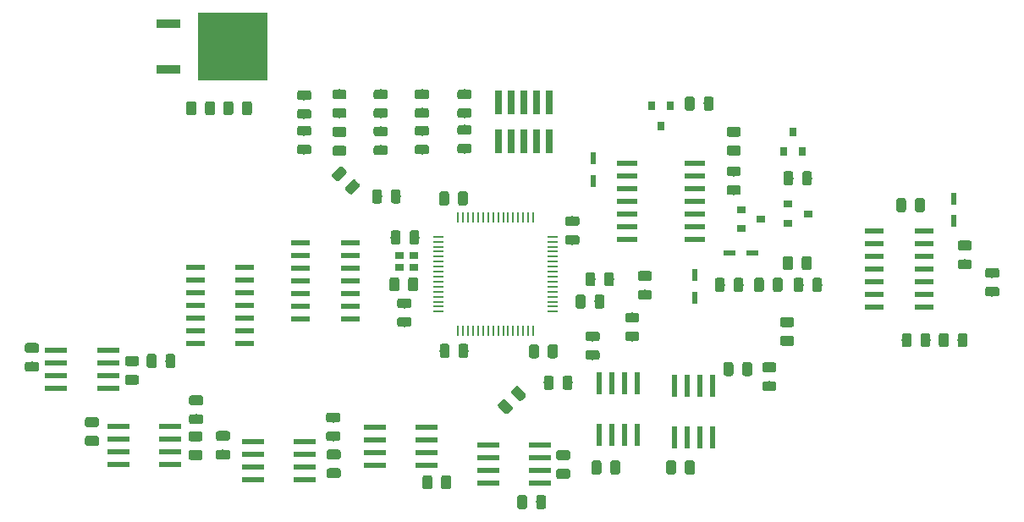
<source format=gbr>
%TF.GenerationSoftware,KiCad,Pcbnew,(5.0.1)-4*%
%TF.CreationDate,2019-11-11T16:38:18-05:00*%
%TF.ProjectId,new_synth_transistor,6E65775F73796E74685F7472616E7369,rev?*%
%TF.SameCoordinates,Original*%
%TF.FileFunction,Paste,Top*%
%TF.FilePolarity,Positive*%
%FSLAX46Y46*%
G04 Gerber Fmt 4.6, Leading zero omitted, Abs format (unit mm)*
G04 Created by KiCad (PCBNEW (5.0.1)-4) date 11/11/2019 4:38:18 PM*
%MOMM*%
%LPD*%
G01*
G04 APERTURE LIST*
%ADD10R,1.000000X0.250000*%
%ADD11R,0.250000X1.000000*%
%ADD12C,0.100000*%
%ADD13C,0.975000*%
%ADD14R,0.482600X1.168400*%
%ADD15R,1.168400X0.482600*%
%ADD16R,0.740000X2.400000*%
%ADD17R,1.970000X0.600000*%
%ADD18R,0.880000X0.780000*%
%ADD19R,0.900000X0.800000*%
%ADD20R,0.800000X0.900000*%
%ADD21R,2.489200X0.939800*%
%ADD22R,6.934200X6.781800*%
%ADD23R,2.200000X0.600000*%
%ADD24R,0.600000X2.200000*%
%ADD25R,2.159000X0.558800*%
G04 APERTURE END LIST*
D10*
X164480000Y-71180000D03*
X164480000Y-71680000D03*
X164480000Y-72180000D03*
X164480000Y-72680000D03*
X164480000Y-73180000D03*
X164480000Y-73680000D03*
X164480000Y-74180000D03*
X164480000Y-74680000D03*
X164480000Y-75180000D03*
X164480000Y-75680000D03*
X164480000Y-76180000D03*
X164480000Y-76680000D03*
X164480000Y-77180000D03*
X164480000Y-77680000D03*
X164480000Y-78180000D03*
X164480000Y-78680000D03*
D11*
X166430000Y-80630000D03*
X166930000Y-80630000D03*
X167430000Y-80630000D03*
X167930000Y-80630000D03*
X168430000Y-80630000D03*
X168930000Y-80630000D03*
X169430000Y-80630000D03*
X169930000Y-80630000D03*
X170430000Y-80630000D03*
X170930000Y-80630000D03*
X171430000Y-80630000D03*
X171930000Y-80630000D03*
X172430000Y-80630000D03*
X172930000Y-80630000D03*
X173430000Y-80630000D03*
X173930000Y-80630000D03*
D10*
X175880000Y-78680000D03*
X175880000Y-78180000D03*
X175880000Y-77680000D03*
X175880000Y-77180000D03*
X175880000Y-76680000D03*
X175880000Y-76180000D03*
X175880000Y-75680000D03*
X175880000Y-75180000D03*
X175880000Y-74680000D03*
X175880000Y-74180000D03*
X175880000Y-73680000D03*
X175880000Y-73180000D03*
X175880000Y-72680000D03*
X175880000Y-72180000D03*
X175880000Y-71680000D03*
X175880000Y-71180000D03*
D11*
X173930000Y-69230000D03*
X173430000Y-69230000D03*
X172930000Y-69230000D03*
X172430000Y-69230000D03*
X171930000Y-69230000D03*
X171430000Y-69230000D03*
X170930000Y-69230000D03*
X170430000Y-69230000D03*
X169930000Y-69230000D03*
X169430000Y-69230000D03*
X168930000Y-69230000D03*
X168430000Y-69230000D03*
X167930000Y-69230000D03*
X167430000Y-69230000D03*
X166930000Y-69230000D03*
X166430000Y-69230000D03*
D12*
G36*
X163617342Y-95059174D02*
X163641003Y-95062684D01*
X163664207Y-95068496D01*
X163686729Y-95076554D01*
X163708353Y-95086782D01*
X163728870Y-95099079D01*
X163748083Y-95113329D01*
X163765807Y-95129393D01*
X163781871Y-95147117D01*
X163796121Y-95166330D01*
X163808418Y-95186847D01*
X163818646Y-95208471D01*
X163826704Y-95230993D01*
X163832516Y-95254197D01*
X163836026Y-95277858D01*
X163837200Y-95301750D01*
X163837200Y-96214250D01*
X163836026Y-96238142D01*
X163832516Y-96261803D01*
X163826704Y-96285007D01*
X163818646Y-96307529D01*
X163808418Y-96329153D01*
X163796121Y-96349670D01*
X163781871Y-96368883D01*
X163765807Y-96386607D01*
X163748083Y-96402671D01*
X163728870Y-96416921D01*
X163708353Y-96429218D01*
X163686729Y-96439446D01*
X163664207Y-96447504D01*
X163641003Y-96453316D01*
X163617342Y-96456826D01*
X163593450Y-96458000D01*
X163105950Y-96458000D01*
X163082058Y-96456826D01*
X163058397Y-96453316D01*
X163035193Y-96447504D01*
X163012671Y-96439446D01*
X162991047Y-96429218D01*
X162970530Y-96416921D01*
X162951317Y-96402671D01*
X162933593Y-96386607D01*
X162917529Y-96368883D01*
X162903279Y-96349670D01*
X162890982Y-96329153D01*
X162880754Y-96307529D01*
X162872696Y-96285007D01*
X162866884Y-96261803D01*
X162863374Y-96238142D01*
X162862200Y-96214250D01*
X162862200Y-95301750D01*
X162863374Y-95277858D01*
X162866884Y-95254197D01*
X162872696Y-95230993D01*
X162880754Y-95208471D01*
X162890982Y-95186847D01*
X162903279Y-95166330D01*
X162917529Y-95147117D01*
X162933593Y-95129393D01*
X162951317Y-95113329D01*
X162970530Y-95099079D01*
X162991047Y-95086782D01*
X163012671Y-95076554D01*
X163035193Y-95068496D01*
X163058397Y-95062684D01*
X163082058Y-95059174D01*
X163105950Y-95058000D01*
X163593450Y-95058000D01*
X163617342Y-95059174D01*
X163617342Y-95059174D01*
G37*
D13*
X163349700Y-95758000D03*
D12*
G36*
X165492342Y-95059174D02*
X165516003Y-95062684D01*
X165539207Y-95068496D01*
X165561729Y-95076554D01*
X165583353Y-95086782D01*
X165603870Y-95099079D01*
X165623083Y-95113329D01*
X165640807Y-95129393D01*
X165656871Y-95147117D01*
X165671121Y-95166330D01*
X165683418Y-95186847D01*
X165693646Y-95208471D01*
X165701704Y-95230993D01*
X165707516Y-95254197D01*
X165711026Y-95277858D01*
X165712200Y-95301750D01*
X165712200Y-96214250D01*
X165711026Y-96238142D01*
X165707516Y-96261803D01*
X165701704Y-96285007D01*
X165693646Y-96307529D01*
X165683418Y-96329153D01*
X165671121Y-96349670D01*
X165656871Y-96368883D01*
X165640807Y-96386607D01*
X165623083Y-96402671D01*
X165603870Y-96416921D01*
X165583353Y-96429218D01*
X165561729Y-96439446D01*
X165539207Y-96447504D01*
X165516003Y-96453316D01*
X165492342Y-96456826D01*
X165468450Y-96458000D01*
X164980950Y-96458000D01*
X164957058Y-96456826D01*
X164933397Y-96453316D01*
X164910193Y-96447504D01*
X164887671Y-96439446D01*
X164866047Y-96429218D01*
X164845530Y-96416921D01*
X164826317Y-96402671D01*
X164808593Y-96386607D01*
X164792529Y-96368883D01*
X164778279Y-96349670D01*
X164765982Y-96329153D01*
X164755754Y-96307529D01*
X164747696Y-96285007D01*
X164741884Y-96261803D01*
X164738374Y-96238142D01*
X164737200Y-96214250D01*
X164737200Y-95301750D01*
X164738374Y-95277858D01*
X164741884Y-95254197D01*
X164747696Y-95230993D01*
X164755754Y-95208471D01*
X164765982Y-95186847D01*
X164778279Y-95166330D01*
X164792529Y-95147117D01*
X164808593Y-95129393D01*
X164826317Y-95113329D01*
X164845530Y-95099079D01*
X164866047Y-95086782D01*
X164887671Y-95076554D01*
X164910193Y-95068496D01*
X164933397Y-95062684D01*
X164957058Y-95059174D01*
X164980950Y-95058000D01*
X165468450Y-95058000D01*
X165492342Y-95059174D01*
X165492342Y-95059174D01*
G37*
D13*
X165224700Y-95758000D03*
D12*
G36*
X188001342Y-93585974D02*
X188025003Y-93589484D01*
X188048207Y-93595296D01*
X188070729Y-93603354D01*
X188092353Y-93613582D01*
X188112870Y-93625879D01*
X188132083Y-93640129D01*
X188149807Y-93656193D01*
X188165871Y-93673917D01*
X188180121Y-93693130D01*
X188192418Y-93713647D01*
X188202646Y-93735271D01*
X188210704Y-93757793D01*
X188216516Y-93780997D01*
X188220026Y-93804658D01*
X188221200Y-93828550D01*
X188221200Y-94741050D01*
X188220026Y-94764942D01*
X188216516Y-94788603D01*
X188210704Y-94811807D01*
X188202646Y-94834329D01*
X188192418Y-94855953D01*
X188180121Y-94876470D01*
X188165871Y-94895683D01*
X188149807Y-94913407D01*
X188132083Y-94929471D01*
X188112870Y-94943721D01*
X188092353Y-94956018D01*
X188070729Y-94966246D01*
X188048207Y-94974304D01*
X188025003Y-94980116D01*
X188001342Y-94983626D01*
X187977450Y-94984800D01*
X187489950Y-94984800D01*
X187466058Y-94983626D01*
X187442397Y-94980116D01*
X187419193Y-94974304D01*
X187396671Y-94966246D01*
X187375047Y-94956018D01*
X187354530Y-94943721D01*
X187335317Y-94929471D01*
X187317593Y-94913407D01*
X187301529Y-94895683D01*
X187287279Y-94876470D01*
X187274982Y-94855953D01*
X187264754Y-94834329D01*
X187256696Y-94811807D01*
X187250884Y-94788603D01*
X187247374Y-94764942D01*
X187246200Y-94741050D01*
X187246200Y-93828550D01*
X187247374Y-93804658D01*
X187250884Y-93780997D01*
X187256696Y-93757793D01*
X187264754Y-93735271D01*
X187274982Y-93713647D01*
X187287279Y-93693130D01*
X187301529Y-93673917D01*
X187317593Y-93656193D01*
X187335317Y-93640129D01*
X187354530Y-93625879D01*
X187375047Y-93613582D01*
X187396671Y-93603354D01*
X187419193Y-93595296D01*
X187442397Y-93589484D01*
X187466058Y-93585974D01*
X187489950Y-93584800D01*
X187977450Y-93584800D01*
X188001342Y-93585974D01*
X188001342Y-93585974D01*
G37*
D13*
X187733700Y-94284800D03*
D12*
G36*
X189876342Y-93585974D02*
X189900003Y-93589484D01*
X189923207Y-93595296D01*
X189945729Y-93603354D01*
X189967353Y-93613582D01*
X189987870Y-93625879D01*
X190007083Y-93640129D01*
X190024807Y-93656193D01*
X190040871Y-93673917D01*
X190055121Y-93693130D01*
X190067418Y-93713647D01*
X190077646Y-93735271D01*
X190085704Y-93757793D01*
X190091516Y-93780997D01*
X190095026Y-93804658D01*
X190096200Y-93828550D01*
X190096200Y-94741050D01*
X190095026Y-94764942D01*
X190091516Y-94788603D01*
X190085704Y-94811807D01*
X190077646Y-94834329D01*
X190067418Y-94855953D01*
X190055121Y-94876470D01*
X190040871Y-94895683D01*
X190024807Y-94913407D01*
X190007083Y-94929471D01*
X189987870Y-94943721D01*
X189967353Y-94956018D01*
X189945729Y-94966246D01*
X189923207Y-94974304D01*
X189900003Y-94980116D01*
X189876342Y-94983626D01*
X189852450Y-94984800D01*
X189364950Y-94984800D01*
X189341058Y-94983626D01*
X189317397Y-94980116D01*
X189294193Y-94974304D01*
X189271671Y-94966246D01*
X189250047Y-94956018D01*
X189229530Y-94943721D01*
X189210317Y-94929471D01*
X189192593Y-94913407D01*
X189176529Y-94895683D01*
X189162279Y-94876470D01*
X189149982Y-94855953D01*
X189139754Y-94834329D01*
X189131696Y-94811807D01*
X189125884Y-94788603D01*
X189122374Y-94764942D01*
X189121200Y-94741050D01*
X189121200Y-93828550D01*
X189122374Y-93804658D01*
X189125884Y-93780997D01*
X189131696Y-93757793D01*
X189139754Y-93735271D01*
X189149982Y-93713647D01*
X189162279Y-93693130D01*
X189176529Y-93673917D01*
X189192593Y-93656193D01*
X189210317Y-93640129D01*
X189229530Y-93625879D01*
X189250047Y-93613582D01*
X189271671Y-93603354D01*
X189294193Y-93595296D01*
X189317397Y-93589484D01*
X189341058Y-93585974D01*
X189364950Y-93584800D01*
X189852450Y-93584800D01*
X189876342Y-93585974D01*
X189876342Y-93585974D01*
G37*
D13*
X189608700Y-94284800D03*
D12*
G36*
X143380542Y-90625774D02*
X143404203Y-90629284D01*
X143427407Y-90635096D01*
X143449929Y-90643154D01*
X143471553Y-90653382D01*
X143492070Y-90665679D01*
X143511283Y-90679929D01*
X143529007Y-90695993D01*
X143545071Y-90713717D01*
X143559321Y-90732930D01*
X143571618Y-90753447D01*
X143581846Y-90775071D01*
X143589904Y-90797593D01*
X143595716Y-90820797D01*
X143599226Y-90844458D01*
X143600400Y-90868350D01*
X143600400Y-91355850D01*
X143599226Y-91379742D01*
X143595716Y-91403403D01*
X143589904Y-91426607D01*
X143581846Y-91449129D01*
X143571618Y-91470753D01*
X143559321Y-91491270D01*
X143545071Y-91510483D01*
X143529007Y-91528207D01*
X143511283Y-91544271D01*
X143492070Y-91558521D01*
X143471553Y-91570818D01*
X143449929Y-91581046D01*
X143427407Y-91589104D01*
X143404203Y-91594916D01*
X143380542Y-91598426D01*
X143356650Y-91599600D01*
X142444150Y-91599600D01*
X142420258Y-91598426D01*
X142396597Y-91594916D01*
X142373393Y-91589104D01*
X142350871Y-91581046D01*
X142329247Y-91570818D01*
X142308730Y-91558521D01*
X142289517Y-91544271D01*
X142271793Y-91528207D01*
X142255729Y-91510483D01*
X142241479Y-91491270D01*
X142229182Y-91470753D01*
X142218954Y-91449129D01*
X142210896Y-91426607D01*
X142205084Y-91403403D01*
X142201574Y-91379742D01*
X142200400Y-91355850D01*
X142200400Y-90868350D01*
X142201574Y-90844458D01*
X142205084Y-90820797D01*
X142210896Y-90797593D01*
X142218954Y-90775071D01*
X142229182Y-90753447D01*
X142241479Y-90732930D01*
X142255729Y-90713717D01*
X142271793Y-90695993D01*
X142289517Y-90679929D01*
X142308730Y-90665679D01*
X142329247Y-90653382D01*
X142350871Y-90643154D01*
X142373393Y-90635096D01*
X142396597Y-90629284D01*
X142420258Y-90625774D01*
X142444150Y-90624600D01*
X143356650Y-90624600D01*
X143380542Y-90625774D01*
X143380542Y-90625774D01*
G37*
D13*
X142900400Y-91112100D03*
D12*
G36*
X143380542Y-92500774D02*
X143404203Y-92504284D01*
X143427407Y-92510096D01*
X143449929Y-92518154D01*
X143471553Y-92528382D01*
X143492070Y-92540679D01*
X143511283Y-92554929D01*
X143529007Y-92570993D01*
X143545071Y-92588717D01*
X143559321Y-92607930D01*
X143571618Y-92628447D01*
X143581846Y-92650071D01*
X143589904Y-92672593D01*
X143595716Y-92695797D01*
X143599226Y-92719458D01*
X143600400Y-92743350D01*
X143600400Y-93230850D01*
X143599226Y-93254742D01*
X143595716Y-93278403D01*
X143589904Y-93301607D01*
X143581846Y-93324129D01*
X143571618Y-93345753D01*
X143559321Y-93366270D01*
X143545071Y-93385483D01*
X143529007Y-93403207D01*
X143511283Y-93419271D01*
X143492070Y-93433521D01*
X143471553Y-93445818D01*
X143449929Y-93456046D01*
X143427407Y-93464104D01*
X143404203Y-93469916D01*
X143380542Y-93473426D01*
X143356650Y-93474600D01*
X142444150Y-93474600D01*
X142420258Y-93473426D01*
X142396597Y-93469916D01*
X142373393Y-93464104D01*
X142350871Y-93456046D01*
X142329247Y-93445818D01*
X142308730Y-93433521D01*
X142289517Y-93419271D01*
X142271793Y-93403207D01*
X142255729Y-93385483D01*
X142241479Y-93366270D01*
X142229182Y-93345753D01*
X142218954Y-93324129D01*
X142210896Y-93301607D01*
X142205084Y-93278403D01*
X142201574Y-93254742D01*
X142200400Y-93230850D01*
X142200400Y-92743350D01*
X142201574Y-92719458D01*
X142205084Y-92695797D01*
X142210896Y-92672593D01*
X142218954Y-92650071D01*
X142229182Y-92628447D01*
X142241479Y-92607930D01*
X142255729Y-92588717D01*
X142271793Y-92570993D01*
X142289517Y-92554929D01*
X142308730Y-92540679D01*
X142329247Y-92528382D01*
X142350871Y-92518154D01*
X142373393Y-92510096D01*
X142396597Y-92504284D01*
X142420258Y-92500774D01*
X142444150Y-92499600D01*
X143356650Y-92499600D01*
X143380542Y-92500774D01*
X143380542Y-92500774D01*
G37*
D13*
X142900400Y-92987100D03*
D12*
G36*
X182408742Y-93585974D02*
X182432403Y-93589484D01*
X182455607Y-93595296D01*
X182478129Y-93603354D01*
X182499753Y-93613582D01*
X182520270Y-93625879D01*
X182539483Y-93640129D01*
X182557207Y-93656193D01*
X182573271Y-93673917D01*
X182587521Y-93693130D01*
X182599818Y-93713647D01*
X182610046Y-93735271D01*
X182618104Y-93757793D01*
X182623916Y-93780997D01*
X182627426Y-93804658D01*
X182628600Y-93828550D01*
X182628600Y-94741050D01*
X182627426Y-94764942D01*
X182623916Y-94788603D01*
X182618104Y-94811807D01*
X182610046Y-94834329D01*
X182599818Y-94855953D01*
X182587521Y-94876470D01*
X182573271Y-94895683D01*
X182557207Y-94913407D01*
X182539483Y-94929471D01*
X182520270Y-94943721D01*
X182499753Y-94956018D01*
X182478129Y-94966246D01*
X182455607Y-94974304D01*
X182432403Y-94980116D01*
X182408742Y-94983626D01*
X182384850Y-94984800D01*
X181897350Y-94984800D01*
X181873458Y-94983626D01*
X181849797Y-94980116D01*
X181826593Y-94974304D01*
X181804071Y-94966246D01*
X181782447Y-94956018D01*
X181761930Y-94943721D01*
X181742717Y-94929471D01*
X181724993Y-94913407D01*
X181708929Y-94895683D01*
X181694679Y-94876470D01*
X181682382Y-94855953D01*
X181672154Y-94834329D01*
X181664096Y-94811807D01*
X181658284Y-94788603D01*
X181654774Y-94764942D01*
X181653600Y-94741050D01*
X181653600Y-93828550D01*
X181654774Y-93804658D01*
X181658284Y-93780997D01*
X181664096Y-93757793D01*
X181672154Y-93735271D01*
X181682382Y-93713647D01*
X181694679Y-93693130D01*
X181708929Y-93673917D01*
X181724993Y-93656193D01*
X181742717Y-93640129D01*
X181761930Y-93625879D01*
X181782447Y-93613582D01*
X181804071Y-93603354D01*
X181826593Y-93595296D01*
X181849797Y-93589484D01*
X181873458Y-93585974D01*
X181897350Y-93584800D01*
X182384850Y-93584800D01*
X182408742Y-93585974D01*
X182408742Y-93585974D01*
G37*
D13*
X182141100Y-94284800D03*
D12*
G36*
X180533742Y-93585974D02*
X180557403Y-93589484D01*
X180580607Y-93595296D01*
X180603129Y-93603354D01*
X180624753Y-93613582D01*
X180645270Y-93625879D01*
X180664483Y-93640129D01*
X180682207Y-93656193D01*
X180698271Y-93673917D01*
X180712521Y-93693130D01*
X180724818Y-93713647D01*
X180735046Y-93735271D01*
X180743104Y-93757793D01*
X180748916Y-93780997D01*
X180752426Y-93804658D01*
X180753600Y-93828550D01*
X180753600Y-94741050D01*
X180752426Y-94764942D01*
X180748916Y-94788603D01*
X180743104Y-94811807D01*
X180735046Y-94834329D01*
X180724818Y-94855953D01*
X180712521Y-94876470D01*
X180698271Y-94895683D01*
X180682207Y-94913407D01*
X180664483Y-94929471D01*
X180645270Y-94943721D01*
X180624753Y-94956018D01*
X180603129Y-94966246D01*
X180580607Y-94974304D01*
X180557403Y-94980116D01*
X180533742Y-94983626D01*
X180509850Y-94984800D01*
X180022350Y-94984800D01*
X179998458Y-94983626D01*
X179974797Y-94980116D01*
X179951593Y-94974304D01*
X179929071Y-94966246D01*
X179907447Y-94956018D01*
X179886930Y-94943721D01*
X179867717Y-94929471D01*
X179849993Y-94913407D01*
X179833929Y-94895683D01*
X179819679Y-94876470D01*
X179807382Y-94855953D01*
X179797154Y-94834329D01*
X179789096Y-94811807D01*
X179783284Y-94788603D01*
X179779774Y-94764942D01*
X179778600Y-94741050D01*
X179778600Y-93828550D01*
X179779774Y-93804658D01*
X179783284Y-93780997D01*
X179789096Y-93757793D01*
X179797154Y-93735271D01*
X179807382Y-93713647D01*
X179819679Y-93693130D01*
X179833929Y-93673917D01*
X179849993Y-93656193D01*
X179867717Y-93640129D01*
X179886930Y-93625879D01*
X179907447Y-93613582D01*
X179929071Y-93603354D01*
X179951593Y-93595296D01*
X179974797Y-93589484D01*
X179998458Y-93585974D01*
X180022350Y-93584800D01*
X180509850Y-93584800D01*
X180533742Y-93585974D01*
X180533742Y-93585974D01*
G37*
D13*
X180266100Y-94284800D03*
D12*
G36*
X130274142Y-89254174D02*
X130297803Y-89257684D01*
X130321007Y-89263496D01*
X130343529Y-89271554D01*
X130365153Y-89281782D01*
X130385670Y-89294079D01*
X130404883Y-89308329D01*
X130422607Y-89324393D01*
X130438671Y-89342117D01*
X130452921Y-89361330D01*
X130465218Y-89381847D01*
X130475446Y-89403471D01*
X130483504Y-89425993D01*
X130489316Y-89449197D01*
X130492826Y-89472858D01*
X130494000Y-89496750D01*
X130494000Y-89984250D01*
X130492826Y-90008142D01*
X130489316Y-90031803D01*
X130483504Y-90055007D01*
X130475446Y-90077529D01*
X130465218Y-90099153D01*
X130452921Y-90119670D01*
X130438671Y-90138883D01*
X130422607Y-90156607D01*
X130404883Y-90172671D01*
X130385670Y-90186921D01*
X130365153Y-90199218D01*
X130343529Y-90209446D01*
X130321007Y-90217504D01*
X130297803Y-90223316D01*
X130274142Y-90226826D01*
X130250250Y-90228000D01*
X129337750Y-90228000D01*
X129313858Y-90226826D01*
X129290197Y-90223316D01*
X129266993Y-90217504D01*
X129244471Y-90209446D01*
X129222847Y-90199218D01*
X129202330Y-90186921D01*
X129183117Y-90172671D01*
X129165393Y-90156607D01*
X129149329Y-90138883D01*
X129135079Y-90119670D01*
X129122782Y-90099153D01*
X129112554Y-90077529D01*
X129104496Y-90055007D01*
X129098684Y-90031803D01*
X129095174Y-90008142D01*
X129094000Y-89984250D01*
X129094000Y-89496750D01*
X129095174Y-89472858D01*
X129098684Y-89449197D01*
X129104496Y-89425993D01*
X129112554Y-89403471D01*
X129122782Y-89381847D01*
X129135079Y-89361330D01*
X129149329Y-89342117D01*
X129165393Y-89324393D01*
X129183117Y-89308329D01*
X129202330Y-89294079D01*
X129222847Y-89281782D01*
X129244471Y-89271554D01*
X129266993Y-89263496D01*
X129290197Y-89257684D01*
X129313858Y-89254174D01*
X129337750Y-89253000D01*
X130250250Y-89253000D01*
X130274142Y-89254174D01*
X130274142Y-89254174D01*
G37*
D13*
X129794000Y-89740500D03*
D12*
G36*
X130274142Y-91129174D02*
X130297803Y-91132684D01*
X130321007Y-91138496D01*
X130343529Y-91146554D01*
X130365153Y-91156782D01*
X130385670Y-91169079D01*
X130404883Y-91183329D01*
X130422607Y-91199393D01*
X130438671Y-91217117D01*
X130452921Y-91236330D01*
X130465218Y-91256847D01*
X130475446Y-91278471D01*
X130483504Y-91300993D01*
X130489316Y-91324197D01*
X130492826Y-91347858D01*
X130494000Y-91371750D01*
X130494000Y-91859250D01*
X130492826Y-91883142D01*
X130489316Y-91906803D01*
X130483504Y-91930007D01*
X130475446Y-91952529D01*
X130465218Y-91974153D01*
X130452921Y-91994670D01*
X130438671Y-92013883D01*
X130422607Y-92031607D01*
X130404883Y-92047671D01*
X130385670Y-92061921D01*
X130365153Y-92074218D01*
X130343529Y-92084446D01*
X130321007Y-92092504D01*
X130297803Y-92098316D01*
X130274142Y-92101826D01*
X130250250Y-92103000D01*
X129337750Y-92103000D01*
X129313858Y-92101826D01*
X129290197Y-92098316D01*
X129266993Y-92092504D01*
X129244471Y-92084446D01*
X129222847Y-92074218D01*
X129202330Y-92061921D01*
X129183117Y-92047671D01*
X129165393Y-92031607D01*
X129149329Y-92013883D01*
X129135079Y-91994670D01*
X129122782Y-91974153D01*
X129112554Y-91952529D01*
X129104496Y-91930007D01*
X129098684Y-91906803D01*
X129095174Y-91883142D01*
X129094000Y-91859250D01*
X129094000Y-91371750D01*
X129095174Y-91347858D01*
X129098684Y-91324197D01*
X129104496Y-91300993D01*
X129112554Y-91278471D01*
X129122782Y-91256847D01*
X129135079Y-91236330D01*
X129149329Y-91217117D01*
X129165393Y-91199393D01*
X129183117Y-91183329D01*
X129202330Y-91169079D01*
X129222847Y-91156782D01*
X129244471Y-91146554D01*
X129266993Y-91138496D01*
X129290197Y-91132684D01*
X129313858Y-91129174D01*
X129337750Y-91128000D01*
X130250250Y-91128000D01*
X130274142Y-91129174D01*
X130274142Y-91129174D01*
G37*
D13*
X129794000Y-91615500D03*
D12*
G36*
X178330942Y-71012374D02*
X178354603Y-71015884D01*
X178377807Y-71021696D01*
X178400329Y-71029754D01*
X178421953Y-71039982D01*
X178442470Y-71052279D01*
X178461683Y-71066529D01*
X178479407Y-71082593D01*
X178495471Y-71100317D01*
X178509721Y-71119530D01*
X178522018Y-71140047D01*
X178532246Y-71161671D01*
X178540304Y-71184193D01*
X178546116Y-71207397D01*
X178549626Y-71231058D01*
X178550800Y-71254950D01*
X178550800Y-71742450D01*
X178549626Y-71766342D01*
X178546116Y-71790003D01*
X178540304Y-71813207D01*
X178532246Y-71835729D01*
X178522018Y-71857353D01*
X178509721Y-71877870D01*
X178495471Y-71897083D01*
X178479407Y-71914807D01*
X178461683Y-71930871D01*
X178442470Y-71945121D01*
X178421953Y-71957418D01*
X178400329Y-71967646D01*
X178377807Y-71975704D01*
X178354603Y-71981516D01*
X178330942Y-71985026D01*
X178307050Y-71986200D01*
X177394550Y-71986200D01*
X177370658Y-71985026D01*
X177346997Y-71981516D01*
X177323793Y-71975704D01*
X177301271Y-71967646D01*
X177279647Y-71957418D01*
X177259130Y-71945121D01*
X177239917Y-71930871D01*
X177222193Y-71914807D01*
X177206129Y-71897083D01*
X177191879Y-71877870D01*
X177179582Y-71857353D01*
X177169354Y-71835729D01*
X177161296Y-71813207D01*
X177155484Y-71790003D01*
X177151974Y-71766342D01*
X177150800Y-71742450D01*
X177150800Y-71254950D01*
X177151974Y-71231058D01*
X177155484Y-71207397D01*
X177161296Y-71184193D01*
X177169354Y-71161671D01*
X177179582Y-71140047D01*
X177191879Y-71119530D01*
X177206129Y-71100317D01*
X177222193Y-71082593D01*
X177239917Y-71066529D01*
X177259130Y-71052279D01*
X177279647Y-71039982D01*
X177301271Y-71029754D01*
X177323793Y-71021696D01*
X177346997Y-71015884D01*
X177370658Y-71012374D01*
X177394550Y-71011200D01*
X178307050Y-71011200D01*
X178330942Y-71012374D01*
X178330942Y-71012374D01*
G37*
D13*
X177850800Y-71498700D03*
D12*
G36*
X178330942Y-69137374D02*
X178354603Y-69140884D01*
X178377807Y-69146696D01*
X178400329Y-69154754D01*
X178421953Y-69164982D01*
X178442470Y-69177279D01*
X178461683Y-69191529D01*
X178479407Y-69207593D01*
X178495471Y-69225317D01*
X178509721Y-69244530D01*
X178522018Y-69265047D01*
X178532246Y-69286671D01*
X178540304Y-69309193D01*
X178546116Y-69332397D01*
X178549626Y-69356058D01*
X178550800Y-69379950D01*
X178550800Y-69867450D01*
X178549626Y-69891342D01*
X178546116Y-69915003D01*
X178540304Y-69938207D01*
X178532246Y-69960729D01*
X178522018Y-69982353D01*
X178509721Y-70002870D01*
X178495471Y-70022083D01*
X178479407Y-70039807D01*
X178461683Y-70055871D01*
X178442470Y-70070121D01*
X178421953Y-70082418D01*
X178400329Y-70092646D01*
X178377807Y-70100704D01*
X178354603Y-70106516D01*
X178330942Y-70110026D01*
X178307050Y-70111200D01*
X177394550Y-70111200D01*
X177370658Y-70110026D01*
X177346997Y-70106516D01*
X177323793Y-70100704D01*
X177301271Y-70092646D01*
X177279647Y-70082418D01*
X177259130Y-70070121D01*
X177239917Y-70055871D01*
X177222193Y-70039807D01*
X177206129Y-70022083D01*
X177191879Y-70002870D01*
X177179582Y-69982353D01*
X177169354Y-69960729D01*
X177161296Y-69938207D01*
X177155484Y-69915003D01*
X177151974Y-69891342D01*
X177150800Y-69867450D01*
X177150800Y-69379950D01*
X177151974Y-69356058D01*
X177155484Y-69332397D01*
X177161296Y-69309193D01*
X177169354Y-69286671D01*
X177179582Y-69265047D01*
X177191879Y-69244530D01*
X177206129Y-69225317D01*
X177222193Y-69207593D01*
X177239917Y-69191529D01*
X177259130Y-69177279D01*
X177279647Y-69164982D01*
X177301271Y-69154754D01*
X177323793Y-69146696D01*
X177346997Y-69140884D01*
X177370658Y-69137374D01*
X177394550Y-69136200D01*
X178307050Y-69136200D01*
X178330942Y-69137374D01*
X178330942Y-69137374D01*
G37*
D13*
X177850800Y-69623700D03*
D12*
G36*
X160442342Y-70548174D02*
X160466003Y-70551684D01*
X160489207Y-70557496D01*
X160511729Y-70565554D01*
X160533353Y-70575782D01*
X160553870Y-70588079D01*
X160573083Y-70602329D01*
X160590807Y-70618393D01*
X160606871Y-70636117D01*
X160621121Y-70655330D01*
X160633418Y-70675847D01*
X160643646Y-70697471D01*
X160651704Y-70719993D01*
X160657516Y-70743197D01*
X160661026Y-70766858D01*
X160662200Y-70790750D01*
X160662200Y-71703250D01*
X160661026Y-71727142D01*
X160657516Y-71750803D01*
X160651704Y-71774007D01*
X160643646Y-71796529D01*
X160633418Y-71818153D01*
X160621121Y-71838670D01*
X160606871Y-71857883D01*
X160590807Y-71875607D01*
X160573083Y-71891671D01*
X160553870Y-71905921D01*
X160533353Y-71918218D01*
X160511729Y-71928446D01*
X160489207Y-71936504D01*
X160466003Y-71942316D01*
X160442342Y-71945826D01*
X160418450Y-71947000D01*
X159930950Y-71947000D01*
X159907058Y-71945826D01*
X159883397Y-71942316D01*
X159860193Y-71936504D01*
X159837671Y-71928446D01*
X159816047Y-71918218D01*
X159795530Y-71905921D01*
X159776317Y-71891671D01*
X159758593Y-71875607D01*
X159742529Y-71857883D01*
X159728279Y-71838670D01*
X159715982Y-71818153D01*
X159705754Y-71796529D01*
X159697696Y-71774007D01*
X159691884Y-71750803D01*
X159688374Y-71727142D01*
X159687200Y-71703250D01*
X159687200Y-70790750D01*
X159688374Y-70766858D01*
X159691884Y-70743197D01*
X159697696Y-70719993D01*
X159705754Y-70697471D01*
X159715982Y-70675847D01*
X159728279Y-70655330D01*
X159742529Y-70636117D01*
X159758593Y-70618393D01*
X159776317Y-70602329D01*
X159795530Y-70588079D01*
X159816047Y-70575782D01*
X159837671Y-70565554D01*
X159860193Y-70557496D01*
X159883397Y-70551684D01*
X159907058Y-70548174D01*
X159930950Y-70547000D01*
X160418450Y-70547000D01*
X160442342Y-70548174D01*
X160442342Y-70548174D01*
G37*
D13*
X160174700Y-71247000D03*
D12*
G36*
X162317342Y-70548174D02*
X162341003Y-70551684D01*
X162364207Y-70557496D01*
X162386729Y-70565554D01*
X162408353Y-70575782D01*
X162428870Y-70588079D01*
X162448083Y-70602329D01*
X162465807Y-70618393D01*
X162481871Y-70636117D01*
X162496121Y-70655330D01*
X162508418Y-70675847D01*
X162518646Y-70697471D01*
X162526704Y-70719993D01*
X162532516Y-70743197D01*
X162536026Y-70766858D01*
X162537200Y-70790750D01*
X162537200Y-71703250D01*
X162536026Y-71727142D01*
X162532516Y-71750803D01*
X162526704Y-71774007D01*
X162518646Y-71796529D01*
X162508418Y-71818153D01*
X162496121Y-71838670D01*
X162481871Y-71857883D01*
X162465807Y-71875607D01*
X162448083Y-71891671D01*
X162428870Y-71905921D01*
X162408353Y-71918218D01*
X162386729Y-71928446D01*
X162364207Y-71936504D01*
X162341003Y-71942316D01*
X162317342Y-71945826D01*
X162293450Y-71947000D01*
X161805950Y-71947000D01*
X161782058Y-71945826D01*
X161758397Y-71942316D01*
X161735193Y-71936504D01*
X161712671Y-71928446D01*
X161691047Y-71918218D01*
X161670530Y-71905921D01*
X161651317Y-71891671D01*
X161633593Y-71875607D01*
X161617529Y-71857883D01*
X161603279Y-71838670D01*
X161590982Y-71818153D01*
X161580754Y-71796529D01*
X161572696Y-71774007D01*
X161566884Y-71750803D01*
X161563374Y-71727142D01*
X161562200Y-71703250D01*
X161562200Y-70790750D01*
X161563374Y-70766858D01*
X161566884Y-70743197D01*
X161572696Y-70719993D01*
X161580754Y-70697471D01*
X161590982Y-70675847D01*
X161603279Y-70655330D01*
X161617529Y-70636117D01*
X161633593Y-70618393D01*
X161651317Y-70602329D01*
X161670530Y-70588079D01*
X161691047Y-70575782D01*
X161712671Y-70565554D01*
X161735193Y-70557496D01*
X161758397Y-70551684D01*
X161782058Y-70548174D01*
X161805950Y-70547000D01*
X162293450Y-70547000D01*
X162317342Y-70548174D01*
X162317342Y-70548174D01*
G37*
D13*
X162049700Y-71247000D03*
D12*
G36*
X161516142Y-79241974D02*
X161539803Y-79245484D01*
X161563007Y-79251296D01*
X161585529Y-79259354D01*
X161607153Y-79269582D01*
X161627670Y-79281879D01*
X161646883Y-79296129D01*
X161664607Y-79312193D01*
X161680671Y-79329917D01*
X161694921Y-79349130D01*
X161707218Y-79369647D01*
X161717446Y-79391271D01*
X161725504Y-79413793D01*
X161731316Y-79436997D01*
X161734826Y-79460658D01*
X161736000Y-79484550D01*
X161736000Y-79972050D01*
X161734826Y-79995942D01*
X161731316Y-80019603D01*
X161725504Y-80042807D01*
X161717446Y-80065329D01*
X161707218Y-80086953D01*
X161694921Y-80107470D01*
X161680671Y-80126683D01*
X161664607Y-80144407D01*
X161646883Y-80160471D01*
X161627670Y-80174721D01*
X161607153Y-80187018D01*
X161585529Y-80197246D01*
X161563007Y-80205304D01*
X161539803Y-80211116D01*
X161516142Y-80214626D01*
X161492250Y-80215800D01*
X160579750Y-80215800D01*
X160555858Y-80214626D01*
X160532197Y-80211116D01*
X160508993Y-80205304D01*
X160486471Y-80197246D01*
X160464847Y-80187018D01*
X160444330Y-80174721D01*
X160425117Y-80160471D01*
X160407393Y-80144407D01*
X160391329Y-80126683D01*
X160377079Y-80107470D01*
X160364782Y-80086953D01*
X160354554Y-80065329D01*
X160346496Y-80042807D01*
X160340684Y-80019603D01*
X160337174Y-79995942D01*
X160336000Y-79972050D01*
X160336000Y-79484550D01*
X160337174Y-79460658D01*
X160340684Y-79436997D01*
X160346496Y-79413793D01*
X160354554Y-79391271D01*
X160364782Y-79369647D01*
X160377079Y-79349130D01*
X160391329Y-79329917D01*
X160407393Y-79312193D01*
X160425117Y-79296129D01*
X160444330Y-79281879D01*
X160464847Y-79269582D01*
X160486471Y-79259354D01*
X160508993Y-79251296D01*
X160532197Y-79245484D01*
X160555858Y-79241974D01*
X160579750Y-79240800D01*
X161492250Y-79240800D01*
X161516142Y-79241974D01*
X161516142Y-79241974D01*
G37*
D13*
X161036000Y-79728300D03*
D12*
G36*
X161516142Y-77366974D02*
X161539803Y-77370484D01*
X161563007Y-77376296D01*
X161585529Y-77384354D01*
X161607153Y-77394582D01*
X161627670Y-77406879D01*
X161646883Y-77421129D01*
X161664607Y-77437193D01*
X161680671Y-77454917D01*
X161694921Y-77474130D01*
X161707218Y-77494647D01*
X161717446Y-77516271D01*
X161725504Y-77538793D01*
X161731316Y-77561997D01*
X161734826Y-77585658D01*
X161736000Y-77609550D01*
X161736000Y-78097050D01*
X161734826Y-78120942D01*
X161731316Y-78144603D01*
X161725504Y-78167807D01*
X161717446Y-78190329D01*
X161707218Y-78211953D01*
X161694921Y-78232470D01*
X161680671Y-78251683D01*
X161664607Y-78269407D01*
X161646883Y-78285471D01*
X161627670Y-78299721D01*
X161607153Y-78312018D01*
X161585529Y-78322246D01*
X161563007Y-78330304D01*
X161539803Y-78336116D01*
X161516142Y-78339626D01*
X161492250Y-78340800D01*
X160579750Y-78340800D01*
X160555858Y-78339626D01*
X160532197Y-78336116D01*
X160508993Y-78330304D01*
X160486471Y-78322246D01*
X160464847Y-78312018D01*
X160444330Y-78299721D01*
X160425117Y-78285471D01*
X160407393Y-78269407D01*
X160391329Y-78251683D01*
X160377079Y-78232470D01*
X160364782Y-78211953D01*
X160354554Y-78190329D01*
X160346496Y-78167807D01*
X160340684Y-78144603D01*
X160337174Y-78120942D01*
X160336000Y-78097050D01*
X160336000Y-77609550D01*
X160337174Y-77585658D01*
X160340684Y-77561997D01*
X160346496Y-77538793D01*
X160354554Y-77516271D01*
X160364782Y-77494647D01*
X160377079Y-77474130D01*
X160391329Y-77454917D01*
X160407393Y-77437193D01*
X160425117Y-77421129D01*
X160444330Y-77406879D01*
X160464847Y-77394582D01*
X160486471Y-77384354D01*
X160508993Y-77376296D01*
X160532197Y-77370484D01*
X160555858Y-77366974D01*
X160579750Y-77365800D01*
X161492250Y-77365800D01*
X161516142Y-77366974D01*
X161516142Y-77366974D01*
G37*
D13*
X161036000Y-77853300D03*
D12*
G36*
X165293742Y-66661974D02*
X165317403Y-66665484D01*
X165340607Y-66671296D01*
X165363129Y-66679354D01*
X165384753Y-66689582D01*
X165405270Y-66701879D01*
X165424483Y-66716129D01*
X165442207Y-66732193D01*
X165458271Y-66749917D01*
X165472521Y-66769130D01*
X165484818Y-66789647D01*
X165495046Y-66811271D01*
X165503104Y-66833793D01*
X165508916Y-66856997D01*
X165512426Y-66880658D01*
X165513600Y-66904550D01*
X165513600Y-67817050D01*
X165512426Y-67840942D01*
X165508916Y-67864603D01*
X165503104Y-67887807D01*
X165495046Y-67910329D01*
X165484818Y-67931953D01*
X165472521Y-67952470D01*
X165458271Y-67971683D01*
X165442207Y-67989407D01*
X165424483Y-68005471D01*
X165405270Y-68019721D01*
X165384753Y-68032018D01*
X165363129Y-68042246D01*
X165340607Y-68050304D01*
X165317403Y-68056116D01*
X165293742Y-68059626D01*
X165269850Y-68060800D01*
X164782350Y-68060800D01*
X164758458Y-68059626D01*
X164734797Y-68056116D01*
X164711593Y-68050304D01*
X164689071Y-68042246D01*
X164667447Y-68032018D01*
X164646930Y-68019721D01*
X164627717Y-68005471D01*
X164609993Y-67989407D01*
X164593929Y-67971683D01*
X164579679Y-67952470D01*
X164567382Y-67931953D01*
X164557154Y-67910329D01*
X164549096Y-67887807D01*
X164543284Y-67864603D01*
X164539774Y-67840942D01*
X164538600Y-67817050D01*
X164538600Y-66904550D01*
X164539774Y-66880658D01*
X164543284Y-66856997D01*
X164549096Y-66833793D01*
X164557154Y-66811271D01*
X164567382Y-66789647D01*
X164579679Y-66769130D01*
X164593929Y-66749917D01*
X164609993Y-66732193D01*
X164627717Y-66716129D01*
X164646930Y-66701879D01*
X164667447Y-66689582D01*
X164689071Y-66679354D01*
X164711593Y-66671296D01*
X164734797Y-66665484D01*
X164758458Y-66661974D01*
X164782350Y-66660800D01*
X165269850Y-66660800D01*
X165293742Y-66661974D01*
X165293742Y-66661974D01*
G37*
D13*
X165026100Y-67360800D03*
D12*
G36*
X167168742Y-66661974D02*
X167192403Y-66665484D01*
X167215607Y-66671296D01*
X167238129Y-66679354D01*
X167259753Y-66689582D01*
X167280270Y-66701879D01*
X167299483Y-66716129D01*
X167317207Y-66732193D01*
X167333271Y-66749917D01*
X167347521Y-66769130D01*
X167359818Y-66789647D01*
X167370046Y-66811271D01*
X167378104Y-66833793D01*
X167383916Y-66856997D01*
X167387426Y-66880658D01*
X167388600Y-66904550D01*
X167388600Y-67817050D01*
X167387426Y-67840942D01*
X167383916Y-67864603D01*
X167378104Y-67887807D01*
X167370046Y-67910329D01*
X167359818Y-67931953D01*
X167347521Y-67952470D01*
X167333271Y-67971683D01*
X167317207Y-67989407D01*
X167299483Y-68005471D01*
X167280270Y-68019721D01*
X167259753Y-68032018D01*
X167238129Y-68042246D01*
X167215607Y-68050304D01*
X167192403Y-68056116D01*
X167168742Y-68059626D01*
X167144850Y-68060800D01*
X166657350Y-68060800D01*
X166633458Y-68059626D01*
X166609797Y-68056116D01*
X166586593Y-68050304D01*
X166564071Y-68042246D01*
X166542447Y-68032018D01*
X166521930Y-68019721D01*
X166502717Y-68005471D01*
X166484993Y-67989407D01*
X166468929Y-67971683D01*
X166454679Y-67952470D01*
X166442382Y-67931953D01*
X166432154Y-67910329D01*
X166424096Y-67887807D01*
X166418284Y-67864603D01*
X166414774Y-67840942D01*
X166413600Y-67817050D01*
X166413600Y-66904550D01*
X166414774Y-66880658D01*
X166418284Y-66856997D01*
X166424096Y-66833793D01*
X166432154Y-66811271D01*
X166442382Y-66789647D01*
X166454679Y-66769130D01*
X166468929Y-66749917D01*
X166484993Y-66732193D01*
X166502717Y-66716129D01*
X166521930Y-66701879D01*
X166542447Y-66689582D01*
X166564071Y-66679354D01*
X166586593Y-66671296D01*
X166609797Y-66665484D01*
X166633458Y-66661974D01*
X166657350Y-66660800D01*
X167144850Y-66660800D01*
X167168742Y-66661974D01*
X167168742Y-66661974D01*
G37*
D13*
X166901100Y-67360800D03*
D12*
G36*
X160315342Y-75247174D02*
X160339003Y-75250684D01*
X160362207Y-75256496D01*
X160384729Y-75264554D01*
X160406353Y-75274782D01*
X160426870Y-75287079D01*
X160446083Y-75301329D01*
X160463807Y-75317393D01*
X160479871Y-75335117D01*
X160494121Y-75354330D01*
X160506418Y-75374847D01*
X160516646Y-75396471D01*
X160524704Y-75418993D01*
X160530516Y-75442197D01*
X160534026Y-75465858D01*
X160535200Y-75489750D01*
X160535200Y-76402250D01*
X160534026Y-76426142D01*
X160530516Y-76449803D01*
X160524704Y-76473007D01*
X160516646Y-76495529D01*
X160506418Y-76517153D01*
X160494121Y-76537670D01*
X160479871Y-76556883D01*
X160463807Y-76574607D01*
X160446083Y-76590671D01*
X160426870Y-76604921D01*
X160406353Y-76617218D01*
X160384729Y-76627446D01*
X160362207Y-76635504D01*
X160339003Y-76641316D01*
X160315342Y-76644826D01*
X160291450Y-76646000D01*
X159803950Y-76646000D01*
X159780058Y-76644826D01*
X159756397Y-76641316D01*
X159733193Y-76635504D01*
X159710671Y-76627446D01*
X159689047Y-76617218D01*
X159668530Y-76604921D01*
X159649317Y-76590671D01*
X159631593Y-76574607D01*
X159615529Y-76556883D01*
X159601279Y-76537670D01*
X159588982Y-76517153D01*
X159578754Y-76495529D01*
X159570696Y-76473007D01*
X159564884Y-76449803D01*
X159561374Y-76426142D01*
X159560200Y-76402250D01*
X159560200Y-75489750D01*
X159561374Y-75465858D01*
X159564884Y-75442197D01*
X159570696Y-75418993D01*
X159578754Y-75396471D01*
X159588982Y-75374847D01*
X159601279Y-75354330D01*
X159615529Y-75335117D01*
X159631593Y-75317393D01*
X159649317Y-75301329D01*
X159668530Y-75287079D01*
X159689047Y-75274782D01*
X159710671Y-75264554D01*
X159733193Y-75256496D01*
X159756397Y-75250684D01*
X159780058Y-75247174D01*
X159803950Y-75246000D01*
X160291450Y-75246000D01*
X160315342Y-75247174D01*
X160315342Y-75247174D01*
G37*
D13*
X160047700Y-75946000D03*
D12*
G36*
X162190342Y-75247174D02*
X162214003Y-75250684D01*
X162237207Y-75256496D01*
X162259729Y-75264554D01*
X162281353Y-75274782D01*
X162301870Y-75287079D01*
X162321083Y-75301329D01*
X162338807Y-75317393D01*
X162354871Y-75335117D01*
X162369121Y-75354330D01*
X162381418Y-75374847D01*
X162391646Y-75396471D01*
X162399704Y-75418993D01*
X162405516Y-75442197D01*
X162409026Y-75465858D01*
X162410200Y-75489750D01*
X162410200Y-76402250D01*
X162409026Y-76426142D01*
X162405516Y-76449803D01*
X162399704Y-76473007D01*
X162391646Y-76495529D01*
X162381418Y-76517153D01*
X162369121Y-76537670D01*
X162354871Y-76556883D01*
X162338807Y-76574607D01*
X162321083Y-76590671D01*
X162301870Y-76604921D01*
X162281353Y-76617218D01*
X162259729Y-76627446D01*
X162237207Y-76635504D01*
X162214003Y-76641316D01*
X162190342Y-76644826D01*
X162166450Y-76646000D01*
X161678950Y-76646000D01*
X161655058Y-76644826D01*
X161631397Y-76641316D01*
X161608193Y-76635504D01*
X161585671Y-76627446D01*
X161564047Y-76617218D01*
X161543530Y-76604921D01*
X161524317Y-76590671D01*
X161506593Y-76574607D01*
X161490529Y-76556883D01*
X161476279Y-76537670D01*
X161463982Y-76517153D01*
X161453754Y-76495529D01*
X161445696Y-76473007D01*
X161439884Y-76449803D01*
X161436374Y-76426142D01*
X161435200Y-76402250D01*
X161435200Y-75489750D01*
X161436374Y-75465858D01*
X161439884Y-75442197D01*
X161445696Y-75418993D01*
X161453754Y-75396471D01*
X161463982Y-75374847D01*
X161476279Y-75354330D01*
X161490529Y-75335117D01*
X161506593Y-75317393D01*
X161524317Y-75301329D01*
X161543530Y-75287079D01*
X161564047Y-75274782D01*
X161585671Y-75264554D01*
X161608193Y-75256496D01*
X161631397Y-75250684D01*
X161655058Y-75247174D01*
X161678950Y-75246000D01*
X162166450Y-75246000D01*
X162190342Y-75247174D01*
X162190342Y-75247174D01*
G37*
D13*
X161922700Y-75946000D03*
D12*
G36*
X174285342Y-81952774D02*
X174309003Y-81956284D01*
X174332207Y-81962096D01*
X174354729Y-81970154D01*
X174376353Y-81980382D01*
X174396870Y-81992679D01*
X174416083Y-82006929D01*
X174433807Y-82022993D01*
X174449871Y-82040717D01*
X174464121Y-82059930D01*
X174476418Y-82080447D01*
X174486646Y-82102071D01*
X174494704Y-82124593D01*
X174500516Y-82147797D01*
X174504026Y-82171458D01*
X174505200Y-82195350D01*
X174505200Y-83107850D01*
X174504026Y-83131742D01*
X174500516Y-83155403D01*
X174494704Y-83178607D01*
X174486646Y-83201129D01*
X174476418Y-83222753D01*
X174464121Y-83243270D01*
X174449871Y-83262483D01*
X174433807Y-83280207D01*
X174416083Y-83296271D01*
X174396870Y-83310521D01*
X174376353Y-83322818D01*
X174354729Y-83333046D01*
X174332207Y-83341104D01*
X174309003Y-83346916D01*
X174285342Y-83350426D01*
X174261450Y-83351600D01*
X173773950Y-83351600D01*
X173750058Y-83350426D01*
X173726397Y-83346916D01*
X173703193Y-83341104D01*
X173680671Y-83333046D01*
X173659047Y-83322818D01*
X173638530Y-83310521D01*
X173619317Y-83296271D01*
X173601593Y-83280207D01*
X173585529Y-83262483D01*
X173571279Y-83243270D01*
X173558982Y-83222753D01*
X173548754Y-83201129D01*
X173540696Y-83178607D01*
X173534884Y-83155403D01*
X173531374Y-83131742D01*
X173530200Y-83107850D01*
X173530200Y-82195350D01*
X173531374Y-82171458D01*
X173534884Y-82147797D01*
X173540696Y-82124593D01*
X173548754Y-82102071D01*
X173558982Y-82080447D01*
X173571279Y-82059930D01*
X173585529Y-82040717D01*
X173601593Y-82022993D01*
X173619317Y-82006929D01*
X173638530Y-81992679D01*
X173659047Y-81980382D01*
X173680671Y-81970154D01*
X173703193Y-81962096D01*
X173726397Y-81956284D01*
X173750058Y-81952774D01*
X173773950Y-81951600D01*
X174261450Y-81951600D01*
X174285342Y-81952774D01*
X174285342Y-81952774D01*
G37*
D13*
X174017700Y-82651600D03*
D12*
G36*
X176160342Y-81952774D02*
X176184003Y-81956284D01*
X176207207Y-81962096D01*
X176229729Y-81970154D01*
X176251353Y-81980382D01*
X176271870Y-81992679D01*
X176291083Y-82006929D01*
X176308807Y-82022993D01*
X176324871Y-82040717D01*
X176339121Y-82059930D01*
X176351418Y-82080447D01*
X176361646Y-82102071D01*
X176369704Y-82124593D01*
X176375516Y-82147797D01*
X176379026Y-82171458D01*
X176380200Y-82195350D01*
X176380200Y-83107850D01*
X176379026Y-83131742D01*
X176375516Y-83155403D01*
X176369704Y-83178607D01*
X176361646Y-83201129D01*
X176351418Y-83222753D01*
X176339121Y-83243270D01*
X176324871Y-83262483D01*
X176308807Y-83280207D01*
X176291083Y-83296271D01*
X176271870Y-83310521D01*
X176251353Y-83322818D01*
X176229729Y-83333046D01*
X176207207Y-83341104D01*
X176184003Y-83346916D01*
X176160342Y-83350426D01*
X176136450Y-83351600D01*
X175648950Y-83351600D01*
X175625058Y-83350426D01*
X175601397Y-83346916D01*
X175578193Y-83341104D01*
X175555671Y-83333046D01*
X175534047Y-83322818D01*
X175513530Y-83310521D01*
X175494317Y-83296271D01*
X175476593Y-83280207D01*
X175460529Y-83262483D01*
X175446279Y-83243270D01*
X175433982Y-83222753D01*
X175423754Y-83201129D01*
X175415696Y-83178607D01*
X175409884Y-83155403D01*
X175406374Y-83131742D01*
X175405200Y-83107850D01*
X175405200Y-82195350D01*
X175406374Y-82171458D01*
X175409884Y-82147797D01*
X175415696Y-82124593D01*
X175423754Y-82102071D01*
X175433982Y-82080447D01*
X175446279Y-82059930D01*
X175460529Y-82040717D01*
X175476593Y-82022993D01*
X175494317Y-82006929D01*
X175513530Y-81992679D01*
X175534047Y-81980382D01*
X175555671Y-81970154D01*
X175578193Y-81962096D01*
X175601397Y-81956284D01*
X175625058Y-81952774D01*
X175648950Y-81951600D01*
X176136450Y-81951600D01*
X176160342Y-81952774D01*
X176160342Y-81952774D01*
G37*
D13*
X175892700Y-82651600D03*
D12*
G36*
X174991942Y-97040374D02*
X175015603Y-97043884D01*
X175038807Y-97049696D01*
X175061329Y-97057754D01*
X175082953Y-97067982D01*
X175103470Y-97080279D01*
X175122683Y-97094529D01*
X175140407Y-97110593D01*
X175156471Y-97128317D01*
X175170721Y-97147530D01*
X175183018Y-97168047D01*
X175193246Y-97189671D01*
X175201304Y-97212193D01*
X175207116Y-97235397D01*
X175210626Y-97259058D01*
X175211800Y-97282950D01*
X175211800Y-98195450D01*
X175210626Y-98219342D01*
X175207116Y-98243003D01*
X175201304Y-98266207D01*
X175193246Y-98288729D01*
X175183018Y-98310353D01*
X175170721Y-98330870D01*
X175156471Y-98350083D01*
X175140407Y-98367807D01*
X175122683Y-98383871D01*
X175103470Y-98398121D01*
X175082953Y-98410418D01*
X175061329Y-98420646D01*
X175038807Y-98428704D01*
X175015603Y-98434516D01*
X174991942Y-98438026D01*
X174968050Y-98439200D01*
X174480550Y-98439200D01*
X174456658Y-98438026D01*
X174432997Y-98434516D01*
X174409793Y-98428704D01*
X174387271Y-98420646D01*
X174365647Y-98410418D01*
X174345130Y-98398121D01*
X174325917Y-98383871D01*
X174308193Y-98367807D01*
X174292129Y-98350083D01*
X174277879Y-98330870D01*
X174265582Y-98310353D01*
X174255354Y-98288729D01*
X174247296Y-98266207D01*
X174241484Y-98243003D01*
X174237974Y-98219342D01*
X174236800Y-98195450D01*
X174236800Y-97282950D01*
X174237974Y-97259058D01*
X174241484Y-97235397D01*
X174247296Y-97212193D01*
X174255354Y-97189671D01*
X174265582Y-97168047D01*
X174277879Y-97147530D01*
X174292129Y-97128317D01*
X174308193Y-97110593D01*
X174325917Y-97094529D01*
X174345130Y-97080279D01*
X174365647Y-97067982D01*
X174387271Y-97057754D01*
X174409793Y-97049696D01*
X174432997Y-97043884D01*
X174456658Y-97040374D01*
X174480550Y-97039200D01*
X174968050Y-97039200D01*
X174991942Y-97040374D01*
X174991942Y-97040374D01*
G37*
D13*
X174724300Y-97739200D03*
D12*
G36*
X173116942Y-97040374D02*
X173140603Y-97043884D01*
X173163807Y-97049696D01*
X173186329Y-97057754D01*
X173207953Y-97067982D01*
X173228470Y-97080279D01*
X173247683Y-97094529D01*
X173265407Y-97110593D01*
X173281471Y-97128317D01*
X173295721Y-97147530D01*
X173308018Y-97168047D01*
X173318246Y-97189671D01*
X173326304Y-97212193D01*
X173332116Y-97235397D01*
X173335626Y-97259058D01*
X173336800Y-97282950D01*
X173336800Y-98195450D01*
X173335626Y-98219342D01*
X173332116Y-98243003D01*
X173326304Y-98266207D01*
X173318246Y-98288729D01*
X173308018Y-98310353D01*
X173295721Y-98330870D01*
X173281471Y-98350083D01*
X173265407Y-98367807D01*
X173247683Y-98383871D01*
X173228470Y-98398121D01*
X173207953Y-98410418D01*
X173186329Y-98420646D01*
X173163807Y-98428704D01*
X173140603Y-98434516D01*
X173116942Y-98438026D01*
X173093050Y-98439200D01*
X172605550Y-98439200D01*
X172581658Y-98438026D01*
X172557997Y-98434516D01*
X172534793Y-98428704D01*
X172512271Y-98420646D01*
X172490647Y-98410418D01*
X172470130Y-98398121D01*
X172450917Y-98383871D01*
X172433193Y-98367807D01*
X172417129Y-98350083D01*
X172402879Y-98330870D01*
X172390582Y-98310353D01*
X172380354Y-98288729D01*
X172372296Y-98266207D01*
X172366484Y-98243003D01*
X172362974Y-98219342D01*
X172361800Y-98195450D01*
X172361800Y-97282950D01*
X172362974Y-97259058D01*
X172366484Y-97235397D01*
X172372296Y-97212193D01*
X172380354Y-97189671D01*
X172390582Y-97168047D01*
X172402879Y-97147530D01*
X172417129Y-97128317D01*
X172433193Y-97110593D01*
X172450917Y-97094529D01*
X172470130Y-97080279D01*
X172490647Y-97067982D01*
X172512271Y-97057754D01*
X172534793Y-97049696D01*
X172557997Y-97043884D01*
X172581658Y-97040374D01*
X172605550Y-97039200D01*
X173093050Y-97039200D01*
X173116942Y-97040374D01*
X173116942Y-97040374D01*
G37*
D13*
X172849300Y-97739200D03*
D12*
G36*
X167219542Y-81901974D02*
X167243203Y-81905484D01*
X167266407Y-81911296D01*
X167288929Y-81919354D01*
X167310553Y-81929582D01*
X167331070Y-81941879D01*
X167350283Y-81956129D01*
X167368007Y-81972193D01*
X167384071Y-81989917D01*
X167398321Y-82009130D01*
X167410618Y-82029647D01*
X167420846Y-82051271D01*
X167428904Y-82073793D01*
X167434716Y-82096997D01*
X167438226Y-82120658D01*
X167439400Y-82144550D01*
X167439400Y-83057050D01*
X167438226Y-83080942D01*
X167434716Y-83104603D01*
X167428904Y-83127807D01*
X167420846Y-83150329D01*
X167410618Y-83171953D01*
X167398321Y-83192470D01*
X167384071Y-83211683D01*
X167368007Y-83229407D01*
X167350283Y-83245471D01*
X167331070Y-83259721D01*
X167310553Y-83272018D01*
X167288929Y-83282246D01*
X167266407Y-83290304D01*
X167243203Y-83296116D01*
X167219542Y-83299626D01*
X167195650Y-83300800D01*
X166708150Y-83300800D01*
X166684258Y-83299626D01*
X166660597Y-83296116D01*
X166637393Y-83290304D01*
X166614871Y-83282246D01*
X166593247Y-83272018D01*
X166572730Y-83259721D01*
X166553517Y-83245471D01*
X166535793Y-83229407D01*
X166519729Y-83211683D01*
X166505479Y-83192470D01*
X166493182Y-83171953D01*
X166482954Y-83150329D01*
X166474896Y-83127807D01*
X166469084Y-83104603D01*
X166465574Y-83080942D01*
X166464400Y-83057050D01*
X166464400Y-82144550D01*
X166465574Y-82120658D01*
X166469084Y-82096997D01*
X166474896Y-82073793D01*
X166482954Y-82051271D01*
X166493182Y-82029647D01*
X166505479Y-82009130D01*
X166519729Y-81989917D01*
X166535793Y-81972193D01*
X166553517Y-81956129D01*
X166572730Y-81941879D01*
X166593247Y-81929582D01*
X166614871Y-81919354D01*
X166637393Y-81911296D01*
X166660597Y-81905484D01*
X166684258Y-81901974D01*
X166708150Y-81900800D01*
X167195650Y-81900800D01*
X167219542Y-81901974D01*
X167219542Y-81901974D01*
G37*
D13*
X166951900Y-82600800D03*
D12*
G36*
X165344542Y-81901974D02*
X165368203Y-81905484D01*
X165391407Y-81911296D01*
X165413929Y-81919354D01*
X165435553Y-81929582D01*
X165456070Y-81941879D01*
X165475283Y-81956129D01*
X165493007Y-81972193D01*
X165509071Y-81989917D01*
X165523321Y-82009130D01*
X165535618Y-82029647D01*
X165545846Y-82051271D01*
X165553904Y-82073793D01*
X165559716Y-82096997D01*
X165563226Y-82120658D01*
X165564400Y-82144550D01*
X165564400Y-83057050D01*
X165563226Y-83080942D01*
X165559716Y-83104603D01*
X165553904Y-83127807D01*
X165545846Y-83150329D01*
X165535618Y-83171953D01*
X165523321Y-83192470D01*
X165509071Y-83211683D01*
X165493007Y-83229407D01*
X165475283Y-83245471D01*
X165456070Y-83259721D01*
X165435553Y-83272018D01*
X165413929Y-83282246D01*
X165391407Y-83290304D01*
X165368203Y-83296116D01*
X165344542Y-83299626D01*
X165320650Y-83300800D01*
X164833150Y-83300800D01*
X164809258Y-83299626D01*
X164785597Y-83296116D01*
X164762393Y-83290304D01*
X164739871Y-83282246D01*
X164718247Y-83272018D01*
X164697730Y-83259721D01*
X164678517Y-83245471D01*
X164660793Y-83229407D01*
X164644729Y-83211683D01*
X164630479Y-83192470D01*
X164618182Y-83171953D01*
X164607954Y-83150329D01*
X164599896Y-83127807D01*
X164594084Y-83104603D01*
X164590574Y-83080942D01*
X164589400Y-83057050D01*
X164589400Y-82144550D01*
X164590574Y-82120658D01*
X164594084Y-82096997D01*
X164599896Y-82073793D01*
X164607954Y-82051271D01*
X164618182Y-82029647D01*
X164630479Y-82009130D01*
X164644729Y-81989917D01*
X164660793Y-81972193D01*
X164678517Y-81956129D01*
X164697730Y-81941879D01*
X164718247Y-81929582D01*
X164739871Y-81919354D01*
X164762393Y-81911296D01*
X164785597Y-81905484D01*
X164809258Y-81901974D01*
X164833150Y-81900800D01*
X165320650Y-81900800D01*
X165344542Y-81901974D01*
X165344542Y-81901974D01*
G37*
D13*
X165076900Y-82600800D03*
D12*
G36*
X124264263Y-83699098D02*
X124287924Y-83702608D01*
X124311128Y-83708420D01*
X124333650Y-83716478D01*
X124355274Y-83726706D01*
X124375791Y-83739003D01*
X124395004Y-83753253D01*
X124412728Y-83769317D01*
X124428792Y-83787041D01*
X124443042Y-83806254D01*
X124455339Y-83826771D01*
X124465567Y-83848395D01*
X124473625Y-83870917D01*
X124479437Y-83894121D01*
X124482947Y-83917782D01*
X124484121Y-83941674D01*
X124484121Y-84429174D01*
X124482947Y-84453066D01*
X124479437Y-84476727D01*
X124473625Y-84499931D01*
X124465567Y-84522453D01*
X124455339Y-84544077D01*
X124443042Y-84564594D01*
X124428792Y-84583807D01*
X124412728Y-84601531D01*
X124395004Y-84617595D01*
X124375791Y-84631845D01*
X124355274Y-84644142D01*
X124333650Y-84654370D01*
X124311128Y-84662428D01*
X124287924Y-84668240D01*
X124264263Y-84671750D01*
X124240371Y-84672924D01*
X123327871Y-84672924D01*
X123303979Y-84671750D01*
X123280318Y-84668240D01*
X123257114Y-84662428D01*
X123234592Y-84654370D01*
X123212968Y-84644142D01*
X123192451Y-84631845D01*
X123173238Y-84617595D01*
X123155514Y-84601531D01*
X123139450Y-84583807D01*
X123125200Y-84564594D01*
X123112903Y-84544077D01*
X123102675Y-84522453D01*
X123094617Y-84499931D01*
X123088805Y-84476727D01*
X123085295Y-84453066D01*
X123084121Y-84429174D01*
X123084121Y-83941674D01*
X123085295Y-83917782D01*
X123088805Y-83894121D01*
X123094617Y-83870917D01*
X123102675Y-83848395D01*
X123112903Y-83826771D01*
X123125200Y-83806254D01*
X123139450Y-83787041D01*
X123155514Y-83769317D01*
X123173238Y-83753253D01*
X123192451Y-83739003D01*
X123212968Y-83726706D01*
X123234592Y-83716478D01*
X123257114Y-83708420D01*
X123280318Y-83702608D01*
X123303979Y-83699098D01*
X123327871Y-83697924D01*
X124240371Y-83697924D01*
X124264263Y-83699098D01*
X124264263Y-83699098D01*
G37*
D13*
X123784121Y-84185424D03*
D12*
G36*
X124264263Y-81824098D02*
X124287924Y-81827608D01*
X124311128Y-81833420D01*
X124333650Y-81841478D01*
X124355274Y-81851706D01*
X124375791Y-81864003D01*
X124395004Y-81878253D01*
X124412728Y-81894317D01*
X124428792Y-81912041D01*
X124443042Y-81931254D01*
X124455339Y-81951771D01*
X124465567Y-81973395D01*
X124473625Y-81995917D01*
X124479437Y-82019121D01*
X124482947Y-82042782D01*
X124484121Y-82066674D01*
X124484121Y-82554174D01*
X124482947Y-82578066D01*
X124479437Y-82601727D01*
X124473625Y-82624931D01*
X124465567Y-82647453D01*
X124455339Y-82669077D01*
X124443042Y-82689594D01*
X124428792Y-82708807D01*
X124412728Y-82726531D01*
X124395004Y-82742595D01*
X124375791Y-82756845D01*
X124355274Y-82769142D01*
X124333650Y-82779370D01*
X124311128Y-82787428D01*
X124287924Y-82793240D01*
X124264263Y-82796750D01*
X124240371Y-82797924D01*
X123327871Y-82797924D01*
X123303979Y-82796750D01*
X123280318Y-82793240D01*
X123257114Y-82787428D01*
X123234592Y-82779370D01*
X123212968Y-82769142D01*
X123192451Y-82756845D01*
X123173238Y-82742595D01*
X123155514Y-82726531D01*
X123139450Y-82708807D01*
X123125200Y-82689594D01*
X123112903Y-82669077D01*
X123102675Y-82647453D01*
X123094617Y-82624931D01*
X123088805Y-82601727D01*
X123085295Y-82578066D01*
X123084121Y-82554174D01*
X123084121Y-82066674D01*
X123085295Y-82042782D01*
X123088805Y-82019121D01*
X123094617Y-81995917D01*
X123102675Y-81973395D01*
X123112903Y-81951771D01*
X123125200Y-81931254D01*
X123139450Y-81912041D01*
X123155514Y-81894317D01*
X123173238Y-81878253D01*
X123192451Y-81864003D01*
X123212968Y-81851706D01*
X123234592Y-81841478D01*
X123257114Y-81833420D01*
X123280318Y-81827608D01*
X123303979Y-81824098D01*
X123327871Y-81822924D01*
X124240371Y-81822924D01*
X124264263Y-81824098D01*
X124264263Y-81824098D01*
G37*
D13*
X123784121Y-82310424D03*
D12*
G36*
X199819342Y-81121574D02*
X199843003Y-81125084D01*
X199866207Y-81130896D01*
X199888729Y-81138954D01*
X199910353Y-81149182D01*
X199930870Y-81161479D01*
X199950083Y-81175729D01*
X199967807Y-81191793D01*
X199983871Y-81209517D01*
X199998121Y-81228730D01*
X200010418Y-81249247D01*
X200020646Y-81270871D01*
X200028704Y-81293393D01*
X200034516Y-81316597D01*
X200038026Y-81340258D01*
X200039200Y-81364150D01*
X200039200Y-81851650D01*
X200038026Y-81875542D01*
X200034516Y-81899203D01*
X200028704Y-81922407D01*
X200020646Y-81944929D01*
X200010418Y-81966553D01*
X199998121Y-81987070D01*
X199983871Y-82006283D01*
X199967807Y-82024007D01*
X199950083Y-82040071D01*
X199930870Y-82054321D01*
X199910353Y-82066618D01*
X199888729Y-82076846D01*
X199866207Y-82084904D01*
X199843003Y-82090716D01*
X199819342Y-82094226D01*
X199795450Y-82095400D01*
X198882950Y-82095400D01*
X198859058Y-82094226D01*
X198835397Y-82090716D01*
X198812193Y-82084904D01*
X198789671Y-82076846D01*
X198768047Y-82066618D01*
X198747530Y-82054321D01*
X198728317Y-82040071D01*
X198710593Y-82024007D01*
X198694529Y-82006283D01*
X198680279Y-81987070D01*
X198667982Y-81966553D01*
X198657754Y-81944929D01*
X198649696Y-81922407D01*
X198643884Y-81899203D01*
X198640374Y-81875542D01*
X198639200Y-81851650D01*
X198639200Y-81364150D01*
X198640374Y-81340258D01*
X198643884Y-81316597D01*
X198649696Y-81293393D01*
X198657754Y-81270871D01*
X198667982Y-81249247D01*
X198680279Y-81228730D01*
X198694529Y-81209517D01*
X198710593Y-81191793D01*
X198728317Y-81175729D01*
X198747530Y-81161479D01*
X198768047Y-81149182D01*
X198789671Y-81138954D01*
X198812193Y-81130896D01*
X198835397Y-81125084D01*
X198859058Y-81121574D01*
X198882950Y-81120400D01*
X199795450Y-81120400D01*
X199819342Y-81121574D01*
X199819342Y-81121574D01*
G37*
D13*
X199339200Y-81607900D03*
D12*
G36*
X199819342Y-79246574D02*
X199843003Y-79250084D01*
X199866207Y-79255896D01*
X199888729Y-79263954D01*
X199910353Y-79274182D01*
X199930870Y-79286479D01*
X199950083Y-79300729D01*
X199967807Y-79316793D01*
X199983871Y-79334517D01*
X199998121Y-79353730D01*
X200010418Y-79374247D01*
X200020646Y-79395871D01*
X200028704Y-79418393D01*
X200034516Y-79441597D01*
X200038026Y-79465258D01*
X200039200Y-79489150D01*
X200039200Y-79976650D01*
X200038026Y-80000542D01*
X200034516Y-80024203D01*
X200028704Y-80047407D01*
X200020646Y-80069929D01*
X200010418Y-80091553D01*
X199998121Y-80112070D01*
X199983871Y-80131283D01*
X199967807Y-80149007D01*
X199950083Y-80165071D01*
X199930870Y-80179321D01*
X199910353Y-80191618D01*
X199888729Y-80201846D01*
X199866207Y-80209904D01*
X199843003Y-80215716D01*
X199819342Y-80219226D01*
X199795450Y-80220400D01*
X198882950Y-80220400D01*
X198859058Y-80219226D01*
X198835397Y-80215716D01*
X198812193Y-80209904D01*
X198789671Y-80201846D01*
X198768047Y-80191618D01*
X198747530Y-80179321D01*
X198728317Y-80165071D01*
X198710593Y-80149007D01*
X198694529Y-80131283D01*
X198680279Y-80112070D01*
X198667982Y-80091553D01*
X198657754Y-80069929D01*
X198649696Y-80047407D01*
X198643884Y-80024203D01*
X198640374Y-80000542D01*
X198639200Y-79976650D01*
X198639200Y-79489150D01*
X198640374Y-79465258D01*
X198643884Y-79441597D01*
X198649696Y-79418393D01*
X198657754Y-79395871D01*
X198667982Y-79374247D01*
X198680279Y-79353730D01*
X198694529Y-79334517D01*
X198710593Y-79316793D01*
X198728317Y-79300729D01*
X198747530Y-79286479D01*
X198768047Y-79274182D01*
X198789671Y-79263954D01*
X198812193Y-79255896D01*
X198835397Y-79250084D01*
X198859058Y-79246574D01*
X198882950Y-79245400D01*
X199795450Y-79245400D01*
X199819342Y-79246574D01*
X199819342Y-79246574D01*
G37*
D13*
X199339200Y-79732900D03*
D14*
X190093600Y-75031600D03*
X190093600Y-77266800D03*
X179984400Y-65582800D03*
X179984400Y-63347600D03*
X216052400Y-67360800D03*
X216052400Y-69596000D03*
D15*
X193598800Y-72796400D03*
X195834000Y-72796400D03*
D12*
G36*
X139995342Y-57619574D02*
X140019003Y-57623084D01*
X140042207Y-57628896D01*
X140064729Y-57636954D01*
X140086353Y-57647182D01*
X140106870Y-57659479D01*
X140126083Y-57673729D01*
X140143807Y-57689793D01*
X140159871Y-57707517D01*
X140174121Y-57726730D01*
X140186418Y-57747247D01*
X140196646Y-57768871D01*
X140204704Y-57791393D01*
X140210516Y-57814597D01*
X140214026Y-57838258D01*
X140215200Y-57862150D01*
X140215200Y-58774650D01*
X140214026Y-58798542D01*
X140210516Y-58822203D01*
X140204704Y-58845407D01*
X140196646Y-58867929D01*
X140186418Y-58889553D01*
X140174121Y-58910070D01*
X140159871Y-58929283D01*
X140143807Y-58947007D01*
X140126083Y-58963071D01*
X140106870Y-58977321D01*
X140086353Y-58989618D01*
X140064729Y-58999846D01*
X140042207Y-59007904D01*
X140019003Y-59013716D01*
X139995342Y-59017226D01*
X139971450Y-59018400D01*
X139483950Y-59018400D01*
X139460058Y-59017226D01*
X139436397Y-59013716D01*
X139413193Y-59007904D01*
X139390671Y-58999846D01*
X139369047Y-58989618D01*
X139348530Y-58977321D01*
X139329317Y-58963071D01*
X139311593Y-58947007D01*
X139295529Y-58929283D01*
X139281279Y-58910070D01*
X139268982Y-58889553D01*
X139258754Y-58867929D01*
X139250696Y-58845407D01*
X139244884Y-58822203D01*
X139241374Y-58798542D01*
X139240200Y-58774650D01*
X139240200Y-57862150D01*
X139241374Y-57838258D01*
X139244884Y-57814597D01*
X139250696Y-57791393D01*
X139258754Y-57768871D01*
X139268982Y-57747247D01*
X139281279Y-57726730D01*
X139295529Y-57707517D01*
X139311593Y-57689793D01*
X139329317Y-57673729D01*
X139348530Y-57659479D01*
X139369047Y-57647182D01*
X139390671Y-57636954D01*
X139413193Y-57628896D01*
X139436397Y-57623084D01*
X139460058Y-57619574D01*
X139483950Y-57618400D01*
X139971450Y-57618400D01*
X139995342Y-57619574D01*
X139995342Y-57619574D01*
G37*
D13*
X139727700Y-58318400D03*
D12*
G36*
X141870342Y-57619574D02*
X141894003Y-57623084D01*
X141917207Y-57628896D01*
X141939729Y-57636954D01*
X141961353Y-57647182D01*
X141981870Y-57659479D01*
X142001083Y-57673729D01*
X142018807Y-57689793D01*
X142034871Y-57707517D01*
X142049121Y-57726730D01*
X142061418Y-57747247D01*
X142071646Y-57768871D01*
X142079704Y-57791393D01*
X142085516Y-57814597D01*
X142089026Y-57838258D01*
X142090200Y-57862150D01*
X142090200Y-58774650D01*
X142089026Y-58798542D01*
X142085516Y-58822203D01*
X142079704Y-58845407D01*
X142071646Y-58867929D01*
X142061418Y-58889553D01*
X142049121Y-58910070D01*
X142034871Y-58929283D01*
X142018807Y-58947007D01*
X142001083Y-58963071D01*
X141981870Y-58977321D01*
X141961353Y-58989618D01*
X141939729Y-58999846D01*
X141917207Y-59007904D01*
X141894003Y-59013716D01*
X141870342Y-59017226D01*
X141846450Y-59018400D01*
X141358950Y-59018400D01*
X141335058Y-59017226D01*
X141311397Y-59013716D01*
X141288193Y-59007904D01*
X141265671Y-58999846D01*
X141244047Y-58989618D01*
X141223530Y-58977321D01*
X141204317Y-58963071D01*
X141186593Y-58947007D01*
X141170529Y-58929283D01*
X141156279Y-58910070D01*
X141143982Y-58889553D01*
X141133754Y-58867929D01*
X141125696Y-58845407D01*
X141119884Y-58822203D01*
X141116374Y-58798542D01*
X141115200Y-58774650D01*
X141115200Y-57862150D01*
X141116374Y-57838258D01*
X141119884Y-57814597D01*
X141125696Y-57791393D01*
X141133754Y-57768871D01*
X141143982Y-57747247D01*
X141156279Y-57726730D01*
X141170529Y-57707517D01*
X141186593Y-57689793D01*
X141204317Y-57673729D01*
X141223530Y-57659479D01*
X141244047Y-57647182D01*
X141265671Y-57636954D01*
X141288193Y-57628896D01*
X141311397Y-57623084D01*
X141335058Y-57619574D01*
X141358950Y-57618400D01*
X141846450Y-57618400D01*
X141870342Y-57619574D01*
X141870342Y-57619574D01*
G37*
D13*
X141602700Y-58318400D03*
D12*
G36*
X167536198Y-56448195D02*
X167559859Y-56451705D01*
X167583063Y-56457517D01*
X167605585Y-56465575D01*
X167627209Y-56475803D01*
X167647726Y-56488100D01*
X167666939Y-56502350D01*
X167684663Y-56518414D01*
X167700727Y-56536138D01*
X167714977Y-56555351D01*
X167727274Y-56575868D01*
X167737502Y-56597492D01*
X167745560Y-56620014D01*
X167751372Y-56643218D01*
X167754882Y-56666879D01*
X167756056Y-56690771D01*
X167756056Y-57178271D01*
X167754882Y-57202163D01*
X167751372Y-57225824D01*
X167745560Y-57249028D01*
X167737502Y-57271550D01*
X167727274Y-57293174D01*
X167714977Y-57313691D01*
X167700727Y-57332904D01*
X167684663Y-57350628D01*
X167666939Y-57366692D01*
X167647726Y-57380942D01*
X167627209Y-57393239D01*
X167605585Y-57403467D01*
X167583063Y-57411525D01*
X167559859Y-57417337D01*
X167536198Y-57420847D01*
X167512306Y-57422021D01*
X166599806Y-57422021D01*
X166575914Y-57420847D01*
X166552253Y-57417337D01*
X166529049Y-57411525D01*
X166506527Y-57403467D01*
X166484903Y-57393239D01*
X166464386Y-57380942D01*
X166445173Y-57366692D01*
X166427449Y-57350628D01*
X166411385Y-57332904D01*
X166397135Y-57313691D01*
X166384838Y-57293174D01*
X166374610Y-57271550D01*
X166366552Y-57249028D01*
X166360740Y-57225824D01*
X166357230Y-57202163D01*
X166356056Y-57178271D01*
X166356056Y-56690771D01*
X166357230Y-56666879D01*
X166360740Y-56643218D01*
X166366552Y-56620014D01*
X166374610Y-56597492D01*
X166384838Y-56575868D01*
X166397135Y-56555351D01*
X166411385Y-56536138D01*
X166427449Y-56518414D01*
X166445173Y-56502350D01*
X166464386Y-56488100D01*
X166484903Y-56475803D01*
X166506527Y-56465575D01*
X166529049Y-56457517D01*
X166552253Y-56451705D01*
X166575914Y-56448195D01*
X166599806Y-56447021D01*
X167512306Y-56447021D01*
X167536198Y-56448195D01*
X167536198Y-56448195D01*
G37*
D13*
X167056056Y-56934521D03*
D12*
G36*
X167536198Y-58323195D02*
X167559859Y-58326705D01*
X167583063Y-58332517D01*
X167605585Y-58340575D01*
X167627209Y-58350803D01*
X167647726Y-58363100D01*
X167666939Y-58377350D01*
X167684663Y-58393414D01*
X167700727Y-58411138D01*
X167714977Y-58430351D01*
X167727274Y-58450868D01*
X167737502Y-58472492D01*
X167745560Y-58495014D01*
X167751372Y-58518218D01*
X167754882Y-58541879D01*
X167756056Y-58565771D01*
X167756056Y-59053271D01*
X167754882Y-59077163D01*
X167751372Y-59100824D01*
X167745560Y-59124028D01*
X167737502Y-59146550D01*
X167727274Y-59168174D01*
X167714977Y-59188691D01*
X167700727Y-59207904D01*
X167684663Y-59225628D01*
X167666939Y-59241692D01*
X167647726Y-59255942D01*
X167627209Y-59268239D01*
X167605585Y-59278467D01*
X167583063Y-59286525D01*
X167559859Y-59292337D01*
X167536198Y-59295847D01*
X167512306Y-59297021D01*
X166599806Y-59297021D01*
X166575914Y-59295847D01*
X166552253Y-59292337D01*
X166529049Y-59286525D01*
X166506527Y-59278467D01*
X166484903Y-59268239D01*
X166464386Y-59255942D01*
X166445173Y-59241692D01*
X166427449Y-59225628D01*
X166411385Y-59207904D01*
X166397135Y-59188691D01*
X166384838Y-59168174D01*
X166374610Y-59146550D01*
X166366552Y-59124028D01*
X166360740Y-59100824D01*
X166357230Y-59077163D01*
X166356056Y-59053271D01*
X166356056Y-58565771D01*
X166357230Y-58541879D01*
X166360740Y-58518218D01*
X166366552Y-58495014D01*
X166374610Y-58472492D01*
X166384838Y-58450868D01*
X166397135Y-58430351D01*
X166411385Y-58411138D01*
X166427449Y-58393414D01*
X166445173Y-58377350D01*
X166464386Y-58363100D01*
X166484903Y-58350803D01*
X166506527Y-58340575D01*
X166529049Y-58332517D01*
X166552253Y-58326705D01*
X166575914Y-58323195D01*
X166599806Y-58322021D01*
X167512306Y-58322021D01*
X167536198Y-58323195D01*
X167536198Y-58323195D01*
G37*
D13*
X167056056Y-58809521D03*
D12*
G36*
X163280767Y-58310750D02*
X163304428Y-58314260D01*
X163327632Y-58320072D01*
X163350154Y-58328130D01*
X163371778Y-58338358D01*
X163392295Y-58350655D01*
X163411508Y-58364905D01*
X163429232Y-58380969D01*
X163445296Y-58398693D01*
X163459546Y-58417906D01*
X163471843Y-58438423D01*
X163482071Y-58460047D01*
X163490129Y-58482569D01*
X163495941Y-58505773D01*
X163499451Y-58529434D01*
X163500625Y-58553326D01*
X163500625Y-59040826D01*
X163499451Y-59064718D01*
X163495941Y-59088379D01*
X163490129Y-59111583D01*
X163482071Y-59134105D01*
X163471843Y-59155729D01*
X163459546Y-59176246D01*
X163445296Y-59195459D01*
X163429232Y-59213183D01*
X163411508Y-59229247D01*
X163392295Y-59243497D01*
X163371778Y-59255794D01*
X163350154Y-59266022D01*
X163327632Y-59274080D01*
X163304428Y-59279892D01*
X163280767Y-59283402D01*
X163256875Y-59284576D01*
X162344375Y-59284576D01*
X162320483Y-59283402D01*
X162296822Y-59279892D01*
X162273618Y-59274080D01*
X162251096Y-59266022D01*
X162229472Y-59255794D01*
X162208955Y-59243497D01*
X162189742Y-59229247D01*
X162172018Y-59213183D01*
X162155954Y-59195459D01*
X162141704Y-59176246D01*
X162129407Y-59155729D01*
X162119179Y-59134105D01*
X162111121Y-59111583D01*
X162105309Y-59088379D01*
X162101799Y-59064718D01*
X162100625Y-59040826D01*
X162100625Y-58553326D01*
X162101799Y-58529434D01*
X162105309Y-58505773D01*
X162111121Y-58482569D01*
X162119179Y-58460047D01*
X162129407Y-58438423D01*
X162141704Y-58417906D01*
X162155954Y-58398693D01*
X162172018Y-58380969D01*
X162189742Y-58364905D01*
X162208955Y-58350655D01*
X162229472Y-58338358D01*
X162251096Y-58328130D01*
X162273618Y-58320072D01*
X162296822Y-58314260D01*
X162320483Y-58310750D01*
X162344375Y-58309576D01*
X163256875Y-58309576D01*
X163280767Y-58310750D01*
X163280767Y-58310750D01*
G37*
D13*
X162800625Y-58797076D03*
D12*
G36*
X163280767Y-56435750D02*
X163304428Y-56439260D01*
X163327632Y-56445072D01*
X163350154Y-56453130D01*
X163371778Y-56463358D01*
X163392295Y-56475655D01*
X163411508Y-56489905D01*
X163429232Y-56505969D01*
X163445296Y-56523693D01*
X163459546Y-56542906D01*
X163471843Y-56563423D01*
X163482071Y-56585047D01*
X163490129Y-56607569D01*
X163495941Y-56630773D01*
X163499451Y-56654434D01*
X163500625Y-56678326D01*
X163500625Y-57165826D01*
X163499451Y-57189718D01*
X163495941Y-57213379D01*
X163490129Y-57236583D01*
X163482071Y-57259105D01*
X163471843Y-57280729D01*
X163459546Y-57301246D01*
X163445296Y-57320459D01*
X163429232Y-57338183D01*
X163411508Y-57354247D01*
X163392295Y-57368497D01*
X163371778Y-57380794D01*
X163350154Y-57391022D01*
X163327632Y-57399080D01*
X163304428Y-57404892D01*
X163280767Y-57408402D01*
X163256875Y-57409576D01*
X162344375Y-57409576D01*
X162320483Y-57408402D01*
X162296822Y-57404892D01*
X162273618Y-57399080D01*
X162251096Y-57391022D01*
X162229472Y-57380794D01*
X162208955Y-57368497D01*
X162189742Y-57354247D01*
X162172018Y-57338183D01*
X162155954Y-57320459D01*
X162141704Y-57301246D01*
X162129407Y-57280729D01*
X162119179Y-57259105D01*
X162111121Y-57236583D01*
X162105309Y-57213379D01*
X162101799Y-57189718D01*
X162100625Y-57165826D01*
X162100625Y-56678326D01*
X162101799Y-56654434D01*
X162105309Y-56630773D01*
X162111121Y-56607569D01*
X162119179Y-56585047D01*
X162129407Y-56563423D01*
X162141704Y-56542906D01*
X162155954Y-56523693D01*
X162172018Y-56505969D01*
X162189742Y-56489905D01*
X162208955Y-56475655D01*
X162229472Y-56463358D01*
X162251096Y-56453130D01*
X162273618Y-56445072D01*
X162296822Y-56439260D01*
X162320483Y-56435750D01*
X162344375Y-56434576D01*
X163256875Y-56434576D01*
X163280767Y-56435750D01*
X163280767Y-56435750D01*
G37*
D13*
X162800625Y-56922076D03*
D12*
G36*
X159154198Y-56448195D02*
X159177859Y-56451705D01*
X159201063Y-56457517D01*
X159223585Y-56465575D01*
X159245209Y-56475803D01*
X159265726Y-56488100D01*
X159284939Y-56502350D01*
X159302663Y-56518414D01*
X159318727Y-56536138D01*
X159332977Y-56555351D01*
X159345274Y-56575868D01*
X159355502Y-56597492D01*
X159363560Y-56620014D01*
X159369372Y-56643218D01*
X159372882Y-56666879D01*
X159374056Y-56690771D01*
X159374056Y-57178271D01*
X159372882Y-57202163D01*
X159369372Y-57225824D01*
X159363560Y-57249028D01*
X159355502Y-57271550D01*
X159345274Y-57293174D01*
X159332977Y-57313691D01*
X159318727Y-57332904D01*
X159302663Y-57350628D01*
X159284939Y-57366692D01*
X159265726Y-57380942D01*
X159245209Y-57393239D01*
X159223585Y-57403467D01*
X159201063Y-57411525D01*
X159177859Y-57417337D01*
X159154198Y-57420847D01*
X159130306Y-57422021D01*
X158217806Y-57422021D01*
X158193914Y-57420847D01*
X158170253Y-57417337D01*
X158147049Y-57411525D01*
X158124527Y-57403467D01*
X158102903Y-57393239D01*
X158082386Y-57380942D01*
X158063173Y-57366692D01*
X158045449Y-57350628D01*
X158029385Y-57332904D01*
X158015135Y-57313691D01*
X158002838Y-57293174D01*
X157992610Y-57271550D01*
X157984552Y-57249028D01*
X157978740Y-57225824D01*
X157975230Y-57202163D01*
X157974056Y-57178271D01*
X157974056Y-56690771D01*
X157975230Y-56666879D01*
X157978740Y-56643218D01*
X157984552Y-56620014D01*
X157992610Y-56597492D01*
X158002838Y-56575868D01*
X158015135Y-56555351D01*
X158029385Y-56536138D01*
X158045449Y-56518414D01*
X158063173Y-56502350D01*
X158082386Y-56488100D01*
X158102903Y-56475803D01*
X158124527Y-56465575D01*
X158147049Y-56457517D01*
X158170253Y-56451705D01*
X158193914Y-56448195D01*
X158217806Y-56447021D01*
X159130306Y-56447021D01*
X159154198Y-56448195D01*
X159154198Y-56448195D01*
G37*
D13*
X158674056Y-56934521D03*
D12*
G36*
X159154198Y-58323195D02*
X159177859Y-58326705D01*
X159201063Y-58332517D01*
X159223585Y-58340575D01*
X159245209Y-58350803D01*
X159265726Y-58363100D01*
X159284939Y-58377350D01*
X159302663Y-58393414D01*
X159318727Y-58411138D01*
X159332977Y-58430351D01*
X159345274Y-58450868D01*
X159355502Y-58472492D01*
X159363560Y-58495014D01*
X159369372Y-58518218D01*
X159372882Y-58541879D01*
X159374056Y-58565771D01*
X159374056Y-59053271D01*
X159372882Y-59077163D01*
X159369372Y-59100824D01*
X159363560Y-59124028D01*
X159355502Y-59146550D01*
X159345274Y-59168174D01*
X159332977Y-59188691D01*
X159318727Y-59207904D01*
X159302663Y-59225628D01*
X159284939Y-59241692D01*
X159265726Y-59255942D01*
X159245209Y-59268239D01*
X159223585Y-59278467D01*
X159201063Y-59286525D01*
X159177859Y-59292337D01*
X159154198Y-59295847D01*
X159130306Y-59297021D01*
X158217806Y-59297021D01*
X158193914Y-59295847D01*
X158170253Y-59292337D01*
X158147049Y-59286525D01*
X158124527Y-59278467D01*
X158102903Y-59268239D01*
X158082386Y-59255942D01*
X158063173Y-59241692D01*
X158045449Y-59225628D01*
X158029385Y-59207904D01*
X158015135Y-59188691D01*
X158002838Y-59168174D01*
X157992610Y-59146550D01*
X157984552Y-59124028D01*
X157978740Y-59100824D01*
X157975230Y-59077163D01*
X157974056Y-59053271D01*
X157974056Y-58565771D01*
X157975230Y-58541879D01*
X157978740Y-58518218D01*
X157984552Y-58495014D01*
X157992610Y-58472492D01*
X158002838Y-58450868D01*
X158015135Y-58430351D01*
X158029385Y-58411138D01*
X158045449Y-58393414D01*
X158063173Y-58377350D01*
X158082386Y-58363100D01*
X158102903Y-58350803D01*
X158124527Y-58340575D01*
X158147049Y-58332517D01*
X158170253Y-58326705D01*
X158193914Y-58323195D01*
X158217806Y-58322021D01*
X159130306Y-58322021D01*
X159154198Y-58323195D01*
X159154198Y-58323195D01*
G37*
D13*
X158674056Y-58809521D03*
D12*
G36*
X155039398Y-58323195D02*
X155063059Y-58326705D01*
X155086263Y-58332517D01*
X155108785Y-58340575D01*
X155130409Y-58350803D01*
X155150926Y-58363100D01*
X155170139Y-58377350D01*
X155187863Y-58393414D01*
X155203927Y-58411138D01*
X155218177Y-58430351D01*
X155230474Y-58450868D01*
X155240702Y-58472492D01*
X155248760Y-58495014D01*
X155254572Y-58518218D01*
X155258082Y-58541879D01*
X155259256Y-58565771D01*
X155259256Y-59053271D01*
X155258082Y-59077163D01*
X155254572Y-59100824D01*
X155248760Y-59124028D01*
X155240702Y-59146550D01*
X155230474Y-59168174D01*
X155218177Y-59188691D01*
X155203927Y-59207904D01*
X155187863Y-59225628D01*
X155170139Y-59241692D01*
X155150926Y-59255942D01*
X155130409Y-59268239D01*
X155108785Y-59278467D01*
X155086263Y-59286525D01*
X155063059Y-59292337D01*
X155039398Y-59295847D01*
X155015506Y-59297021D01*
X154103006Y-59297021D01*
X154079114Y-59295847D01*
X154055453Y-59292337D01*
X154032249Y-59286525D01*
X154009727Y-59278467D01*
X153988103Y-59268239D01*
X153967586Y-59255942D01*
X153948373Y-59241692D01*
X153930649Y-59225628D01*
X153914585Y-59207904D01*
X153900335Y-59188691D01*
X153888038Y-59168174D01*
X153877810Y-59146550D01*
X153869752Y-59124028D01*
X153863940Y-59100824D01*
X153860430Y-59077163D01*
X153859256Y-59053271D01*
X153859256Y-58565771D01*
X153860430Y-58541879D01*
X153863940Y-58518218D01*
X153869752Y-58495014D01*
X153877810Y-58472492D01*
X153888038Y-58450868D01*
X153900335Y-58430351D01*
X153914585Y-58411138D01*
X153930649Y-58393414D01*
X153948373Y-58377350D01*
X153967586Y-58363100D01*
X153988103Y-58350803D01*
X154009727Y-58340575D01*
X154032249Y-58332517D01*
X154055453Y-58326705D01*
X154079114Y-58323195D01*
X154103006Y-58322021D01*
X155015506Y-58322021D01*
X155039398Y-58323195D01*
X155039398Y-58323195D01*
G37*
D13*
X154559256Y-58809521D03*
D12*
G36*
X155039398Y-56448195D02*
X155063059Y-56451705D01*
X155086263Y-56457517D01*
X155108785Y-56465575D01*
X155130409Y-56475803D01*
X155150926Y-56488100D01*
X155170139Y-56502350D01*
X155187863Y-56518414D01*
X155203927Y-56536138D01*
X155218177Y-56555351D01*
X155230474Y-56575868D01*
X155240702Y-56597492D01*
X155248760Y-56620014D01*
X155254572Y-56643218D01*
X155258082Y-56666879D01*
X155259256Y-56690771D01*
X155259256Y-57178271D01*
X155258082Y-57202163D01*
X155254572Y-57225824D01*
X155248760Y-57249028D01*
X155240702Y-57271550D01*
X155230474Y-57293174D01*
X155218177Y-57313691D01*
X155203927Y-57332904D01*
X155187863Y-57350628D01*
X155170139Y-57366692D01*
X155150926Y-57380942D01*
X155130409Y-57393239D01*
X155108785Y-57403467D01*
X155086263Y-57411525D01*
X155063059Y-57417337D01*
X155039398Y-57420847D01*
X155015506Y-57422021D01*
X154103006Y-57422021D01*
X154079114Y-57420847D01*
X154055453Y-57417337D01*
X154032249Y-57411525D01*
X154009727Y-57403467D01*
X153988103Y-57393239D01*
X153967586Y-57380942D01*
X153948373Y-57366692D01*
X153930649Y-57350628D01*
X153914585Y-57332904D01*
X153900335Y-57313691D01*
X153888038Y-57293174D01*
X153877810Y-57271550D01*
X153869752Y-57249028D01*
X153863940Y-57225824D01*
X153860430Y-57202163D01*
X153859256Y-57178271D01*
X153859256Y-56690771D01*
X153860430Y-56666879D01*
X153863940Y-56643218D01*
X153869752Y-56620014D01*
X153877810Y-56597492D01*
X153888038Y-56575868D01*
X153900335Y-56555351D01*
X153914585Y-56536138D01*
X153930649Y-56518414D01*
X153948373Y-56502350D01*
X153967586Y-56488100D01*
X153988103Y-56475803D01*
X154009727Y-56465575D01*
X154032249Y-56457517D01*
X154055453Y-56451705D01*
X154079114Y-56448195D01*
X154103006Y-56447021D01*
X155015506Y-56447021D01*
X155039398Y-56448195D01*
X155039398Y-56448195D01*
G37*
D13*
X154559256Y-56934521D03*
D16*
X175564800Y-57740000D03*
X175564800Y-61640000D03*
X174294800Y-57740000D03*
X174294800Y-61640000D03*
X173024800Y-57740000D03*
X173024800Y-61640000D03*
X171754800Y-57740000D03*
X171754800Y-61640000D03*
X170484800Y-57740000D03*
X170484800Y-61640000D03*
D12*
G36*
X143703742Y-57619574D02*
X143727403Y-57623084D01*
X143750607Y-57628896D01*
X143773129Y-57636954D01*
X143794753Y-57647182D01*
X143815270Y-57659479D01*
X143834483Y-57673729D01*
X143852207Y-57689793D01*
X143868271Y-57707517D01*
X143882521Y-57726730D01*
X143894818Y-57747247D01*
X143905046Y-57768871D01*
X143913104Y-57791393D01*
X143918916Y-57814597D01*
X143922426Y-57838258D01*
X143923600Y-57862150D01*
X143923600Y-58774650D01*
X143922426Y-58798542D01*
X143918916Y-58822203D01*
X143913104Y-58845407D01*
X143905046Y-58867929D01*
X143894818Y-58889553D01*
X143882521Y-58910070D01*
X143868271Y-58929283D01*
X143852207Y-58947007D01*
X143834483Y-58963071D01*
X143815270Y-58977321D01*
X143794753Y-58989618D01*
X143773129Y-58999846D01*
X143750607Y-59007904D01*
X143727403Y-59013716D01*
X143703742Y-59017226D01*
X143679850Y-59018400D01*
X143192350Y-59018400D01*
X143168458Y-59017226D01*
X143144797Y-59013716D01*
X143121593Y-59007904D01*
X143099071Y-58999846D01*
X143077447Y-58989618D01*
X143056930Y-58977321D01*
X143037717Y-58963071D01*
X143019993Y-58947007D01*
X143003929Y-58929283D01*
X142989679Y-58910070D01*
X142977382Y-58889553D01*
X142967154Y-58867929D01*
X142959096Y-58845407D01*
X142953284Y-58822203D01*
X142949774Y-58798542D01*
X142948600Y-58774650D01*
X142948600Y-57862150D01*
X142949774Y-57838258D01*
X142953284Y-57814597D01*
X142959096Y-57791393D01*
X142967154Y-57768871D01*
X142977382Y-57747247D01*
X142989679Y-57726730D01*
X143003929Y-57707517D01*
X143019993Y-57689793D01*
X143037717Y-57673729D01*
X143056930Y-57659479D01*
X143077447Y-57647182D01*
X143099071Y-57636954D01*
X143121593Y-57628896D01*
X143144797Y-57623084D01*
X143168458Y-57619574D01*
X143192350Y-57618400D01*
X143679850Y-57618400D01*
X143703742Y-57619574D01*
X143703742Y-57619574D01*
G37*
D13*
X143436100Y-58318400D03*
D12*
G36*
X145578742Y-57619574D02*
X145602403Y-57623084D01*
X145625607Y-57628896D01*
X145648129Y-57636954D01*
X145669753Y-57647182D01*
X145690270Y-57659479D01*
X145709483Y-57673729D01*
X145727207Y-57689793D01*
X145743271Y-57707517D01*
X145757521Y-57726730D01*
X145769818Y-57747247D01*
X145780046Y-57768871D01*
X145788104Y-57791393D01*
X145793916Y-57814597D01*
X145797426Y-57838258D01*
X145798600Y-57862150D01*
X145798600Y-58774650D01*
X145797426Y-58798542D01*
X145793916Y-58822203D01*
X145788104Y-58845407D01*
X145780046Y-58867929D01*
X145769818Y-58889553D01*
X145757521Y-58910070D01*
X145743271Y-58929283D01*
X145727207Y-58947007D01*
X145709483Y-58963071D01*
X145690270Y-58977321D01*
X145669753Y-58989618D01*
X145648129Y-58999846D01*
X145625607Y-59007904D01*
X145602403Y-59013716D01*
X145578742Y-59017226D01*
X145554850Y-59018400D01*
X145067350Y-59018400D01*
X145043458Y-59017226D01*
X145019797Y-59013716D01*
X144996593Y-59007904D01*
X144974071Y-58999846D01*
X144952447Y-58989618D01*
X144931930Y-58977321D01*
X144912717Y-58963071D01*
X144894993Y-58947007D01*
X144878929Y-58929283D01*
X144864679Y-58910070D01*
X144852382Y-58889553D01*
X144842154Y-58867929D01*
X144834096Y-58845407D01*
X144828284Y-58822203D01*
X144824774Y-58798542D01*
X144823600Y-58774650D01*
X144823600Y-57862150D01*
X144824774Y-57838258D01*
X144828284Y-57814597D01*
X144834096Y-57791393D01*
X144842154Y-57768871D01*
X144852382Y-57747247D01*
X144864679Y-57726730D01*
X144878929Y-57707517D01*
X144894993Y-57689793D01*
X144912717Y-57673729D01*
X144931930Y-57659479D01*
X144952447Y-57647182D01*
X144974071Y-57636954D01*
X144996593Y-57628896D01*
X145019797Y-57623084D01*
X145043458Y-57619574D01*
X145067350Y-57618400D01*
X145554850Y-57618400D01*
X145578742Y-57619574D01*
X145578742Y-57619574D01*
G37*
D13*
X145311100Y-58318400D03*
D12*
G36*
X167536198Y-61879195D02*
X167559859Y-61882705D01*
X167583063Y-61888517D01*
X167605585Y-61896575D01*
X167627209Y-61906803D01*
X167647726Y-61919100D01*
X167666939Y-61933350D01*
X167684663Y-61949414D01*
X167700727Y-61967138D01*
X167714977Y-61986351D01*
X167727274Y-62006868D01*
X167737502Y-62028492D01*
X167745560Y-62051014D01*
X167751372Y-62074218D01*
X167754882Y-62097879D01*
X167756056Y-62121771D01*
X167756056Y-62609271D01*
X167754882Y-62633163D01*
X167751372Y-62656824D01*
X167745560Y-62680028D01*
X167737502Y-62702550D01*
X167727274Y-62724174D01*
X167714977Y-62744691D01*
X167700727Y-62763904D01*
X167684663Y-62781628D01*
X167666939Y-62797692D01*
X167647726Y-62811942D01*
X167627209Y-62824239D01*
X167605585Y-62834467D01*
X167583063Y-62842525D01*
X167559859Y-62848337D01*
X167536198Y-62851847D01*
X167512306Y-62853021D01*
X166599806Y-62853021D01*
X166575914Y-62851847D01*
X166552253Y-62848337D01*
X166529049Y-62842525D01*
X166506527Y-62834467D01*
X166484903Y-62824239D01*
X166464386Y-62811942D01*
X166445173Y-62797692D01*
X166427449Y-62781628D01*
X166411385Y-62763904D01*
X166397135Y-62744691D01*
X166384838Y-62724174D01*
X166374610Y-62702550D01*
X166366552Y-62680028D01*
X166360740Y-62656824D01*
X166357230Y-62633163D01*
X166356056Y-62609271D01*
X166356056Y-62121771D01*
X166357230Y-62097879D01*
X166360740Y-62074218D01*
X166366552Y-62051014D01*
X166374610Y-62028492D01*
X166384838Y-62006868D01*
X166397135Y-61986351D01*
X166411385Y-61967138D01*
X166427449Y-61949414D01*
X166445173Y-61933350D01*
X166464386Y-61919100D01*
X166484903Y-61906803D01*
X166506527Y-61896575D01*
X166529049Y-61888517D01*
X166552253Y-61882705D01*
X166575914Y-61879195D01*
X166599806Y-61878021D01*
X167512306Y-61878021D01*
X167536198Y-61879195D01*
X167536198Y-61879195D01*
G37*
D13*
X167056056Y-62365521D03*
D12*
G36*
X167536198Y-60004195D02*
X167559859Y-60007705D01*
X167583063Y-60013517D01*
X167605585Y-60021575D01*
X167627209Y-60031803D01*
X167647726Y-60044100D01*
X167666939Y-60058350D01*
X167684663Y-60074414D01*
X167700727Y-60092138D01*
X167714977Y-60111351D01*
X167727274Y-60131868D01*
X167737502Y-60153492D01*
X167745560Y-60176014D01*
X167751372Y-60199218D01*
X167754882Y-60222879D01*
X167756056Y-60246771D01*
X167756056Y-60734271D01*
X167754882Y-60758163D01*
X167751372Y-60781824D01*
X167745560Y-60805028D01*
X167737502Y-60827550D01*
X167727274Y-60849174D01*
X167714977Y-60869691D01*
X167700727Y-60888904D01*
X167684663Y-60906628D01*
X167666939Y-60922692D01*
X167647726Y-60936942D01*
X167627209Y-60949239D01*
X167605585Y-60959467D01*
X167583063Y-60967525D01*
X167559859Y-60973337D01*
X167536198Y-60976847D01*
X167512306Y-60978021D01*
X166599806Y-60978021D01*
X166575914Y-60976847D01*
X166552253Y-60973337D01*
X166529049Y-60967525D01*
X166506527Y-60959467D01*
X166484903Y-60949239D01*
X166464386Y-60936942D01*
X166445173Y-60922692D01*
X166427449Y-60906628D01*
X166411385Y-60888904D01*
X166397135Y-60869691D01*
X166384838Y-60849174D01*
X166374610Y-60827550D01*
X166366552Y-60805028D01*
X166360740Y-60781824D01*
X166357230Y-60758163D01*
X166356056Y-60734271D01*
X166356056Y-60246771D01*
X166357230Y-60222879D01*
X166360740Y-60199218D01*
X166366552Y-60176014D01*
X166374610Y-60153492D01*
X166384838Y-60131868D01*
X166397135Y-60111351D01*
X166411385Y-60092138D01*
X166427449Y-60074414D01*
X166445173Y-60058350D01*
X166464386Y-60044100D01*
X166484903Y-60031803D01*
X166506527Y-60021575D01*
X166529049Y-60013517D01*
X166552253Y-60007705D01*
X166575914Y-60004195D01*
X166599806Y-60003021D01*
X167512306Y-60003021D01*
X167536198Y-60004195D01*
X167536198Y-60004195D01*
G37*
D13*
X167056056Y-60490521D03*
D12*
G36*
X163280767Y-60093350D02*
X163304428Y-60096860D01*
X163327632Y-60102672D01*
X163350154Y-60110730D01*
X163371778Y-60120958D01*
X163392295Y-60133255D01*
X163411508Y-60147505D01*
X163429232Y-60163569D01*
X163445296Y-60181293D01*
X163459546Y-60200506D01*
X163471843Y-60221023D01*
X163482071Y-60242647D01*
X163490129Y-60265169D01*
X163495941Y-60288373D01*
X163499451Y-60312034D01*
X163500625Y-60335926D01*
X163500625Y-60823426D01*
X163499451Y-60847318D01*
X163495941Y-60870979D01*
X163490129Y-60894183D01*
X163482071Y-60916705D01*
X163471843Y-60938329D01*
X163459546Y-60958846D01*
X163445296Y-60978059D01*
X163429232Y-60995783D01*
X163411508Y-61011847D01*
X163392295Y-61026097D01*
X163371778Y-61038394D01*
X163350154Y-61048622D01*
X163327632Y-61056680D01*
X163304428Y-61062492D01*
X163280767Y-61066002D01*
X163256875Y-61067176D01*
X162344375Y-61067176D01*
X162320483Y-61066002D01*
X162296822Y-61062492D01*
X162273618Y-61056680D01*
X162251096Y-61048622D01*
X162229472Y-61038394D01*
X162208955Y-61026097D01*
X162189742Y-61011847D01*
X162172018Y-60995783D01*
X162155954Y-60978059D01*
X162141704Y-60958846D01*
X162129407Y-60938329D01*
X162119179Y-60916705D01*
X162111121Y-60894183D01*
X162105309Y-60870979D01*
X162101799Y-60847318D01*
X162100625Y-60823426D01*
X162100625Y-60335926D01*
X162101799Y-60312034D01*
X162105309Y-60288373D01*
X162111121Y-60265169D01*
X162119179Y-60242647D01*
X162129407Y-60221023D01*
X162141704Y-60200506D01*
X162155954Y-60181293D01*
X162172018Y-60163569D01*
X162189742Y-60147505D01*
X162208955Y-60133255D01*
X162229472Y-60120958D01*
X162251096Y-60110730D01*
X162273618Y-60102672D01*
X162296822Y-60096860D01*
X162320483Y-60093350D01*
X162344375Y-60092176D01*
X163256875Y-60092176D01*
X163280767Y-60093350D01*
X163280767Y-60093350D01*
G37*
D13*
X162800625Y-60579676D03*
D12*
G36*
X163280767Y-61968350D02*
X163304428Y-61971860D01*
X163327632Y-61977672D01*
X163350154Y-61985730D01*
X163371778Y-61995958D01*
X163392295Y-62008255D01*
X163411508Y-62022505D01*
X163429232Y-62038569D01*
X163445296Y-62056293D01*
X163459546Y-62075506D01*
X163471843Y-62096023D01*
X163482071Y-62117647D01*
X163490129Y-62140169D01*
X163495941Y-62163373D01*
X163499451Y-62187034D01*
X163500625Y-62210926D01*
X163500625Y-62698426D01*
X163499451Y-62722318D01*
X163495941Y-62745979D01*
X163490129Y-62769183D01*
X163482071Y-62791705D01*
X163471843Y-62813329D01*
X163459546Y-62833846D01*
X163445296Y-62853059D01*
X163429232Y-62870783D01*
X163411508Y-62886847D01*
X163392295Y-62901097D01*
X163371778Y-62913394D01*
X163350154Y-62923622D01*
X163327632Y-62931680D01*
X163304428Y-62937492D01*
X163280767Y-62941002D01*
X163256875Y-62942176D01*
X162344375Y-62942176D01*
X162320483Y-62941002D01*
X162296822Y-62937492D01*
X162273618Y-62931680D01*
X162251096Y-62923622D01*
X162229472Y-62913394D01*
X162208955Y-62901097D01*
X162189742Y-62886847D01*
X162172018Y-62870783D01*
X162155954Y-62853059D01*
X162141704Y-62833846D01*
X162129407Y-62813329D01*
X162119179Y-62791705D01*
X162111121Y-62769183D01*
X162105309Y-62745979D01*
X162101799Y-62722318D01*
X162100625Y-62698426D01*
X162100625Y-62210926D01*
X162101799Y-62187034D01*
X162105309Y-62163373D01*
X162111121Y-62140169D01*
X162119179Y-62117647D01*
X162129407Y-62096023D01*
X162141704Y-62075506D01*
X162155954Y-62056293D01*
X162172018Y-62038569D01*
X162189742Y-62022505D01*
X162208955Y-62008255D01*
X162229472Y-61995958D01*
X162251096Y-61985730D01*
X162273618Y-61977672D01*
X162296822Y-61971860D01*
X162320483Y-61968350D01*
X162344375Y-61967176D01*
X163256875Y-61967176D01*
X163280767Y-61968350D01*
X163280767Y-61968350D01*
G37*
D13*
X162800625Y-62454676D03*
D12*
G36*
X159154198Y-62031595D02*
X159177859Y-62035105D01*
X159201063Y-62040917D01*
X159223585Y-62048975D01*
X159245209Y-62059203D01*
X159265726Y-62071500D01*
X159284939Y-62085750D01*
X159302663Y-62101814D01*
X159318727Y-62119538D01*
X159332977Y-62138751D01*
X159345274Y-62159268D01*
X159355502Y-62180892D01*
X159363560Y-62203414D01*
X159369372Y-62226618D01*
X159372882Y-62250279D01*
X159374056Y-62274171D01*
X159374056Y-62761671D01*
X159372882Y-62785563D01*
X159369372Y-62809224D01*
X159363560Y-62832428D01*
X159355502Y-62854950D01*
X159345274Y-62876574D01*
X159332977Y-62897091D01*
X159318727Y-62916304D01*
X159302663Y-62934028D01*
X159284939Y-62950092D01*
X159265726Y-62964342D01*
X159245209Y-62976639D01*
X159223585Y-62986867D01*
X159201063Y-62994925D01*
X159177859Y-63000737D01*
X159154198Y-63004247D01*
X159130306Y-63005421D01*
X158217806Y-63005421D01*
X158193914Y-63004247D01*
X158170253Y-63000737D01*
X158147049Y-62994925D01*
X158124527Y-62986867D01*
X158102903Y-62976639D01*
X158082386Y-62964342D01*
X158063173Y-62950092D01*
X158045449Y-62934028D01*
X158029385Y-62916304D01*
X158015135Y-62897091D01*
X158002838Y-62876574D01*
X157992610Y-62854950D01*
X157984552Y-62832428D01*
X157978740Y-62809224D01*
X157975230Y-62785563D01*
X157974056Y-62761671D01*
X157974056Y-62274171D01*
X157975230Y-62250279D01*
X157978740Y-62226618D01*
X157984552Y-62203414D01*
X157992610Y-62180892D01*
X158002838Y-62159268D01*
X158015135Y-62138751D01*
X158029385Y-62119538D01*
X158045449Y-62101814D01*
X158063173Y-62085750D01*
X158082386Y-62071500D01*
X158102903Y-62059203D01*
X158124527Y-62048975D01*
X158147049Y-62040917D01*
X158170253Y-62035105D01*
X158193914Y-62031595D01*
X158217806Y-62030421D01*
X159130306Y-62030421D01*
X159154198Y-62031595D01*
X159154198Y-62031595D01*
G37*
D13*
X158674056Y-62517921D03*
D12*
G36*
X159154198Y-60156595D02*
X159177859Y-60160105D01*
X159201063Y-60165917D01*
X159223585Y-60173975D01*
X159245209Y-60184203D01*
X159265726Y-60196500D01*
X159284939Y-60210750D01*
X159302663Y-60226814D01*
X159318727Y-60244538D01*
X159332977Y-60263751D01*
X159345274Y-60284268D01*
X159355502Y-60305892D01*
X159363560Y-60328414D01*
X159369372Y-60351618D01*
X159372882Y-60375279D01*
X159374056Y-60399171D01*
X159374056Y-60886671D01*
X159372882Y-60910563D01*
X159369372Y-60934224D01*
X159363560Y-60957428D01*
X159355502Y-60979950D01*
X159345274Y-61001574D01*
X159332977Y-61022091D01*
X159318727Y-61041304D01*
X159302663Y-61059028D01*
X159284939Y-61075092D01*
X159265726Y-61089342D01*
X159245209Y-61101639D01*
X159223585Y-61111867D01*
X159201063Y-61119925D01*
X159177859Y-61125737D01*
X159154198Y-61129247D01*
X159130306Y-61130421D01*
X158217806Y-61130421D01*
X158193914Y-61129247D01*
X158170253Y-61125737D01*
X158147049Y-61119925D01*
X158124527Y-61111867D01*
X158102903Y-61101639D01*
X158082386Y-61089342D01*
X158063173Y-61075092D01*
X158045449Y-61059028D01*
X158029385Y-61041304D01*
X158015135Y-61022091D01*
X158002838Y-61001574D01*
X157992610Y-60979950D01*
X157984552Y-60957428D01*
X157978740Y-60934224D01*
X157975230Y-60910563D01*
X157974056Y-60886671D01*
X157974056Y-60399171D01*
X157975230Y-60375279D01*
X157978740Y-60351618D01*
X157984552Y-60328414D01*
X157992610Y-60305892D01*
X158002838Y-60284268D01*
X158015135Y-60263751D01*
X158029385Y-60244538D01*
X158045449Y-60226814D01*
X158063173Y-60210750D01*
X158082386Y-60196500D01*
X158102903Y-60184203D01*
X158124527Y-60173975D01*
X158147049Y-60165917D01*
X158170253Y-60160105D01*
X158193914Y-60156595D01*
X158217806Y-60155421D01*
X159130306Y-60155421D01*
X159154198Y-60156595D01*
X159154198Y-60156595D01*
G37*
D13*
X158674056Y-60642921D03*
D12*
G36*
X155038218Y-60208851D02*
X155061879Y-60212361D01*
X155085083Y-60218173D01*
X155107605Y-60226231D01*
X155129229Y-60236459D01*
X155149746Y-60248756D01*
X155168959Y-60263006D01*
X155186683Y-60279070D01*
X155202747Y-60296794D01*
X155216997Y-60316007D01*
X155229294Y-60336524D01*
X155239522Y-60358148D01*
X155247580Y-60380670D01*
X155253392Y-60403874D01*
X155256902Y-60427535D01*
X155258076Y-60451427D01*
X155258076Y-60938927D01*
X155256902Y-60962819D01*
X155253392Y-60986480D01*
X155247580Y-61009684D01*
X155239522Y-61032206D01*
X155229294Y-61053830D01*
X155216997Y-61074347D01*
X155202747Y-61093560D01*
X155186683Y-61111284D01*
X155168959Y-61127348D01*
X155149746Y-61141598D01*
X155129229Y-61153895D01*
X155107605Y-61164123D01*
X155085083Y-61172181D01*
X155061879Y-61177993D01*
X155038218Y-61181503D01*
X155014326Y-61182677D01*
X154101826Y-61182677D01*
X154077934Y-61181503D01*
X154054273Y-61177993D01*
X154031069Y-61172181D01*
X154008547Y-61164123D01*
X153986923Y-61153895D01*
X153966406Y-61141598D01*
X153947193Y-61127348D01*
X153929469Y-61111284D01*
X153913405Y-61093560D01*
X153899155Y-61074347D01*
X153886858Y-61053830D01*
X153876630Y-61032206D01*
X153868572Y-61009684D01*
X153862760Y-60986480D01*
X153859250Y-60962819D01*
X153858076Y-60938927D01*
X153858076Y-60451427D01*
X153859250Y-60427535D01*
X153862760Y-60403874D01*
X153868572Y-60380670D01*
X153876630Y-60358148D01*
X153886858Y-60336524D01*
X153899155Y-60316007D01*
X153913405Y-60296794D01*
X153929469Y-60279070D01*
X153947193Y-60263006D01*
X153966406Y-60248756D01*
X153986923Y-60236459D01*
X154008547Y-60226231D01*
X154031069Y-60218173D01*
X154054273Y-60212361D01*
X154077934Y-60208851D01*
X154101826Y-60207677D01*
X155014326Y-60207677D01*
X155038218Y-60208851D01*
X155038218Y-60208851D01*
G37*
D13*
X154558076Y-60695177D03*
D12*
G36*
X155038218Y-62083851D02*
X155061879Y-62087361D01*
X155085083Y-62093173D01*
X155107605Y-62101231D01*
X155129229Y-62111459D01*
X155149746Y-62123756D01*
X155168959Y-62138006D01*
X155186683Y-62154070D01*
X155202747Y-62171794D01*
X155216997Y-62191007D01*
X155229294Y-62211524D01*
X155239522Y-62233148D01*
X155247580Y-62255670D01*
X155253392Y-62278874D01*
X155256902Y-62302535D01*
X155258076Y-62326427D01*
X155258076Y-62813927D01*
X155256902Y-62837819D01*
X155253392Y-62861480D01*
X155247580Y-62884684D01*
X155239522Y-62907206D01*
X155229294Y-62928830D01*
X155216997Y-62949347D01*
X155202747Y-62968560D01*
X155186683Y-62986284D01*
X155168959Y-63002348D01*
X155149746Y-63016598D01*
X155129229Y-63028895D01*
X155107605Y-63039123D01*
X155085083Y-63047181D01*
X155061879Y-63052993D01*
X155038218Y-63056503D01*
X155014326Y-63057677D01*
X154101826Y-63057677D01*
X154077934Y-63056503D01*
X154054273Y-63052993D01*
X154031069Y-63047181D01*
X154008547Y-63039123D01*
X153986923Y-63028895D01*
X153966406Y-63016598D01*
X153947193Y-63002348D01*
X153929469Y-62986284D01*
X153913405Y-62968560D01*
X153899155Y-62949347D01*
X153886858Y-62928830D01*
X153876630Y-62907206D01*
X153868572Y-62884684D01*
X153862760Y-62861480D01*
X153859250Y-62837819D01*
X153858076Y-62813927D01*
X153858076Y-62326427D01*
X153859250Y-62302535D01*
X153862760Y-62278874D01*
X153868572Y-62255670D01*
X153876630Y-62233148D01*
X153886858Y-62211524D01*
X153899155Y-62191007D01*
X153913405Y-62171794D01*
X153929469Y-62154070D01*
X153947193Y-62138006D01*
X153966406Y-62123756D01*
X153986923Y-62111459D01*
X154008547Y-62101231D01*
X154031069Y-62093173D01*
X154054273Y-62087361D01*
X154077934Y-62083851D01*
X154101826Y-62082677D01*
X155014326Y-62082677D01*
X155038218Y-62083851D01*
X155038218Y-62083851D01*
G37*
D13*
X154558076Y-62570177D03*
D12*
G36*
X160463142Y-66458774D02*
X160486803Y-66462284D01*
X160510007Y-66468096D01*
X160532529Y-66476154D01*
X160554153Y-66486382D01*
X160574670Y-66498679D01*
X160593883Y-66512929D01*
X160611607Y-66528993D01*
X160627671Y-66546717D01*
X160641921Y-66565930D01*
X160654218Y-66586447D01*
X160664446Y-66608071D01*
X160672504Y-66630593D01*
X160678316Y-66653797D01*
X160681826Y-66677458D01*
X160683000Y-66701350D01*
X160683000Y-67613850D01*
X160681826Y-67637742D01*
X160678316Y-67661403D01*
X160672504Y-67684607D01*
X160664446Y-67707129D01*
X160654218Y-67728753D01*
X160641921Y-67749270D01*
X160627671Y-67768483D01*
X160611607Y-67786207D01*
X160593883Y-67802271D01*
X160574670Y-67816521D01*
X160554153Y-67828818D01*
X160532529Y-67839046D01*
X160510007Y-67847104D01*
X160486803Y-67852916D01*
X160463142Y-67856426D01*
X160439250Y-67857600D01*
X159951750Y-67857600D01*
X159927858Y-67856426D01*
X159904197Y-67852916D01*
X159880993Y-67847104D01*
X159858471Y-67839046D01*
X159836847Y-67828818D01*
X159816330Y-67816521D01*
X159797117Y-67802271D01*
X159779393Y-67786207D01*
X159763329Y-67768483D01*
X159749079Y-67749270D01*
X159736782Y-67728753D01*
X159726554Y-67707129D01*
X159718496Y-67684607D01*
X159712684Y-67661403D01*
X159709174Y-67637742D01*
X159708000Y-67613850D01*
X159708000Y-66701350D01*
X159709174Y-66677458D01*
X159712684Y-66653797D01*
X159718496Y-66630593D01*
X159726554Y-66608071D01*
X159736782Y-66586447D01*
X159749079Y-66565930D01*
X159763329Y-66546717D01*
X159779393Y-66528993D01*
X159797117Y-66512929D01*
X159816330Y-66498679D01*
X159836847Y-66486382D01*
X159858471Y-66476154D01*
X159880993Y-66468096D01*
X159904197Y-66462284D01*
X159927858Y-66458774D01*
X159951750Y-66457600D01*
X160439250Y-66457600D01*
X160463142Y-66458774D01*
X160463142Y-66458774D01*
G37*
D13*
X160195500Y-67157600D03*
D12*
G36*
X158588142Y-66458774D02*
X158611803Y-66462284D01*
X158635007Y-66468096D01*
X158657529Y-66476154D01*
X158679153Y-66486382D01*
X158699670Y-66498679D01*
X158718883Y-66512929D01*
X158736607Y-66528993D01*
X158752671Y-66546717D01*
X158766921Y-66565930D01*
X158779218Y-66586447D01*
X158789446Y-66608071D01*
X158797504Y-66630593D01*
X158803316Y-66653797D01*
X158806826Y-66677458D01*
X158808000Y-66701350D01*
X158808000Y-67613850D01*
X158806826Y-67637742D01*
X158803316Y-67661403D01*
X158797504Y-67684607D01*
X158789446Y-67707129D01*
X158779218Y-67728753D01*
X158766921Y-67749270D01*
X158752671Y-67768483D01*
X158736607Y-67786207D01*
X158718883Y-67802271D01*
X158699670Y-67816521D01*
X158679153Y-67828818D01*
X158657529Y-67839046D01*
X158635007Y-67847104D01*
X158611803Y-67852916D01*
X158588142Y-67856426D01*
X158564250Y-67857600D01*
X158076750Y-67857600D01*
X158052858Y-67856426D01*
X158029197Y-67852916D01*
X158005993Y-67847104D01*
X157983471Y-67839046D01*
X157961847Y-67828818D01*
X157941330Y-67816521D01*
X157922117Y-67802271D01*
X157904393Y-67786207D01*
X157888329Y-67768483D01*
X157874079Y-67749270D01*
X157861782Y-67728753D01*
X157851554Y-67707129D01*
X157843496Y-67684607D01*
X157837684Y-67661403D01*
X157834174Y-67637742D01*
X157833000Y-67613850D01*
X157833000Y-66701350D01*
X157834174Y-66677458D01*
X157837684Y-66653797D01*
X157843496Y-66630593D01*
X157851554Y-66608071D01*
X157861782Y-66586447D01*
X157874079Y-66565930D01*
X157888329Y-66546717D01*
X157904393Y-66528993D01*
X157922117Y-66512929D01*
X157941330Y-66498679D01*
X157961847Y-66486382D01*
X157983471Y-66476154D01*
X158005993Y-66468096D01*
X158029197Y-66462284D01*
X158052858Y-66458774D01*
X158076750Y-66457600D01*
X158564250Y-66457600D01*
X158588142Y-66458774D01*
X158588142Y-66458774D01*
G37*
D13*
X158320500Y-67157600D03*
D12*
G36*
X154705239Y-64131536D02*
X154728900Y-64135046D01*
X154752104Y-64140858D01*
X154774626Y-64148916D01*
X154796250Y-64159144D01*
X154816767Y-64171441D01*
X154835980Y-64185691D01*
X154853704Y-64201755D01*
X155198419Y-64546470D01*
X155214483Y-64564194D01*
X155228733Y-64583407D01*
X155241030Y-64603924D01*
X155251258Y-64625548D01*
X155259316Y-64648070D01*
X155265128Y-64671274D01*
X155268638Y-64694935D01*
X155269812Y-64718827D01*
X155268638Y-64742719D01*
X155265128Y-64766380D01*
X155259316Y-64789584D01*
X155251258Y-64812106D01*
X155241030Y-64833730D01*
X155228733Y-64854247D01*
X155214483Y-64873460D01*
X155198419Y-64891184D01*
X154553184Y-65536419D01*
X154535460Y-65552483D01*
X154516247Y-65566733D01*
X154495730Y-65579030D01*
X154474106Y-65589258D01*
X154451584Y-65597316D01*
X154428380Y-65603128D01*
X154404719Y-65606638D01*
X154380827Y-65607812D01*
X154356935Y-65606638D01*
X154333274Y-65603128D01*
X154310070Y-65597316D01*
X154287548Y-65589258D01*
X154265924Y-65579030D01*
X154245407Y-65566733D01*
X154226194Y-65552483D01*
X154208470Y-65536419D01*
X153863755Y-65191704D01*
X153847691Y-65173980D01*
X153833441Y-65154767D01*
X153821144Y-65134250D01*
X153810916Y-65112626D01*
X153802858Y-65090104D01*
X153797046Y-65066900D01*
X153793536Y-65043239D01*
X153792362Y-65019347D01*
X153793536Y-64995455D01*
X153797046Y-64971794D01*
X153802858Y-64948590D01*
X153810916Y-64926068D01*
X153821144Y-64904444D01*
X153833441Y-64883927D01*
X153847691Y-64864714D01*
X153863755Y-64846990D01*
X154508990Y-64201755D01*
X154526714Y-64185691D01*
X154545927Y-64171441D01*
X154566444Y-64159144D01*
X154588068Y-64148916D01*
X154610590Y-64140858D01*
X154633794Y-64135046D01*
X154657455Y-64131536D01*
X154681347Y-64130362D01*
X154705239Y-64131536D01*
X154705239Y-64131536D01*
G37*
D13*
X154531087Y-64869087D03*
D12*
G36*
X156031065Y-65457362D02*
X156054726Y-65460872D01*
X156077930Y-65466684D01*
X156100452Y-65474742D01*
X156122076Y-65484970D01*
X156142593Y-65497267D01*
X156161806Y-65511517D01*
X156179530Y-65527581D01*
X156524245Y-65872296D01*
X156540309Y-65890020D01*
X156554559Y-65909233D01*
X156566856Y-65929750D01*
X156577084Y-65951374D01*
X156585142Y-65973896D01*
X156590954Y-65997100D01*
X156594464Y-66020761D01*
X156595638Y-66044653D01*
X156594464Y-66068545D01*
X156590954Y-66092206D01*
X156585142Y-66115410D01*
X156577084Y-66137932D01*
X156566856Y-66159556D01*
X156554559Y-66180073D01*
X156540309Y-66199286D01*
X156524245Y-66217010D01*
X155879010Y-66862245D01*
X155861286Y-66878309D01*
X155842073Y-66892559D01*
X155821556Y-66904856D01*
X155799932Y-66915084D01*
X155777410Y-66923142D01*
X155754206Y-66928954D01*
X155730545Y-66932464D01*
X155706653Y-66933638D01*
X155682761Y-66932464D01*
X155659100Y-66928954D01*
X155635896Y-66923142D01*
X155613374Y-66915084D01*
X155591750Y-66904856D01*
X155571233Y-66892559D01*
X155552020Y-66878309D01*
X155534296Y-66862245D01*
X155189581Y-66517530D01*
X155173517Y-66499806D01*
X155159267Y-66480593D01*
X155146970Y-66460076D01*
X155136742Y-66438452D01*
X155128684Y-66415930D01*
X155122872Y-66392726D01*
X155119362Y-66369065D01*
X155118188Y-66345173D01*
X155119362Y-66321281D01*
X155122872Y-66297620D01*
X155128684Y-66274416D01*
X155136742Y-66251894D01*
X155146970Y-66230270D01*
X155159267Y-66209753D01*
X155173517Y-66190540D01*
X155189581Y-66172816D01*
X155834816Y-65527581D01*
X155852540Y-65511517D01*
X155871753Y-65497267D01*
X155892270Y-65484970D01*
X155913894Y-65474742D01*
X155936416Y-65466684D01*
X155959620Y-65460872D01*
X155983281Y-65457362D01*
X156007173Y-65456188D01*
X156031065Y-65457362D01*
X156031065Y-65457362D01*
G37*
D13*
X155856913Y-66194913D03*
D12*
G36*
X151508542Y-56538974D02*
X151532203Y-56542484D01*
X151555407Y-56548296D01*
X151577929Y-56556354D01*
X151599553Y-56566582D01*
X151620070Y-56578879D01*
X151639283Y-56593129D01*
X151657007Y-56609193D01*
X151673071Y-56626917D01*
X151687321Y-56646130D01*
X151699618Y-56666647D01*
X151709846Y-56688271D01*
X151717904Y-56710793D01*
X151723716Y-56733997D01*
X151727226Y-56757658D01*
X151728400Y-56781550D01*
X151728400Y-57269050D01*
X151727226Y-57292942D01*
X151723716Y-57316603D01*
X151717904Y-57339807D01*
X151709846Y-57362329D01*
X151699618Y-57383953D01*
X151687321Y-57404470D01*
X151673071Y-57423683D01*
X151657007Y-57441407D01*
X151639283Y-57457471D01*
X151620070Y-57471721D01*
X151599553Y-57484018D01*
X151577929Y-57494246D01*
X151555407Y-57502304D01*
X151532203Y-57508116D01*
X151508542Y-57511626D01*
X151484650Y-57512800D01*
X150572150Y-57512800D01*
X150548258Y-57511626D01*
X150524597Y-57508116D01*
X150501393Y-57502304D01*
X150478871Y-57494246D01*
X150457247Y-57484018D01*
X150436730Y-57471721D01*
X150417517Y-57457471D01*
X150399793Y-57441407D01*
X150383729Y-57423683D01*
X150369479Y-57404470D01*
X150357182Y-57383953D01*
X150346954Y-57362329D01*
X150338896Y-57339807D01*
X150333084Y-57316603D01*
X150329574Y-57292942D01*
X150328400Y-57269050D01*
X150328400Y-56781550D01*
X150329574Y-56757658D01*
X150333084Y-56733997D01*
X150338896Y-56710793D01*
X150346954Y-56688271D01*
X150357182Y-56666647D01*
X150369479Y-56646130D01*
X150383729Y-56626917D01*
X150399793Y-56609193D01*
X150417517Y-56593129D01*
X150436730Y-56578879D01*
X150457247Y-56566582D01*
X150478871Y-56556354D01*
X150501393Y-56548296D01*
X150524597Y-56542484D01*
X150548258Y-56538974D01*
X150572150Y-56537800D01*
X151484650Y-56537800D01*
X151508542Y-56538974D01*
X151508542Y-56538974D01*
G37*
D13*
X151028400Y-57025300D03*
D12*
G36*
X151508542Y-58413974D02*
X151532203Y-58417484D01*
X151555407Y-58423296D01*
X151577929Y-58431354D01*
X151599553Y-58441582D01*
X151620070Y-58453879D01*
X151639283Y-58468129D01*
X151657007Y-58484193D01*
X151673071Y-58501917D01*
X151687321Y-58521130D01*
X151699618Y-58541647D01*
X151709846Y-58563271D01*
X151717904Y-58585793D01*
X151723716Y-58608997D01*
X151727226Y-58632658D01*
X151728400Y-58656550D01*
X151728400Y-59144050D01*
X151727226Y-59167942D01*
X151723716Y-59191603D01*
X151717904Y-59214807D01*
X151709846Y-59237329D01*
X151699618Y-59258953D01*
X151687321Y-59279470D01*
X151673071Y-59298683D01*
X151657007Y-59316407D01*
X151639283Y-59332471D01*
X151620070Y-59346721D01*
X151599553Y-59359018D01*
X151577929Y-59369246D01*
X151555407Y-59377304D01*
X151532203Y-59383116D01*
X151508542Y-59386626D01*
X151484650Y-59387800D01*
X150572150Y-59387800D01*
X150548258Y-59386626D01*
X150524597Y-59383116D01*
X150501393Y-59377304D01*
X150478871Y-59369246D01*
X150457247Y-59359018D01*
X150436730Y-59346721D01*
X150417517Y-59332471D01*
X150399793Y-59316407D01*
X150383729Y-59298683D01*
X150369479Y-59279470D01*
X150357182Y-59258953D01*
X150346954Y-59237329D01*
X150338896Y-59214807D01*
X150333084Y-59191603D01*
X150329574Y-59167942D01*
X150328400Y-59144050D01*
X150328400Y-58656550D01*
X150329574Y-58632658D01*
X150333084Y-58608997D01*
X150338896Y-58585793D01*
X150346954Y-58563271D01*
X150357182Y-58541647D01*
X150369479Y-58521130D01*
X150383729Y-58501917D01*
X150399793Y-58484193D01*
X150417517Y-58468129D01*
X150436730Y-58453879D01*
X150457247Y-58441582D01*
X150478871Y-58431354D01*
X150501393Y-58423296D01*
X150524597Y-58417484D01*
X150548258Y-58413974D01*
X150572150Y-58412800D01*
X151484650Y-58412800D01*
X151508542Y-58413974D01*
X151508542Y-58413974D01*
G37*
D13*
X151028400Y-58900300D03*
D12*
G36*
X151508542Y-61969974D02*
X151532203Y-61973484D01*
X151555407Y-61979296D01*
X151577929Y-61987354D01*
X151599553Y-61997582D01*
X151620070Y-62009879D01*
X151639283Y-62024129D01*
X151657007Y-62040193D01*
X151673071Y-62057917D01*
X151687321Y-62077130D01*
X151699618Y-62097647D01*
X151709846Y-62119271D01*
X151717904Y-62141793D01*
X151723716Y-62164997D01*
X151727226Y-62188658D01*
X151728400Y-62212550D01*
X151728400Y-62700050D01*
X151727226Y-62723942D01*
X151723716Y-62747603D01*
X151717904Y-62770807D01*
X151709846Y-62793329D01*
X151699618Y-62814953D01*
X151687321Y-62835470D01*
X151673071Y-62854683D01*
X151657007Y-62872407D01*
X151639283Y-62888471D01*
X151620070Y-62902721D01*
X151599553Y-62915018D01*
X151577929Y-62925246D01*
X151555407Y-62933304D01*
X151532203Y-62939116D01*
X151508542Y-62942626D01*
X151484650Y-62943800D01*
X150572150Y-62943800D01*
X150548258Y-62942626D01*
X150524597Y-62939116D01*
X150501393Y-62933304D01*
X150478871Y-62925246D01*
X150457247Y-62915018D01*
X150436730Y-62902721D01*
X150417517Y-62888471D01*
X150399793Y-62872407D01*
X150383729Y-62854683D01*
X150369479Y-62835470D01*
X150357182Y-62814953D01*
X150346954Y-62793329D01*
X150338896Y-62770807D01*
X150333084Y-62747603D01*
X150329574Y-62723942D01*
X150328400Y-62700050D01*
X150328400Y-62212550D01*
X150329574Y-62188658D01*
X150333084Y-62164997D01*
X150338896Y-62141793D01*
X150346954Y-62119271D01*
X150357182Y-62097647D01*
X150369479Y-62077130D01*
X150383729Y-62057917D01*
X150399793Y-62040193D01*
X150417517Y-62024129D01*
X150436730Y-62009879D01*
X150457247Y-61997582D01*
X150478871Y-61987354D01*
X150501393Y-61979296D01*
X150524597Y-61973484D01*
X150548258Y-61969974D01*
X150572150Y-61968800D01*
X151484650Y-61968800D01*
X151508542Y-61969974D01*
X151508542Y-61969974D01*
G37*
D13*
X151028400Y-62456300D03*
D12*
G36*
X151508542Y-60094974D02*
X151532203Y-60098484D01*
X151555407Y-60104296D01*
X151577929Y-60112354D01*
X151599553Y-60122582D01*
X151620070Y-60134879D01*
X151639283Y-60149129D01*
X151657007Y-60165193D01*
X151673071Y-60182917D01*
X151687321Y-60202130D01*
X151699618Y-60222647D01*
X151709846Y-60244271D01*
X151717904Y-60266793D01*
X151723716Y-60289997D01*
X151727226Y-60313658D01*
X151728400Y-60337550D01*
X151728400Y-60825050D01*
X151727226Y-60848942D01*
X151723716Y-60872603D01*
X151717904Y-60895807D01*
X151709846Y-60918329D01*
X151699618Y-60939953D01*
X151687321Y-60960470D01*
X151673071Y-60979683D01*
X151657007Y-60997407D01*
X151639283Y-61013471D01*
X151620070Y-61027721D01*
X151599553Y-61040018D01*
X151577929Y-61050246D01*
X151555407Y-61058304D01*
X151532203Y-61064116D01*
X151508542Y-61067626D01*
X151484650Y-61068800D01*
X150572150Y-61068800D01*
X150548258Y-61067626D01*
X150524597Y-61064116D01*
X150501393Y-61058304D01*
X150478871Y-61050246D01*
X150457247Y-61040018D01*
X150436730Y-61027721D01*
X150417517Y-61013471D01*
X150399793Y-60997407D01*
X150383729Y-60979683D01*
X150369479Y-60960470D01*
X150357182Y-60939953D01*
X150346954Y-60918329D01*
X150338896Y-60895807D01*
X150333084Y-60872603D01*
X150329574Y-60848942D01*
X150328400Y-60825050D01*
X150328400Y-60337550D01*
X150329574Y-60313658D01*
X150333084Y-60289997D01*
X150338896Y-60266793D01*
X150346954Y-60244271D01*
X150357182Y-60222647D01*
X150369479Y-60202130D01*
X150383729Y-60182917D01*
X150399793Y-60165193D01*
X150417517Y-60149129D01*
X150436730Y-60134879D01*
X150457247Y-60122582D01*
X150478871Y-60112354D01*
X150501393Y-60104296D01*
X150524597Y-60098484D01*
X150548258Y-60094974D01*
X150572150Y-60093800D01*
X151484650Y-60093800D01*
X151508542Y-60094974D01*
X151508542Y-60094974D01*
G37*
D13*
X151028400Y-60581300D03*
D12*
G36*
X217599342Y-73450774D02*
X217623003Y-73454284D01*
X217646207Y-73460096D01*
X217668729Y-73468154D01*
X217690353Y-73478382D01*
X217710870Y-73490679D01*
X217730083Y-73504929D01*
X217747807Y-73520993D01*
X217763871Y-73538717D01*
X217778121Y-73557930D01*
X217790418Y-73578447D01*
X217800646Y-73600071D01*
X217808704Y-73622593D01*
X217814516Y-73645797D01*
X217818026Y-73669458D01*
X217819200Y-73693350D01*
X217819200Y-74180850D01*
X217818026Y-74204742D01*
X217814516Y-74228403D01*
X217808704Y-74251607D01*
X217800646Y-74274129D01*
X217790418Y-74295753D01*
X217778121Y-74316270D01*
X217763871Y-74335483D01*
X217747807Y-74353207D01*
X217730083Y-74369271D01*
X217710870Y-74383521D01*
X217690353Y-74395818D01*
X217668729Y-74406046D01*
X217646207Y-74414104D01*
X217623003Y-74419916D01*
X217599342Y-74423426D01*
X217575450Y-74424600D01*
X216662950Y-74424600D01*
X216639058Y-74423426D01*
X216615397Y-74419916D01*
X216592193Y-74414104D01*
X216569671Y-74406046D01*
X216548047Y-74395818D01*
X216527530Y-74383521D01*
X216508317Y-74369271D01*
X216490593Y-74353207D01*
X216474529Y-74335483D01*
X216460279Y-74316270D01*
X216447982Y-74295753D01*
X216437754Y-74274129D01*
X216429696Y-74251607D01*
X216423884Y-74228403D01*
X216420374Y-74204742D01*
X216419200Y-74180850D01*
X216419200Y-73693350D01*
X216420374Y-73669458D01*
X216423884Y-73645797D01*
X216429696Y-73622593D01*
X216437754Y-73600071D01*
X216447982Y-73578447D01*
X216460279Y-73557930D01*
X216474529Y-73538717D01*
X216490593Y-73520993D01*
X216508317Y-73504929D01*
X216527530Y-73490679D01*
X216548047Y-73478382D01*
X216569671Y-73468154D01*
X216592193Y-73460096D01*
X216615397Y-73454284D01*
X216639058Y-73450774D01*
X216662950Y-73449600D01*
X217575450Y-73449600D01*
X217599342Y-73450774D01*
X217599342Y-73450774D01*
G37*
D13*
X217119200Y-73937100D03*
D12*
G36*
X217599342Y-71575774D02*
X217623003Y-71579284D01*
X217646207Y-71585096D01*
X217668729Y-71593154D01*
X217690353Y-71603382D01*
X217710870Y-71615679D01*
X217730083Y-71629929D01*
X217747807Y-71645993D01*
X217763871Y-71663717D01*
X217778121Y-71682930D01*
X217790418Y-71703447D01*
X217800646Y-71725071D01*
X217808704Y-71747593D01*
X217814516Y-71770797D01*
X217818026Y-71794458D01*
X217819200Y-71818350D01*
X217819200Y-72305850D01*
X217818026Y-72329742D01*
X217814516Y-72353403D01*
X217808704Y-72376607D01*
X217800646Y-72399129D01*
X217790418Y-72420753D01*
X217778121Y-72441270D01*
X217763871Y-72460483D01*
X217747807Y-72478207D01*
X217730083Y-72494271D01*
X217710870Y-72508521D01*
X217690353Y-72520818D01*
X217668729Y-72531046D01*
X217646207Y-72539104D01*
X217623003Y-72544916D01*
X217599342Y-72548426D01*
X217575450Y-72549600D01*
X216662950Y-72549600D01*
X216639058Y-72548426D01*
X216615397Y-72544916D01*
X216592193Y-72539104D01*
X216569671Y-72531046D01*
X216548047Y-72520818D01*
X216527530Y-72508521D01*
X216508317Y-72494271D01*
X216490593Y-72478207D01*
X216474529Y-72460483D01*
X216460279Y-72441270D01*
X216447982Y-72420753D01*
X216437754Y-72399129D01*
X216429696Y-72376607D01*
X216423884Y-72353403D01*
X216420374Y-72329742D01*
X216419200Y-72305850D01*
X216419200Y-71818350D01*
X216420374Y-71794458D01*
X216423884Y-71770797D01*
X216429696Y-71747593D01*
X216437754Y-71725071D01*
X216447982Y-71703447D01*
X216460279Y-71682930D01*
X216474529Y-71663717D01*
X216490593Y-71645993D01*
X216508317Y-71629929D01*
X216527530Y-71615679D01*
X216548047Y-71603382D01*
X216569671Y-71593154D01*
X216592193Y-71585096D01*
X216615397Y-71579284D01*
X216639058Y-71575774D01*
X216662950Y-71574600D01*
X217575450Y-71574600D01*
X217599342Y-71575774D01*
X217599342Y-71575774D01*
G37*
D13*
X217119200Y-72062100D03*
D12*
G36*
X220342542Y-76193974D02*
X220366203Y-76197484D01*
X220389407Y-76203296D01*
X220411929Y-76211354D01*
X220433553Y-76221582D01*
X220454070Y-76233879D01*
X220473283Y-76248129D01*
X220491007Y-76264193D01*
X220507071Y-76281917D01*
X220521321Y-76301130D01*
X220533618Y-76321647D01*
X220543846Y-76343271D01*
X220551904Y-76365793D01*
X220557716Y-76388997D01*
X220561226Y-76412658D01*
X220562400Y-76436550D01*
X220562400Y-76924050D01*
X220561226Y-76947942D01*
X220557716Y-76971603D01*
X220551904Y-76994807D01*
X220543846Y-77017329D01*
X220533618Y-77038953D01*
X220521321Y-77059470D01*
X220507071Y-77078683D01*
X220491007Y-77096407D01*
X220473283Y-77112471D01*
X220454070Y-77126721D01*
X220433553Y-77139018D01*
X220411929Y-77149246D01*
X220389407Y-77157304D01*
X220366203Y-77163116D01*
X220342542Y-77166626D01*
X220318650Y-77167800D01*
X219406150Y-77167800D01*
X219382258Y-77166626D01*
X219358597Y-77163116D01*
X219335393Y-77157304D01*
X219312871Y-77149246D01*
X219291247Y-77139018D01*
X219270730Y-77126721D01*
X219251517Y-77112471D01*
X219233793Y-77096407D01*
X219217729Y-77078683D01*
X219203479Y-77059470D01*
X219191182Y-77038953D01*
X219180954Y-77017329D01*
X219172896Y-76994807D01*
X219167084Y-76971603D01*
X219163574Y-76947942D01*
X219162400Y-76924050D01*
X219162400Y-76436550D01*
X219163574Y-76412658D01*
X219167084Y-76388997D01*
X219172896Y-76365793D01*
X219180954Y-76343271D01*
X219191182Y-76321647D01*
X219203479Y-76301130D01*
X219217729Y-76281917D01*
X219233793Y-76264193D01*
X219251517Y-76248129D01*
X219270730Y-76233879D01*
X219291247Y-76221582D01*
X219312871Y-76211354D01*
X219335393Y-76203296D01*
X219358597Y-76197484D01*
X219382258Y-76193974D01*
X219406150Y-76192800D01*
X220318650Y-76192800D01*
X220342542Y-76193974D01*
X220342542Y-76193974D01*
G37*
D13*
X219862400Y-76680300D03*
D12*
G36*
X220342542Y-74318974D02*
X220366203Y-74322484D01*
X220389407Y-74328296D01*
X220411929Y-74336354D01*
X220433553Y-74346582D01*
X220454070Y-74358879D01*
X220473283Y-74373129D01*
X220491007Y-74389193D01*
X220507071Y-74406917D01*
X220521321Y-74426130D01*
X220533618Y-74446647D01*
X220543846Y-74468271D01*
X220551904Y-74490793D01*
X220557716Y-74513997D01*
X220561226Y-74537658D01*
X220562400Y-74561550D01*
X220562400Y-75049050D01*
X220561226Y-75072942D01*
X220557716Y-75096603D01*
X220551904Y-75119807D01*
X220543846Y-75142329D01*
X220533618Y-75163953D01*
X220521321Y-75184470D01*
X220507071Y-75203683D01*
X220491007Y-75221407D01*
X220473283Y-75237471D01*
X220454070Y-75251721D01*
X220433553Y-75264018D01*
X220411929Y-75274246D01*
X220389407Y-75282304D01*
X220366203Y-75288116D01*
X220342542Y-75291626D01*
X220318650Y-75292800D01*
X219406150Y-75292800D01*
X219382258Y-75291626D01*
X219358597Y-75288116D01*
X219335393Y-75282304D01*
X219312871Y-75274246D01*
X219291247Y-75264018D01*
X219270730Y-75251721D01*
X219251517Y-75237471D01*
X219233793Y-75221407D01*
X219217729Y-75203683D01*
X219203479Y-75184470D01*
X219191182Y-75163953D01*
X219180954Y-75142329D01*
X219172896Y-75119807D01*
X219167084Y-75096603D01*
X219163574Y-75072942D01*
X219162400Y-75049050D01*
X219162400Y-74561550D01*
X219163574Y-74537658D01*
X219167084Y-74513997D01*
X219172896Y-74490793D01*
X219180954Y-74468271D01*
X219191182Y-74446647D01*
X219203479Y-74426130D01*
X219217729Y-74406917D01*
X219233793Y-74389193D01*
X219251517Y-74373129D01*
X219270730Y-74358879D01*
X219291247Y-74346582D01*
X219312871Y-74336354D01*
X219335393Y-74328296D01*
X219358597Y-74322484D01*
X219382258Y-74318974D01*
X219406150Y-74317800D01*
X220318650Y-74317800D01*
X220342542Y-74318974D01*
X220342542Y-74318974D01*
G37*
D13*
X219862400Y-74805300D03*
D12*
G36*
X194485342Y-64158974D02*
X194509003Y-64162484D01*
X194532207Y-64168296D01*
X194554729Y-64176354D01*
X194576353Y-64186582D01*
X194596870Y-64198879D01*
X194616083Y-64213129D01*
X194633807Y-64229193D01*
X194649871Y-64246917D01*
X194664121Y-64266130D01*
X194676418Y-64286647D01*
X194686646Y-64308271D01*
X194694704Y-64330793D01*
X194700516Y-64353997D01*
X194704026Y-64377658D01*
X194705200Y-64401550D01*
X194705200Y-64889050D01*
X194704026Y-64912942D01*
X194700516Y-64936603D01*
X194694704Y-64959807D01*
X194686646Y-64982329D01*
X194676418Y-65003953D01*
X194664121Y-65024470D01*
X194649871Y-65043683D01*
X194633807Y-65061407D01*
X194616083Y-65077471D01*
X194596870Y-65091721D01*
X194576353Y-65104018D01*
X194554729Y-65114246D01*
X194532207Y-65122304D01*
X194509003Y-65128116D01*
X194485342Y-65131626D01*
X194461450Y-65132800D01*
X193548950Y-65132800D01*
X193525058Y-65131626D01*
X193501397Y-65128116D01*
X193478193Y-65122304D01*
X193455671Y-65114246D01*
X193434047Y-65104018D01*
X193413530Y-65091721D01*
X193394317Y-65077471D01*
X193376593Y-65061407D01*
X193360529Y-65043683D01*
X193346279Y-65024470D01*
X193333982Y-65003953D01*
X193323754Y-64982329D01*
X193315696Y-64959807D01*
X193309884Y-64936603D01*
X193306374Y-64912942D01*
X193305200Y-64889050D01*
X193305200Y-64401550D01*
X193306374Y-64377658D01*
X193309884Y-64353997D01*
X193315696Y-64330793D01*
X193323754Y-64308271D01*
X193333982Y-64286647D01*
X193346279Y-64266130D01*
X193360529Y-64246917D01*
X193376593Y-64229193D01*
X193394317Y-64213129D01*
X193413530Y-64198879D01*
X193434047Y-64186582D01*
X193455671Y-64176354D01*
X193478193Y-64168296D01*
X193501397Y-64162484D01*
X193525058Y-64158974D01*
X193548950Y-64157800D01*
X194461450Y-64157800D01*
X194485342Y-64158974D01*
X194485342Y-64158974D01*
G37*
D13*
X194005200Y-64645300D03*
D12*
G36*
X194485342Y-66033974D02*
X194509003Y-66037484D01*
X194532207Y-66043296D01*
X194554729Y-66051354D01*
X194576353Y-66061582D01*
X194596870Y-66073879D01*
X194616083Y-66088129D01*
X194633807Y-66104193D01*
X194649871Y-66121917D01*
X194664121Y-66141130D01*
X194676418Y-66161647D01*
X194686646Y-66183271D01*
X194694704Y-66205793D01*
X194700516Y-66228997D01*
X194704026Y-66252658D01*
X194705200Y-66276550D01*
X194705200Y-66764050D01*
X194704026Y-66787942D01*
X194700516Y-66811603D01*
X194694704Y-66834807D01*
X194686646Y-66857329D01*
X194676418Y-66878953D01*
X194664121Y-66899470D01*
X194649871Y-66918683D01*
X194633807Y-66936407D01*
X194616083Y-66952471D01*
X194596870Y-66966721D01*
X194576353Y-66979018D01*
X194554729Y-66989246D01*
X194532207Y-66997304D01*
X194509003Y-67003116D01*
X194485342Y-67006626D01*
X194461450Y-67007800D01*
X193548950Y-67007800D01*
X193525058Y-67006626D01*
X193501397Y-67003116D01*
X193478193Y-66997304D01*
X193455671Y-66989246D01*
X193434047Y-66979018D01*
X193413530Y-66966721D01*
X193394317Y-66952471D01*
X193376593Y-66936407D01*
X193360529Y-66918683D01*
X193346279Y-66899470D01*
X193333982Y-66878953D01*
X193323754Y-66857329D01*
X193315696Y-66834807D01*
X193309884Y-66811603D01*
X193306374Y-66787942D01*
X193305200Y-66764050D01*
X193305200Y-66276550D01*
X193306374Y-66252658D01*
X193309884Y-66228997D01*
X193315696Y-66205793D01*
X193323754Y-66183271D01*
X193333982Y-66161647D01*
X193346279Y-66141130D01*
X193360529Y-66121917D01*
X193376593Y-66104193D01*
X193394317Y-66088129D01*
X193413530Y-66073879D01*
X193434047Y-66061582D01*
X193455671Y-66051354D01*
X193478193Y-66043296D01*
X193501397Y-66037484D01*
X193525058Y-66033974D01*
X193548950Y-66032800D01*
X194461450Y-66032800D01*
X194485342Y-66033974D01*
X194485342Y-66033974D01*
G37*
D13*
X194005200Y-66520300D03*
D12*
G36*
X212888742Y-67322374D02*
X212912403Y-67325884D01*
X212935607Y-67331696D01*
X212958129Y-67339754D01*
X212979753Y-67349982D01*
X213000270Y-67362279D01*
X213019483Y-67376529D01*
X213037207Y-67392593D01*
X213053271Y-67410317D01*
X213067521Y-67429530D01*
X213079818Y-67450047D01*
X213090046Y-67471671D01*
X213098104Y-67494193D01*
X213103916Y-67517397D01*
X213107426Y-67541058D01*
X213108600Y-67564950D01*
X213108600Y-68477450D01*
X213107426Y-68501342D01*
X213103916Y-68525003D01*
X213098104Y-68548207D01*
X213090046Y-68570729D01*
X213079818Y-68592353D01*
X213067521Y-68612870D01*
X213053271Y-68632083D01*
X213037207Y-68649807D01*
X213019483Y-68665871D01*
X213000270Y-68680121D01*
X212979753Y-68692418D01*
X212958129Y-68702646D01*
X212935607Y-68710704D01*
X212912403Y-68716516D01*
X212888742Y-68720026D01*
X212864850Y-68721200D01*
X212377350Y-68721200D01*
X212353458Y-68720026D01*
X212329797Y-68716516D01*
X212306593Y-68710704D01*
X212284071Y-68702646D01*
X212262447Y-68692418D01*
X212241930Y-68680121D01*
X212222717Y-68665871D01*
X212204993Y-68649807D01*
X212188929Y-68632083D01*
X212174679Y-68612870D01*
X212162382Y-68592353D01*
X212152154Y-68570729D01*
X212144096Y-68548207D01*
X212138284Y-68525003D01*
X212134774Y-68501342D01*
X212133600Y-68477450D01*
X212133600Y-67564950D01*
X212134774Y-67541058D01*
X212138284Y-67517397D01*
X212144096Y-67494193D01*
X212152154Y-67471671D01*
X212162382Y-67450047D01*
X212174679Y-67429530D01*
X212188929Y-67410317D01*
X212204993Y-67392593D01*
X212222717Y-67376529D01*
X212241930Y-67362279D01*
X212262447Y-67349982D01*
X212284071Y-67339754D01*
X212306593Y-67331696D01*
X212329797Y-67325884D01*
X212353458Y-67322374D01*
X212377350Y-67321200D01*
X212864850Y-67321200D01*
X212888742Y-67322374D01*
X212888742Y-67322374D01*
G37*
D13*
X212621100Y-68021200D03*
D12*
G36*
X211013742Y-67322374D02*
X211037403Y-67325884D01*
X211060607Y-67331696D01*
X211083129Y-67339754D01*
X211104753Y-67349982D01*
X211125270Y-67362279D01*
X211144483Y-67376529D01*
X211162207Y-67392593D01*
X211178271Y-67410317D01*
X211192521Y-67429530D01*
X211204818Y-67450047D01*
X211215046Y-67471671D01*
X211223104Y-67494193D01*
X211228916Y-67517397D01*
X211232426Y-67541058D01*
X211233600Y-67564950D01*
X211233600Y-68477450D01*
X211232426Y-68501342D01*
X211228916Y-68525003D01*
X211223104Y-68548207D01*
X211215046Y-68570729D01*
X211204818Y-68592353D01*
X211192521Y-68612870D01*
X211178271Y-68632083D01*
X211162207Y-68649807D01*
X211144483Y-68665871D01*
X211125270Y-68680121D01*
X211104753Y-68692418D01*
X211083129Y-68702646D01*
X211060607Y-68710704D01*
X211037403Y-68716516D01*
X211013742Y-68720026D01*
X210989850Y-68721200D01*
X210502350Y-68721200D01*
X210478458Y-68720026D01*
X210454797Y-68716516D01*
X210431593Y-68710704D01*
X210409071Y-68702646D01*
X210387447Y-68692418D01*
X210366930Y-68680121D01*
X210347717Y-68665871D01*
X210329993Y-68649807D01*
X210313929Y-68632083D01*
X210299679Y-68612870D01*
X210287382Y-68592353D01*
X210277154Y-68570729D01*
X210269096Y-68548207D01*
X210263284Y-68525003D01*
X210259774Y-68501342D01*
X210258600Y-68477450D01*
X210258600Y-67564950D01*
X210259774Y-67541058D01*
X210263284Y-67517397D01*
X210269096Y-67494193D01*
X210277154Y-67471671D01*
X210287382Y-67450047D01*
X210299679Y-67429530D01*
X210313929Y-67410317D01*
X210329993Y-67392593D01*
X210347717Y-67376529D01*
X210366930Y-67362279D01*
X210387447Y-67349982D01*
X210409071Y-67339754D01*
X210431593Y-67331696D01*
X210454797Y-67325884D01*
X210478458Y-67322374D01*
X210502350Y-67321200D01*
X210989850Y-67321200D01*
X211013742Y-67322374D01*
X211013742Y-67322374D01*
G37*
D13*
X210746100Y-68021200D03*
D12*
G36*
X194753142Y-75297974D02*
X194776803Y-75301484D01*
X194800007Y-75307296D01*
X194822529Y-75315354D01*
X194844153Y-75325582D01*
X194864670Y-75337879D01*
X194883883Y-75352129D01*
X194901607Y-75368193D01*
X194917671Y-75385917D01*
X194931921Y-75405130D01*
X194944218Y-75425647D01*
X194954446Y-75447271D01*
X194962504Y-75469793D01*
X194968316Y-75492997D01*
X194971826Y-75516658D01*
X194973000Y-75540550D01*
X194973000Y-76453050D01*
X194971826Y-76476942D01*
X194968316Y-76500603D01*
X194962504Y-76523807D01*
X194954446Y-76546329D01*
X194944218Y-76567953D01*
X194931921Y-76588470D01*
X194917671Y-76607683D01*
X194901607Y-76625407D01*
X194883883Y-76641471D01*
X194864670Y-76655721D01*
X194844153Y-76668018D01*
X194822529Y-76678246D01*
X194800007Y-76686304D01*
X194776803Y-76692116D01*
X194753142Y-76695626D01*
X194729250Y-76696800D01*
X194241750Y-76696800D01*
X194217858Y-76695626D01*
X194194197Y-76692116D01*
X194170993Y-76686304D01*
X194148471Y-76678246D01*
X194126847Y-76668018D01*
X194106330Y-76655721D01*
X194087117Y-76641471D01*
X194069393Y-76625407D01*
X194053329Y-76607683D01*
X194039079Y-76588470D01*
X194026782Y-76567953D01*
X194016554Y-76546329D01*
X194008496Y-76523807D01*
X194002684Y-76500603D01*
X193999174Y-76476942D01*
X193998000Y-76453050D01*
X193998000Y-75540550D01*
X193999174Y-75516658D01*
X194002684Y-75492997D01*
X194008496Y-75469793D01*
X194016554Y-75447271D01*
X194026782Y-75425647D01*
X194039079Y-75405130D01*
X194053329Y-75385917D01*
X194069393Y-75368193D01*
X194087117Y-75352129D01*
X194106330Y-75337879D01*
X194126847Y-75325582D01*
X194148471Y-75315354D01*
X194170993Y-75307296D01*
X194194197Y-75301484D01*
X194217858Y-75297974D01*
X194241750Y-75296800D01*
X194729250Y-75296800D01*
X194753142Y-75297974D01*
X194753142Y-75297974D01*
G37*
D13*
X194485500Y-75996800D03*
D12*
G36*
X192878142Y-75297974D02*
X192901803Y-75301484D01*
X192925007Y-75307296D01*
X192947529Y-75315354D01*
X192969153Y-75325582D01*
X192989670Y-75337879D01*
X193008883Y-75352129D01*
X193026607Y-75368193D01*
X193042671Y-75385917D01*
X193056921Y-75405130D01*
X193069218Y-75425647D01*
X193079446Y-75447271D01*
X193087504Y-75469793D01*
X193093316Y-75492997D01*
X193096826Y-75516658D01*
X193098000Y-75540550D01*
X193098000Y-76453050D01*
X193096826Y-76476942D01*
X193093316Y-76500603D01*
X193087504Y-76523807D01*
X193079446Y-76546329D01*
X193069218Y-76567953D01*
X193056921Y-76588470D01*
X193042671Y-76607683D01*
X193026607Y-76625407D01*
X193008883Y-76641471D01*
X192989670Y-76655721D01*
X192969153Y-76668018D01*
X192947529Y-76678246D01*
X192925007Y-76686304D01*
X192901803Y-76692116D01*
X192878142Y-76695626D01*
X192854250Y-76696800D01*
X192366750Y-76696800D01*
X192342858Y-76695626D01*
X192319197Y-76692116D01*
X192295993Y-76686304D01*
X192273471Y-76678246D01*
X192251847Y-76668018D01*
X192231330Y-76655721D01*
X192212117Y-76641471D01*
X192194393Y-76625407D01*
X192178329Y-76607683D01*
X192164079Y-76588470D01*
X192151782Y-76567953D01*
X192141554Y-76546329D01*
X192133496Y-76523807D01*
X192127684Y-76500603D01*
X192124174Y-76476942D01*
X192123000Y-76453050D01*
X192123000Y-75540550D01*
X192124174Y-75516658D01*
X192127684Y-75492997D01*
X192133496Y-75469793D01*
X192141554Y-75447271D01*
X192151782Y-75425647D01*
X192164079Y-75405130D01*
X192178329Y-75385917D01*
X192194393Y-75368193D01*
X192212117Y-75352129D01*
X192231330Y-75337879D01*
X192251847Y-75325582D01*
X192273471Y-75315354D01*
X192295993Y-75307296D01*
X192319197Y-75301484D01*
X192342858Y-75297974D01*
X192366750Y-75296800D01*
X192854250Y-75296800D01*
X192878142Y-75297974D01*
X192878142Y-75297974D01*
G37*
D13*
X192610500Y-75996800D03*
D12*
G36*
X201611142Y-64629974D02*
X201634803Y-64633484D01*
X201658007Y-64639296D01*
X201680529Y-64647354D01*
X201702153Y-64657582D01*
X201722670Y-64669879D01*
X201741883Y-64684129D01*
X201759607Y-64700193D01*
X201775671Y-64717917D01*
X201789921Y-64737130D01*
X201802218Y-64757647D01*
X201812446Y-64779271D01*
X201820504Y-64801793D01*
X201826316Y-64824997D01*
X201829826Y-64848658D01*
X201831000Y-64872550D01*
X201831000Y-65785050D01*
X201829826Y-65808942D01*
X201826316Y-65832603D01*
X201820504Y-65855807D01*
X201812446Y-65878329D01*
X201802218Y-65899953D01*
X201789921Y-65920470D01*
X201775671Y-65939683D01*
X201759607Y-65957407D01*
X201741883Y-65973471D01*
X201722670Y-65987721D01*
X201702153Y-66000018D01*
X201680529Y-66010246D01*
X201658007Y-66018304D01*
X201634803Y-66024116D01*
X201611142Y-66027626D01*
X201587250Y-66028800D01*
X201099750Y-66028800D01*
X201075858Y-66027626D01*
X201052197Y-66024116D01*
X201028993Y-66018304D01*
X201006471Y-66010246D01*
X200984847Y-66000018D01*
X200964330Y-65987721D01*
X200945117Y-65973471D01*
X200927393Y-65957407D01*
X200911329Y-65939683D01*
X200897079Y-65920470D01*
X200884782Y-65899953D01*
X200874554Y-65878329D01*
X200866496Y-65855807D01*
X200860684Y-65832603D01*
X200857174Y-65808942D01*
X200856000Y-65785050D01*
X200856000Y-64872550D01*
X200857174Y-64848658D01*
X200860684Y-64824997D01*
X200866496Y-64801793D01*
X200874554Y-64779271D01*
X200884782Y-64757647D01*
X200897079Y-64737130D01*
X200911329Y-64717917D01*
X200927393Y-64700193D01*
X200945117Y-64684129D01*
X200964330Y-64669879D01*
X200984847Y-64657582D01*
X201006471Y-64647354D01*
X201028993Y-64639296D01*
X201052197Y-64633484D01*
X201075858Y-64629974D01*
X201099750Y-64628800D01*
X201587250Y-64628800D01*
X201611142Y-64629974D01*
X201611142Y-64629974D01*
G37*
D13*
X201343500Y-65328800D03*
D12*
G36*
X199736142Y-64629974D02*
X199759803Y-64633484D01*
X199783007Y-64639296D01*
X199805529Y-64647354D01*
X199827153Y-64657582D01*
X199847670Y-64669879D01*
X199866883Y-64684129D01*
X199884607Y-64700193D01*
X199900671Y-64717917D01*
X199914921Y-64737130D01*
X199927218Y-64757647D01*
X199937446Y-64779271D01*
X199945504Y-64801793D01*
X199951316Y-64824997D01*
X199954826Y-64848658D01*
X199956000Y-64872550D01*
X199956000Y-65785050D01*
X199954826Y-65808942D01*
X199951316Y-65832603D01*
X199945504Y-65855807D01*
X199937446Y-65878329D01*
X199927218Y-65899953D01*
X199914921Y-65920470D01*
X199900671Y-65939683D01*
X199884607Y-65957407D01*
X199866883Y-65973471D01*
X199847670Y-65987721D01*
X199827153Y-66000018D01*
X199805529Y-66010246D01*
X199783007Y-66018304D01*
X199759803Y-66024116D01*
X199736142Y-66027626D01*
X199712250Y-66028800D01*
X199224750Y-66028800D01*
X199200858Y-66027626D01*
X199177197Y-66024116D01*
X199153993Y-66018304D01*
X199131471Y-66010246D01*
X199109847Y-66000018D01*
X199089330Y-65987721D01*
X199070117Y-65973471D01*
X199052393Y-65957407D01*
X199036329Y-65939683D01*
X199022079Y-65920470D01*
X199009782Y-65899953D01*
X198999554Y-65878329D01*
X198991496Y-65855807D01*
X198985684Y-65832603D01*
X198982174Y-65808942D01*
X198981000Y-65785050D01*
X198981000Y-64872550D01*
X198982174Y-64848658D01*
X198985684Y-64824997D01*
X198991496Y-64801793D01*
X198999554Y-64779271D01*
X199009782Y-64757647D01*
X199022079Y-64737130D01*
X199036329Y-64717917D01*
X199052393Y-64700193D01*
X199070117Y-64684129D01*
X199089330Y-64669879D01*
X199109847Y-64657582D01*
X199131471Y-64647354D01*
X199153993Y-64639296D01*
X199177197Y-64633484D01*
X199200858Y-64629974D01*
X199224750Y-64628800D01*
X199712250Y-64628800D01*
X199736142Y-64629974D01*
X199736142Y-64629974D01*
G37*
D13*
X199468500Y-65328800D03*
D12*
G36*
X191755942Y-57162374D02*
X191779603Y-57165884D01*
X191802807Y-57171696D01*
X191825329Y-57179754D01*
X191846953Y-57189982D01*
X191867470Y-57202279D01*
X191886683Y-57216529D01*
X191904407Y-57232593D01*
X191920471Y-57250317D01*
X191934721Y-57269530D01*
X191947018Y-57290047D01*
X191957246Y-57311671D01*
X191965304Y-57334193D01*
X191971116Y-57357397D01*
X191974626Y-57381058D01*
X191975800Y-57404950D01*
X191975800Y-58317450D01*
X191974626Y-58341342D01*
X191971116Y-58365003D01*
X191965304Y-58388207D01*
X191957246Y-58410729D01*
X191947018Y-58432353D01*
X191934721Y-58452870D01*
X191920471Y-58472083D01*
X191904407Y-58489807D01*
X191886683Y-58505871D01*
X191867470Y-58520121D01*
X191846953Y-58532418D01*
X191825329Y-58542646D01*
X191802807Y-58550704D01*
X191779603Y-58556516D01*
X191755942Y-58560026D01*
X191732050Y-58561200D01*
X191244550Y-58561200D01*
X191220658Y-58560026D01*
X191196997Y-58556516D01*
X191173793Y-58550704D01*
X191151271Y-58542646D01*
X191129647Y-58532418D01*
X191109130Y-58520121D01*
X191089917Y-58505871D01*
X191072193Y-58489807D01*
X191056129Y-58472083D01*
X191041879Y-58452870D01*
X191029582Y-58432353D01*
X191019354Y-58410729D01*
X191011296Y-58388207D01*
X191005484Y-58365003D01*
X191001974Y-58341342D01*
X191000800Y-58317450D01*
X191000800Y-57404950D01*
X191001974Y-57381058D01*
X191005484Y-57357397D01*
X191011296Y-57334193D01*
X191019354Y-57311671D01*
X191029582Y-57290047D01*
X191041879Y-57269530D01*
X191056129Y-57250317D01*
X191072193Y-57232593D01*
X191089917Y-57216529D01*
X191109130Y-57202279D01*
X191129647Y-57189982D01*
X191151271Y-57179754D01*
X191173793Y-57171696D01*
X191196997Y-57165884D01*
X191220658Y-57162374D01*
X191244550Y-57161200D01*
X191732050Y-57161200D01*
X191755942Y-57162374D01*
X191755942Y-57162374D01*
G37*
D13*
X191488300Y-57861200D03*
D12*
G36*
X189880942Y-57162374D02*
X189904603Y-57165884D01*
X189927807Y-57171696D01*
X189950329Y-57179754D01*
X189971953Y-57189982D01*
X189992470Y-57202279D01*
X190011683Y-57216529D01*
X190029407Y-57232593D01*
X190045471Y-57250317D01*
X190059721Y-57269530D01*
X190072018Y-57290047D01*
X190082246Y-57311671D01*
X190090304Y-57334193D01*
X190096116Y-57357397D01*
X190099626Y-57381058D01*
X190100800Y-57404950D01*
X190100800Y-58317450D01*
X190099626Y-58341342D01*
X190096116Y-58365003D01*
X190090304Y-58388207D01*
X190082246Y-58410729D01*
X190072018Y-58432353D01*
X190059721Y-58452870D01*
X190045471Y-58472083D01*
X190029407Y-58489807D01*
X190011683Y-58505871D01*
X189992470Y-58520121D01*
X189971953Y-58532418D01*
X189950329Y-58542646D01*
X189927807Y-58550704D01*
X189904603Y-58556516D01*
X189880942Y-58560026D01*
X189857050Y-58561200D01*
X189369550Y-58561200D01*
X189345658Y-58560026D01*
X189321997Y-58556516D01*
X189298793Y-58550704D01*
X189276271Y-58542646D01*
X189254647Y-58532418D01*
X189234130Y-58520121D01*
X189214917Y-58505871D01*
X189197193Y-58489807D01*
X189181129Y-58472083D01*
X189166879Y-58452870D01*
X189154582Y-58432353D01*
X189144354Y-58410729D01*
X189136296Y-58388207D01*
X189130484Y-58365003D01*
X189126974Y-58341342D01*
X189125800Y-58317450D01*
X189125800Y-57404950D01*
X189126974Y-57381058D01*
X189130484Y-57357397D01*
X189136296Y-57334193D01*
X189144354Y-57311671D01*
X189154582Y-57290047D01*
X189166879Y-57269530D01*
X189181129Y-57250317D01*
X189197193Y-57232593D01*
X189214917Y-57216529D01*
X189234130Y-57202279D01*
X189254647Y-57189982D01*
X189276271Y-57179754D01*
X189298793Y-57171696D01*
X189321997Y-57165884D01*
X189345658Y-57162374D01*
X189369550Y-57161200D01*
X189857050Y-57161200D01*
X189880942Y-57162374D01*
X189880942Y-57162374D01*
G37*
D13*
X189613300Y-57861200D03*
D12*
G36*
X217155942Y-80835174D02*
X217179603Y-80838684D01*
X217202807Y-80844496D01*
X217225329Y-80852554D01*
X217246953Y-80862782D01*
X217267470Y-80875079D01*
X217286683Y-80889329D01*
X217304407Y-80905393D01*
X217320471Y-80923117D01*
X217334721Y-80942330D01*
X217347018Y-80962847D01*
X217357246Y-80984471D01*
X217365304Y-81006993D01*
X217371116Y-81030197D01*
X217374626Y-81053858D01*
X217375800Y-81077750D01*
X217375800Y-81990250D01*
X217374626Y-82014142D01*
X217371116Y-82037803D01*
X217365304Y-82061007D01*
X217357246Y-82083529D01*
X217347018Y-82105153D01*
X217334721Y-82125670D01*
X217320471Y-82144883D01*
X217304407Y-82162607D01*
X217286683Y-82178671D01*
X217267470Y-82192921D01*
X217246953Y-82205218D01*
X217225329Y-82215446D01*
X217202807Y-82223504D01*
X217179603Y-82229316D01*
X217155942Y-82232826D01*
X217132050Y-82234000D01*
X216644550Y-82234000D01*
X216620658Y-82232826D01*
X216596997Y-82229316D01*
X216573793Y-82223504D01*
X216551271Y-82215446D01*
X216529647Y-82205218D01*
X216509130Y-82192921D01*
X216489917Y-82178671D01*
X216472193Y-82162607D01*
X216456129Y-82144883D01*
X216441879Y-82125670D01*
X216429582Y-82105153D01*
X216419354Y-82083529D01*
X216411296Y-82061007D01*
X216405484Y-82037803D01*
X216401974Y-82014142D01*
X216400800Y-81990250D01*
X216400800Y-81077750D01*
X216401974Y-81053858D01*
X216405484Y-81030197D01*
X216411296Y-81006993D01*
X216419354Y-80984471D01*
X216429582Y-80962847D01*
X216441879Y-80942330D01*
X216456129Y-80923117D01*
X216472193Y-80905393D01*
X216489917Y-80889329D01*
X216509130Y-80875079D01*
X216529647Y-80862782D01*
X216551271Y-80852554D01*
X216573793Y-80844496D01*
X216596997Y-80838684D01*
X216620658Y-80835174D01*
X216644550Y-80834000D01*
X217132050Y-80834000D01*
X217155942Y-80835174D01*
X217155942Y-80835174D01*
G37*
D13*
X216888300Y-81534000D03*
D12*
G36*
X215280942Y-80835174D02*
X215304603Y-80838684D01*
X215327807Y-80844496D01*
X215350329Y-80852554D01*
X215371953Y-80862782D01*
X215392470Y-80875079D01*
X215411683Y-80889329D01*
X215429407Y-80905393D01*
X215445471Y-80923117D01*
X215459721Y-80942330D01*
X215472018Y-80962847D01*
X215482246Y-80984471D01*
X215490304Y-81006993D01*
X215496116Y-81030197D01*
X215499626Y-81053858D01*
X215500800Y-81077750D01*
X215500800Y-81990250D01*
X215499626Y-82014142D01*
X215496116Y-82037803D01*
X215490304Y-82061007D01*
X215482246Y-82083529D01*
X215472018Y-82105153D01*
X215459721Y-82125670D01*
X215445471Y-82144883D01*
X215429407Y-82162607D01*
X215411683Y-82178671D01*
X215392470Y-82192921D01*
X215371953Y-82205218D01*
X215350329Y-82215446D01*
X215327807Y-82223504D01*
X215304603Y-82229316D01*
X215280942Y-82232826D01*
X215257050Y-82234000D01*
X214769550Y-82234000D01*
X214745658Y-82232826D01*
X214721997Y-82229316D01*
X214698793Y-82223504D01*
X214676271Y-82215446D01*
X214654647Y-82205218D01*
X214634130Y-82192921D01*
X214614917Y-82178671D01*
X214597193Y-82162607D01*
X214581129Y-82144883D01*
X214566879Y-82125670D01*
X214554582Y-82105153D01*
X214544354Y-82083529D01*
X214536296Y-82061007D01*
X214530484Y-82037803D01*
X214526974Y-82014142D01*
X214525800Y-81990250D01*
X214525800Y-81077750D01*
X214526974Y-81053858D01*
X214530484Y-81030197D01*
X214536296Y-81006993D01*
X214544354Y-80984471D01*
X214554582Y-80962847D01*
X214566879Y-80942330D01*
X214581129Y-80923117D01*
X214597193Y-80905393D01*
X214614917Y-80889329D01*
X214634130Y-80875079D01*
X214654647Y-80862782D01*
X214676271Y-80852554D01*
X214698793Y-80844496D01*
X214721997Y-80838684D01*
X214745658Y-80835174D01*
X214769550Y-80834000D01*
X215257050Y-80834000D01*
X215280942Y-80835174D01*
X215280942Y-80835174D01*
G37*
D13*
X215013300Y-81534000D03*
D12*
G36*
X211572542Y-80835174D02*
X211596203Y-80838684D01*
X211619407Y-80844496D01*
X211641929Y-80852554D01*
X211663553Y-80862782D01*
X211684070Y-80875079D01*
X211703283Y-80889329D01*
X211721007Y-80905393D01*
X211737071Y-80923117D01*
X211751321Y-80942330D01*
X211763618Y-80962847D01*
X211773846Y-80984471D01*
X211781904Y-81006993D01*
X211787716Y-81030197D01*
X211791226Y-81053858D01*
X211792400Y-81077750D01*
X211792400Y-81990250D01*
X211791226Y-82014142D01*
X211787716Y-82037803D01*
X211781904Y-82061007D01*
X211773846Y-82083529D01*
X211763618Y-82105153D01*
X211751321Y-82125670D01*
X211737071Y-82144883D01*
X211721007Y-82162607D01*
X211703283Y-82178671D01*
X211684070Y-82192921D01*
X211663553Y-82205218D01*
X211641929Y-82215446D01*
X211619407Y-82223504D01*
X211596203Y-82229316D01*
X211572542Y-82232826D01*
X211548650Y-82234000D01*
X211061150Y-82234000D01*
X211037258Y-82232826D01*
X211013597Y-82229316D01*
X210990393Y-82223504D01*
X210967871Y-82215446D01*
X210946247Y-82205218D01*
X210925730Y-82192921D01*
X210906517Y-82178671D01*
X210888793Y-82162607D01*
X210872729Y-82144883D01*
X210858479Y-82125670D01*
X210846182Y-82105153D01*
X210835954Y-82083529D01*
X210827896Y-82061007D01*
X210822084Y-82037803D01*
X210818574Y-82014142D01*
X210817400Y-81990250D01*
X210817400Y-81077750D01*
X210818574Y-81053858D01*
X210822084Y-81030197D01*
X210827896Y-81006993D01*
X210835954Y-80984471D01*
X210846182Y-80962847D01*
X210858479Y-80942330D01*
X210872729Y-80923117D01*
X210888793Y-80905393D01*
X210906517Y-80889329D01*
X210925730Y-80875079D01*
X210946247Y-80862782D01*
X210967871Y-80852554D01*
X210990393Y-80844496D01*
X211013597Y-80838684D01*
X211037258Y-80835174D01*
X211061150Y-80834000D01*
X211548650Y-80834000D01*
X211572542Y-80835174D01*
X211572542Y-80835174D01*
G37*
D13*
X211304900Y-81534000D03*
D12*
G36*
X213447542Y-80835174D02*
X213471203Y-80838684D01*
X213494407Y-80844496D01*
X213516929Y-80852554D01*
X213538553Y-80862782D01*
X213559070Y-80875079D01*
X213578283Y-80889329D01*
X213596007Y-80905393D01*
X213612071Y-80923117D01*
X213626321Y-80942330D01*
X213638618Y-80962847D01*
X213648846Y-80984471D01*
X213656904Y-81006993D01*
X213662716Y-81030197D01*
X213666226Y-81053858D01*
X213667400Y-81077750D01*
X213667400Y-81990250D01*
X213666226Y-82014142D01*
X213662716Y-82037803D01*
X213656904Y-82061007D01*
X213648846Y-82083529D01*
X213638618Y-82105153D01*
X213626321Y-82125670D01*
X213612071Y-82144883D01*
X213596007Y-82162607D01*
X213578283Y-82178671D01*
X213559070Y-82192921D01*
X213538553Y-82205218D01*
X213516929Y-82215446D01*
X213494407Y-82223504D01*
X213471203Y-82229316D01*
X213447542Y-82232826D01*
X213423650Y-82234000D01*
X212936150Y-82234000D01*
X212912258Y-82232826D01*
X212888597Y-82229316D01*
X212865393Y-82223504D01*
X212842871Y-82215446D01*
X212821247Y-82205218D01*
X212800730Y-82192921D01*
X212781517Y-82178671D01*
X212763793Y-82162607D01*
X212747729Y-82144883D01*
X212733479Y-82125670D01*
X212721182Y-82105153D01*
X212710954Y-82083529D01*
X212702896Y-82061007D01*
X212697084Y-82037803D01*
X212693574Y-82014142D01*
X212692400Y-81990250D01*
X212692400Y-81077750D01*
X212693574Y-81053858D01*
X212697084Y-81030197D01*
X212702896Y-81006993D01*
X212710954Y-80984471D01*
X212721182Y-80962847D01*
X212733479Y-80942330D01*
X212747729Y-80923117D01*
X212763793Y-80905393D01*
X212781517Y-80889329D01*
X212800730Y-80875079D01*
X212821247Y-80862782D01*
X212842871Y-80852554D01*
X212865393Y-80844496D01*
X212888597Y-80838684D01*
X212912258Y-80835174D01*
X212936150Y-80834000D01*
X213423650Y-80834000D01*
X213447542Y-80835174D01*
X213447542Y-80835174D01*
G37*
D13*
X213179900Y-81534000D03*
D12*
G36*
X194485342Y-60196574D02*
X194509003Y-60200084D01*
X194532207Y-60205896D01*
X194554729Y-60213954D01*
X194576353Y-60224182D01*
X194596870Y-60236479D01*
X194616083Y-60250729D01*
X194633807Y-60266793D01*
X194649871Y-60284517D01*
X194664121Y-60303730D01*
X194676418Y-60324247D01*
X194686646Y-60345871D01*
X194694704Y-60368393D01*
X194700516Y-60391597D01*
X194704026Y-60415258D01*
X194705200Y-60439150D01*
X194705200Y-60926650D01*
X194704026Y-60950542D01*
X194700516Y-60974203D01*
X194694704Y-60997407D01*
X194686646Y-61019929D01*
X194676418Y-61041553D01*
X194664121Y-61062070D01*
X194649871Y-61081283D01*
X194633807Y-61099007D01*
X194616083Y-61115071D01*
X194596870Y-61129321D01*
X194576353Y-61141618D01*
X194554729Y-61151846D01*
X194532207Y-61159904D01*
X194509003Y-61165716D01*
X194485342Y-61169226D01*
X194461450Y-61170400D01*
X193548950Y-61170400D01*
X193525058Y-61169226D01*
X193501397Y-61165716D01*
X193478193Y-61159904D01*
X193455671Y-61151846D01*
X193434047Y-61141618D01*
X193413530Y-61129321D01*
X193394317Y-61115071D01*
X193376593Y-61099007D01*
X193360529Y-61081283D01*
X193346279Y-61062070D01*
X193333982Y-61041553D01*
X193323754Y-61019929D01*
X193315696Y-60997407D01*
X193309884Y-60974203D01*
X193306374Y-60950542D01*
X193305200Y-60926650D01*
X193305200Y-60439150D01*
X193306374Y-60415258D01*
X193309884Y-60391597D01*
X193315696Y-60368393D01*
X193323754Y-60345871D01*
X193333982Y-60324247D01*
X193346279Y-60303730D01*
X193360529Y-60284517D01*
X193376593Y-60266793D01*
X193394317Y-60250729D01*
X193413530Y-60236479D01*
X193434047Y-60224182D01*
X193455671Y-60213954D01*
X193478193Y-60205896D01*
X193501397Y-60200084D01*
X193525058Y-60196574D01*
X193548950Y-60195400D01*
X194461450Y-60195400D01*
X194485342Y-60196574D01*
X194485342Y-60196574D01*
G37*
D13*
X194005200Y-60682900D03*
D12*
G36*
X194485342Y-62071574D02*
X194509003Y-62075084D01*
X194532207Y-62080896D01*
X194554729Y-62088954D01*
X194576353Y-62099182D01*
X194596870Y-62111479D01*
X194616083Y-62125729D01*
X194633807Y-62141793D01*
X194649871Y-62159517D01*
X194664121Y-62178730D01*
X194676418Y-62199247D01*
X194686646Y-62220871D01*
X194694704Y-62243393D01*
X194700516Y-62266597D01*
X194704026Y-62290258D01*
X194705200Y-62314150D01*
X194705200Y-62801650D01*
X194704026Y-62825542D01*
X194700516Y-62849203D01*
X194694704Y-62872407D01*
X194686646Y-62894929D01*
X194676418Y-62916553D01*
X194664121Y-62937070D01*
X194649871Y-62956283D01*
X194633807Y-62974007D01*
X194616083Y-62990071D01*
X194596870Y-63004321D01*
X194576353Y-63016618D01*
X194554729Y-63026846D01*
X194532207Y-63034904D01*
X194509003Y-63040716D01*
X194485342Y-63044226D01*
X194461450Y-63045400D01*
X193548950Y-63045400D01*
X193525058Y-63044226D01*
X193501397Y-63040716D01*
X193478193Y-63034904D01*
X193455671Y-63026846D01*
X193434047Y-63016618D01*
X193413530Y-63004321D01*
X193394317Y-62990071D01*
X193376593Y-62974007D01*
X193360529Y-62956283D01*
X193346279Y-62937070D01*
X193333982Y-62916553D01*
X193323754Y-62894929D01*
X193315696Y-62872407D01*
X193309884Y-62849203D01*
X193306374Y-62825542D01*
X193305200Y-62801650D01*
X193305200Y-62314150D01*
X193306374Y-62290258D01*
X193309884Y-62266597D01*
X193315696Y-62243393D01*
X193323754Y-62220871D01*
X193333982Y-62199247D01*
X193346279Y-62178730D01*
X193360529Y-62159517D01*
X193376593Y-62141793D01*
X193394317Y-62125729D01*
X193413530Y-62111479D01*
X193434047Y-62099182D01*
X193455671Y-62088954D01*
X193478193Y-62080896D01*
X193501397Y-62075084D01*
X193525058Y-62071574D01*
X193548950Y-62070400D01*
X194461450Y-62070400D01*
X194485342Y-62071574D01*
X194485342Y-62071574D01*
G37*
D13*
X194005200Y-62557900D03*
D12*
G36*
X198664742Y-75297974D02*
X198688403Y-75301484D01*
X198711607Y-75307296D01*
X198734129Y-75315354D01*
X198755753Y-75325582D01*
X198776270Y-75337879D01*
X198795483Y-75352129D01*
X198813207Y-75368193D01*
X198829271Y-75385917D01*
X198843521Y-75405130D01*
X198855818Y-75425647D01*
X198866046Y-75447271D01*
X198874104Y-75469793D01*
X198879916Y-75492997D01*
X198883426Y-75516658D01*
X198884600Y-75540550D01*
X198884600Y-76453050D01*
X198883426Y-76476942D01*
X198879916Y-76500603D01*
X198874104Y-76523807D01*
X198866046Y-76546329D01*
X198855818Y-76567953D01*
X198843521Y-76588470D01*
X198829271Y-76607683D01*
X198813207Y-76625407D01*
X198795483Y-76641471D01*
X198776270Y-76655721D01*
X198755753Y-76668018D01*
X198734129Y-76678246D01*
X198711607Y-76686304D01*
X198688403Y-76692116D01*
X198664742Y-76695626D01*
X198640850Y-76696800D01*
X198153350Y-76696800D01*
X198129458Y-76695626D01*
X198105797Y-76692116D01*
X198082593Y-76686304D01*
X198060071Y-76678246D01*
X198038447Y-76668018D01*
X198017930Y-76655721D01*
X197998717Y-76641471D01*
X197980993Y-76625407D01*
X197964929Y-76607683D01*
X197950679Y-76588470D01*
X197938382Y-76567953D01*
X197928154Y-76546329D01*
X197920096Y-76523807D01*
X197914284Y-76500603D01*
X197910774Y-76476942D01*
X197909600Y-76453050D01*
X197909600Y-75540550D01*
X197910774Y-75516658D01*
X197914284Y-75492997D01*
X197920096Y-75469793D01*
X197928154Y-75447271D01*
X197938382Y-75425647D01*
X197950679Y-75405130D01*
X197964929Y-75385917D01*
X197980993Y-75368193D01*
X197998717Y-75352129D01*
X198017930Y-75337879D01*
X198038447Y-75325582D01*
X198060071Y-75315354D01*
X198082593Y-75307296D01*
X198105797Y-75301484D01*
X198129458Y-75297974D01*
X198153350Y-75296800D01*
X198640850Y-75296800D01*
X198664742Y-75297974D01*
X198664742Y-75297974D01*
G37*
D13*
X198397100Y-75996800D03*
D12*
G36*
X196789742Y-75297974D02*
X196813403Y-75301484D01*
X196836607Y-75307296D01*
X196859129Y-75315354D01*
X196880753Y-75325582D01*
X196901270Y-75337879D01*
X196920483Y-75352129D01*
X196938207Y-75368193D01*
X196954271Y-75385917D01*
X196968521Y-75405130D01*
X196980818Y-75425647D01*
X196991046Y-75447271D01*
X196999104Y-75469793D01*
X197004916Y-75492997D01*
X197008426Y-75516658D01*
X197009600Y-75540550D01*
X197009600Y-76453050D01*
X197008426Y-76476942D01*
X197004916Y-76500603D01*
X196999104Y-76523807D01*
X196991046Y-76546329D01*
X196980818Y-76567953D01*
X196968521Y-76588470D01*
X196954271Y-76607683D01*
X196938207Y-76625407D01*
X196920483Y-76641471D01*
X196901270Y-76655721D01*
X196880753Y-76668018D01*
X196859129Y-76678246D01*
X196836607Y-76686304D01*
X196813403Y-76692116D01*
X196789742Y-76695626D01*
X196765850Y-76696800D01*
X196278350Y-76696800D01*
X196254458Y-76695626D01*
X196230797Y-76692116D01*
X196207593Y-76686304D01*
X196185071Y-76678246D01*
X196163447Y-76668018D01*
X196142930Y-76655721D01*
X196123717Y-76641471D01*
X196105993Y-76625407D01*
X196089929Y-76607683D01*
X196075679Y-76588470D01*
X196063382Y-76567953D01*
X196053154Y-76546329D01*
X196045096Y-76523807D01*
X196039284Y-76500603D01*
X196035774Y-76476942D01*
X196034600Y-76453050D01*
X196034600Y-75540550D01*
X196035774Y-75516658D01*
X196039284Y-75492997D01*
X196045096Y-75469793D01*
X196053154Y-75447271D01*
X196063382Y-75425647D01*
X196075679Y-75405130D01*
X196089929Y-75385917D01*
X196105993Y-75368193D01*
X196123717Y-75352129D01*
X196142930Y-75337879D01*
X196163447Y-75325582D01*
X196185071Y-75315354D01*
X196207593Y-75307296D01*
X196230797Y-75301484D01*
X196254458Y-75297974D01*
X196278350Y-75296800D01*
X196765850Y-75296800D01*
X196789742Y-75297974D01*
X196789742Y-75297974D01*
G37*
D13*
X196522100Y-75996800D03*
D12*
G36*
X199685342Y-73113574D02*
X199709003Y-73117084D01*
X199732207Y-73122896D01*
X199754729Y-73130954D01*
X199776353Y-73141182D01*
X199796870Y-73153479D01*
X199816083Y-73167729D01*
X199833807Y-73183793D01*
X199849871Y-73201517D01*
X199864121Y-73220730D01*
X199876418Y-73241247D01*
X199886646Y-73262871D01*
X199894704Y-73285393D01*
X199900516Y-73308597D01*
X199904026Y-73332258D01*
X199905200Y-73356150D01*
X199905200Y-74268650D01*
X199904026Y-74292542D01*
X199900516Y-74316203D01*
X199894704Y-74339407D01*
X199886646Y-74361929D01*
X199876418Y-74383553D01*
X199864121Y-74404070D01*
X199849871Y-74423283D01*
X199833807Y-74441007D01*
X199816083Y-74457071D01*
X199796870Y-74471321D01*
X199776353Y-74483618D01*
X199754729Y-74493846D01*
X199732207Y-74501904D01*
X199709003Y-74507716D01*
X199685342Y-74511226D01*
X199661450Y-74512400D01*
X199173950Y-74512400D01*
X199150058Y-74511226D01*
X199126397Y-74507716D01*
X199103193Y-74501904D01*
X199080671Y-74493846D01*
X199059047Y-74483618D01*
X199038530Y-74471321D01*
X199019317Y-74457071D01*
X199001593Y-74441007D01*
X198985529Y-74423283D01*
X198971279Y-74404070D01*
X198958982Y-74383553D01*
X198948754Y-74361929D01*
X198940696Y-74339407D01*
X198934884Y-74316203D01*
X198931374Y-74292542D01*
X198930200Y-74268650D01*
X198930200Y-73356150D01*
X198931374Y-73332258D01*
X198934884Y-73308597D01*
X198940696Y-73285393D01*
X198948754Y-73262871D01*
X198958982Y-73241247D01*
X198971279Y-73220730D01*
X198985529Y-73201517D01*
X199001593Y-73183793D01*
X199019317Y-73167729D01*
X199038530Y-73153479D01*
X199059047Y-73141182D01*
X199080671Y-73130954D01*
X199103193Y-73122896D01*
X199126397Y-73117084D01*
X199150058Y-73113574D01*
X199173950Y-73112400D01*
X199661450Y-73112400D01*
X199685342Y-73113574D01*
X199685342Y-73113574D01*
G37*
D13*
X199417700Y-73812400D03*
D12*
G36*
X201560342Y-73113574D02*
X201584003Y-73117084D01*
X201607207Y-73122896D01*
X201629729Y-73130954D01*
X201651353Y-73141182D01*
X201671870Y-73153479D01*
X201691083Y-73167729D01*
X201708807Y-73183793D01*
X201724871Y-73201517D01*
X201739121Y-73220730D01*
X201751418Y-73241247D01*
X201761646Y-73262871D01*
X201769704Y-73285393D01*
X201775516Y-73308597D01*
X201779026Y-73332258D01*
X201780200Y-73356150D01*
X201780200Y-74268650D01*
X201779026Y-74292542D01*
X201775516Y-74316203D01*
X201769704Y-74339407D01*
X201761646Y-74361929D01*
X201751418Y-74383553D01*
X201739121Y-74404070D01*
X201724871Y-74423283D01*
X201708807Y-74441007D01*
X201691083Y-74457071D01*
X201671870Y-74471321D01*
X201651353Y-74483618D01*
X201629729Y-74493846D01*
X201607207Y-74501904D01*
X201584003Y-74507716D01*
X201560342Y-74511226D01*
X201536450Y-74512400D01*
X201048950Y-74512400D01*
X201025058Y-74511226D01*
X201001397Y-74507716D01*
X200978193Y-74501904D01*
X200955671Y-74493846D01*
X200934047Y-74483618D01*
X200913530Y-74471321D01*
X200894317Y-74457071D01*
X200876593Y-74441007D01*
X200860529Y-74423283D01*
X200846279Y-74404070D01*
X200833982Y-74383553D01*
X200823754Y-74361929D01*
X200815696Y-74339407D01*
X200809884Y-74316203D01*
X200806374Y-74292542D01*
X200805200Y-74268650D01*
X200805200Y-73356150D01*
X200806374Y-73332258D01*
X200809884Y-73308597D01*
X200815696Y-73285393D01*
X200823754Y-73262871D01*
X200833982Y-73241247D01*
X200846279Y-73220730D01*
X200860529Y-73201517D01*
X200876593Y-73183793D01*
X200894317Y-73167729D01*
X200913530Y-73153479D01*
X200934047Y-73141182D01*
X200955671Y-73130954D01*
X200978193Y-73122896D01*
X201001397Y-73117084D01*
X201025058Y-73113574D01*
X201048950Y-73112400D01*
X201536450Y-73112400D01*
X201560342Y-73113574D01*
X201560342Y-73113574D01*
G37*
D13*
X201292700Y-73812400D03*
D12*
G36*
X202627142Y-75297974D02*
X202650803Y-75301484D01*
X202674007Y-75307296D01*
X202696529Y-75315354D01*
X202718153Y-75325582D01*
X202738670Y-75337879D01*
X202757883Y-75352129D01*
X202775607Y-75368193D01*
X202791671Y-75385917D01*
X202805921Y-75405130D01*
X202818218Y-75425647D01*
X202828446Y-75447271D01*
X202836504Y-75469793D01*
X202842316Y-75492997D01*
X202845826Y-75516658D01*
X202847000Y-75540550D01*
X202847000Y-76453050D01*
X202845826Y-76476942D01*
X202842316Y-76500603D01*
X202836504Y-76523807D01*
X202828446Y-76546329D01*
X202818218Y-76567953D01*
X202805921Y-76588470D01*
X202791671Y-76607683D01*
X202775607Y-76625407D01*
X202757883Y-76641471D01*
X202738670Y-76655721D01*
X202718153Y-76668018D01*
X202696529Y-76678246D01*
X202674007Y-76686304D01*
X202650803Y-76692116D01*
X202627142Y-76695626D01*
X202603250Y-76696800D01*
X202115750Y-76696800D01*
X202091858Y-76695626D01*
X202068197Y-76692116D01*
X202044993Y-76686304D01*
X202022471Y-76678246D01*
X202000847Y-76668018D01*
X201980330Y-76655721D01*
X201961117Y-76641471D01*
X201943393Y-76625407D01*
X201927329Y-76607683D01*
X201913079Y-76588470D01*
X201900782Y-76567953D01*
X201890554Y-76546329D01*
X201882496Y-76523807D01*
X201876684Y-76500603D01*
X201873174Y-76476942D01*
X201872000Y-76453050D01*
X201872000Y-75540550D01*
X201873174Y-75516658D01*
X201876684Y-75492997D01*
X201882496Y-75469793D01*
X201890554Y-75447271D01*
X201900782Y-75425647D01*
X201913079Y-75405130D01*
X201927329Y-75385917D01*
X201943393Y-75368193D01*
X201961117Y-75352129D01*
X201980330Y-75337879D01*
X202000847Y-75325582D01*
X202022471Y-75315354D01*
X202044993Y-75307296D01*
X202068197Y-75301484D01*
X202091858Y-75297974D01*
X202115750Y-75296800D01*
X202603250Y-75296800D01*
X202627142Y-75297974D01*
X202627142Y-75297974D01*
G37*
D13*
X202359500Y-75996800D03*
D12*
G36*
X200752142Y-75297974D02*
X200775803Y-75301484D01*
X200799007Y-75307296D01*
X200821529Y-75315354D01*
X200843153Y-75325582D01*
X200863670Y-75337879D01*
X200882883Y-75352129D01*
X200900607Y-75368193D01*
X200916671Y-75385917D01*
X200930921Y-75405130D01*
X200943218Y-75425647D01*
X200953446Y-75447271D01*
X200961504Y-75469793D01*
X200967316Y-75492997D01*
X200970826Y-75516658D01*
X200972000Y-75540550D01*
X200972000Y-76453050D01*
X200970826Y-76476942D01*
X200967316Y-76500603D01*
X200961504Y-76523807D01*
X200953446Y-76546329D01*
X200943218Y-76567953D01*
X200930921Y-76588470D01*
X200916671Y-76607683D01*
X200900607Y-76625407D01*
X200882883Y-76641471D01*
X200863670Y-76655721D01*
X200843153Y-76668018D01*
X200821529Y-76678246D01*
X200799007Y-76686304D01*
X200775803Y-76692116D01*
X200752142Y-76695626D01*
X200728250Y-76696800D01*
X200240750Y-76696800D01*
X200216858Y-76695626D01*
X200193197Y-76692116D01*
X200169993Y-76686304D01*
X200147471Y-76678246D01*
X200125847Y-76668018D01*
X200105330Y-76655721D01*
X200086117Y-76641471D01*
X200068393Y-76625407D01*
X200052329Y-76607683D01*
X200038079Y-76588470D01*
X200025782Y-76567953D01*
X200015554Y-76546329D01*
X200007496Y-76523807D01*
X200001684Y-76500603D01*
X199998174Y-76476942D01*
X199997000Y-76453050D01*
X199997000Y-75540550D01*
X199998174Y-75516658D01*
X200001684Y-75492997D01*
X200007496Y-75469793D01*
X200015554Y-75447271D01*
X200025782Y-75425647D01*
X200038079Y-75405130D01*
X200052329Y-75385917D01*
X200068393Y-75368193D01*
X200086117Y-75352129D01*
X200105330Y-75337879D01*
X200125847Y-75325582D01*
X200147471Y-75315354D01*
X200169993Y-75307296D01*
X200193197Y-75301484D01*
X200216858Y-75297974D01*
X200240750Y-75296800D01*
X200728250Y-75296800D01*
X200752142Y-75297974D01*
X200752142Y-75297974D01*
G37*
D13*
X200484500Y-75996800D03*
D12*
G36*
X193741742Y-83730774D02*
X193765403Y-83734284D01*
X193788607Y-83740096D01*
X193811129Y-83748154D01*
X193832753Y-83758382D01*
X193853270Y-83770679D01*
X193872483Y-83784929D01*
X193890207Y-83800993D01*
X193906271Y-83818717D01*
X193920521Y-83837930D01*
X193932818Y-83858447D01*
X193943046Y-83880071D01*
X193951104Y-83902593D01*
X193956916Y-83925797D01*
X193960426Y-83949458D01*
X193961600Y-83973350D01*
X193961600Y-84885850D01*
X193960426Y-84909742D01*
X193956916Y-84933403D01*
X193951104Y-84956607D01*
X193943046Y-84979129D01*
X193932818Y-85000753D01*
X193920521Y-85021270D01*
X193906271Y-85040483D01*
X193890207Y-85058207D01*
X193872483Y-85074271D01*
X193853270Y-85088521D01*
X193832753Y-85100818D01*
X193811129Y-85111046D01*
X193788607Y-85119104D01*
X193765403Y-85124916D01*
X193741742Y-85128426D01*
X193717850Y-85129600D01*
X193230350Y-85129600D01*
X193206458Y-85128426D01*
X193182797Y-85124916D01*
X193159593Y-85119104D01*
X193137071Y-85111046D01*
X193115447Y-85100818D01*
X193094930Y-85088521D01*
X193075717Y-85074271D01*
X193057993Y-85058207D01*
X193041929Y-85040483D01*
X193027679Y-85021270D01*
X193015382Y-85000753D01*
X193005154Y-84979129D01*
X192997096Y-84956607D01*
X192991284Y-84933403D01*
X192987774Y-84909742D01*
X192986600Y-84885850D01*
X192986600Y-83973350D01*
X192987774Y-83949458D01*
X192991284Y-83925797D01*
X192997096Y-83902593D01*
X193005154Y-83880071D01*
X193015382Y-83858447D01*
X193027679Y-83837930D01*
X193041929Y-83818717D01*
X193057993Y-83800993D01*
X193075717Y-83784929D01*
X193094930Y-83770679D01*
X193115447Y-83758382D01*
X193137071Y-83748154D01*
X193159593Y-83740096D01*
X193182797Y-83734284D01*
X193206458Y-83730774D01*
X193230350Y-83729600D01*
X193717850Y-83729600D01*
X193741742Y-83730774D01*
X193741742Y-83730774D01*
G37*
D13*
X193474100Y-84429600D03*
D12*
G36*
X195616742Y-83730774D02*
X195640403Y-83734284D01*
X195663607Y-83740096D01*
X195686129Y-83748154D01*
X195707753Y-83758382D01*
X195728270Y-83770679D01*
X195747483Y-83784929D01*
X195765207Y-83800993D01*
X195781271Y-83818717D01*
X195795521Y-83837930D01*
X195807818Y-83858447D01*
X195818046Y-83880071D01*
X195826104Y-83902593D01*
X195831916Y-83925797D01*
X195835426Y-83949458D01*
X195836600Y-83973350D01*
X195836600Y-84885850D01*
X195835426Y-84909742D01*
X195831916Y-84933403D01*
X195826104Y-84956607D01*
X195818046Y-84979129D01*
X195807818Y-85000753D01*
X195795521Y-85021270D01*
X195781271Y-85040483D01*
X195765207Y-85058207D01*
X195747483Y-85074271D01*
X195728270Y-85088521D01*
X195707753Y-85100818D01*
X195686129Y-85111046D01*
X195663607Y-85119104D01*
X195640403Y-85124916D01*
X195616742Y-85128426D01*
X195592850Y-85129600D01*
X195105350Y-85129600D01*
X195081458Y-85128426D01*
X195057797Y-85124916D01*
X195034593Y-85119104D01*
X195012071Y-85111046D01*
X194990447Y-85100818D01*
X194969930Y-85088521D01*
X194950717Y-85074271D01*
X194932993Y-85058207D01*
X194916929Y-85040483D01*
X194902679Y-85021270D01*
X194890382Y-85000753D01*
X194880154Y-84979129D01*
X194872096Y-84956607D01*
X194866284Y-84933403D01*
X194862774Y-84909742D01*
X194861600Y-84885850D01*
X194861600Y-83973350D01*
X194862774Y-83949458D01*
X194866284Y-83925797D01*
X194872096Y-83902593D01*
X194880154Y-83880071D01*
X194890382Y-83858447D01*
X194902679Y-83837930D01*
X194916929Y-83818717D01*
X194932993Y-83800993D01*
X194950717Y-83784929D01*
X194969930Y-83770679D01*
X194990447Y-83758382D01*
X195012071Y-83748154D01*
X195034593Y-83740096D01*
X195057797Y-83734284D01*
X195081458Y-83730774D01*
X195105350Y-83729600D01*
X195592850Y-83729600D01*
X195616742Y-83730774D01*
X195616742Y-83730774D01*
G37*
D13*
X195349100Y-84429600D03*
D12*
G36*
X198041342Y-85642774D02*
X198065003Y-85646284D01*
X198088207Y-85652096D01*
X198110729Y-85660154D01*
X198132353Y-85670382D01*
X198152870Y-85682679D01*
X198172083Y-85696929D01*
X198189807Y-85712993D01*
X198205871Y-85730717D01*
X198220121Y-85749930D01*
X198232418Y-85770447D01*
X198242646Y-85792071D01*
X198250704Y-85814593D01*
X198256516Y-85837797D01*
X198260026Y-85861458D01*
X198261200Y-85885350D01*
X198261200Y-86372850D01*
X198260026Y-86396742D01*
X198256516Y-86420403D01*
X198250704Y-86443607D01*
X198242646Y-86466129D01*
X198232418Y-86487753D01*
X198220121Y-86508270D01*
X198205871Y-86527483D01*
X198189807Y-86545207D01*
X198172083Y-86561271D01*
X198152870Y-86575521D01*
X198132353Y-86587818D01*
X198110729Y-86598046D01*
X198088207Y-86606104D01*
X198065003Y-86611916D01*
X198041342Y-86615426D01*
X198017450Y-86616600D01*
X197104950Y-86616600D01*
X197081058Y-86615426D01*
X197057397Y-86611916D01*
X197034193Y-86606104D01*
X197011671Y-86598046D01*
X196990047Y-86587818D01*
X196969530Y-86575521D01*
X196950317Y-86561271D01*
X196932593Y-86545207D01*
X196916529Y-86527483D01*
X196902279Y-86508270D01*
X196889982Y-86487753D01*
X196879754Y-86466129D01*
X196871696Y-86443607D01*
X196865884Y-86420403D01*
X196862374Y-86396742D01*
X196861200Y-86372850D01*
X196861200Y-85885350D01*
X196862374Y-85861458D01*
X196865884Y-85837797D01*
X196871696Y-85814593D01*
X196879754Y-85792071D01*
X196889982Y-85770447D01*
X196902279Y-85749930D01*
X196916529Y-85730717D01*
X196932593Y-85712993D01*
X196950317Y-85696929D01*
X196969530Y-85682679D01*
X196990047Y-85670382D01*
X197011671Y-85660154D01*
X197034193Y-85652096D01*
X197057397Y-85646284D01*
X197081058Y-85642774D01*
X197104950Y-85641600D01*
X198017450Y-85641600D01*
X198041342Y-85642774D01*
X198041342Y-85642774D01*
G37*
D13*
X197561200Y-86129100D03*
D12*
G36*
X198041342Y-83767774D02*
X198065003Y-83771284D01*
X198088207Y-83777096D01*
X198110729Y-83785154D01*
X198132353Y-83795382D01*
X198152870Y-83807679D01*
X198172083Y-83821929D01*
X198189807Y-83837993D01*
X198205871Y-83855717D01*
X198220121Y-83874930D01*
X198232418Y-83895447D01*
X198242646Y-83917071D01*
X198250704Y-83939593D01*
X198256516Y-83962797D01*
X198260026Y-83986458D01*
X198261200Y-84010350D01*
X198261200Y-84497850D01*
X198260026Y-84521742D01*
X198256516Y-84545403D01*
X198250704Y-84568607D01*
X198242646Y-84591129D01*
X198232418Y-84612753D01*
X198220121Y-84633270D01*
X198205871Y-84652483D01*
X198189807Y-84670207D01*
X198172083Y-84686271D01*
X198152870Y-84700521D01*
X198132353Y-84712818D01*
X198110729Y-84723046D01*
X198088207Y-84731104D01*
X198065003Y-84736916D01*
X198041342Y-84740426D01*
X198017450Y-84741600D01*
X197104950Y-84741600D01*
X197081058Y-84740426D01*
X197057397Y-84736916D01*
X197034193Y-84731104D01*
X197011671Y-84723046D01*
X196990047Y-84712818D01*
X196969530Y-84700521D01*
X196950317Y-84686271D01*
X196932593Y-84670207D01*
X196916529Y-84652483D01*
X196902279Y-84633270D01*
X196889982Y-84612753D01*
X196879754Y-84591129D01*
X196871696Y-84568607D01*
X196865884Y-84545403D01*
X196862374Y-84521742D01*
X196861200Y-84497850D01*
X196861200Y-84010350D01*
X196862374Y-83986458D01*
X196865884Y-83962797D01*
X196871696Y-83939593D01*
X196879754Y-83917071D01*
X196889982Y-83895447D01*
X196902279Y-83874930D01*
X196916529Y-83855717D01*
X196932593Y-83837993D01*
X196950317Y-83821929D01*
X196969530Y-83807679D01*
X196990047Y-83795382D01*
X197011671Y-83785154D01*
X197034193Y-83777096D01*
X197057397Y-83771284D01*
X197081058Y-83767774D01*
X197104950Y-83766600D01*
X198017450Y-83766600D01*
X198041342Y-83767774D01*
X198041342Y-83767774D01*
G37*
D13*
X197561200Y-84254100D03*
D12*
G36*
X175758542Y-85102374D02*
X175782203Y-85105884D01*
X175805407Y-85111696D01*
X175827929Y-85119754D01*
X175849553Y-85129982D01*
X175870070Y-85142279D01*
X175889283Y-85156529D01*
X175907007Y-85172593D01*
X175923071Y-85190317D01*
X175937321Y-85209530D01*
X175949618Y-85230047D01*
X175959846Y-85251671D01*
X175967904Y-85274193D01*
X175973716Y-85297397D01*
X175977226Y-85321058D01*
X175978400Y-85344950D01*
X175978400Y-86257450D01*
X175977226Y-86281342D01*
X175973716Y-86305003D01*
X175967904Y-86328207D01*
X175959846Y-86350729D01*
X175949618Y-86372353D01*
X175937321Y-86392870D01*
X175923071Y-86412083D01*
X175907007Y-86429807D01*
X175889283Y-86445871D01*
X175870070Y-86460121D01*
X175849553Y-86472418D01*
X175827929Y-86482646D01*
X175805407Y-86490704D01*
X175782203Y-86496516D01*
X175758542Y-86500026D01*
X175734650Y-86501200D01*
X175247150Y-86501200D01*
X175223258Y-86500026D01*
X175199597Y-86496516D01*
X175176393Y-86490704D01*
X175153871Y-86482646D01*
X175132247Y-86472418D01*
X175111730Y-86460121D01*
X175092517Y-86445871D01*
X175074793Y-86429807D01*
X175058729Y-86412083D01*
X175044479Y-86392870D01*
X175032182Y-86372353D01*
X175021954Y-86350729D01*
X175013896Y-86328207D01*
X175008084Y-86305003D01*
X175004574Y-86281342D01*
X175003400Y-86257450D01*
X175003400Y-85344950D01*
X175004574Y-85321058D01*
X175008084Y-85297397D01*
X175013896Y-85274193D01*
X175021954Y-85251671D01*
X175032182Y-85230047D01*
X175044479Y-85209530D01*
X175058729Y-85190317D01*
X175074793Y-85172593D01*
X175092517Y-85156529D01*
X175111730Y-85142279D01*
X175132247Y-85129982D01*
X175153871Y-85119754D01*
X175176393Y-85111696D01*
X175199597Y-85105884D01*
X175223258Y-85102374D01*
X175247150Y-85101200D01*
X175734650Y-85101200D01*
X175758542Y-85102374D01*
X175758542Y-85102374D01*
G37*
D13*
X175490900Y-85801200D03*
D12*
G36*
X177633542Y-85102374D02*
X177657203Y-85105884D01*
X177680407Y-85111696D01*
X177702929Y-85119754D01*
X177724553Y-85129982D01*
X177745070Y-85142279D01*
X177764283Y-85156529D01*
X177782007Y-85172593D01*
X177798071Y-85190317D01*
X177812321Y-85209530D01*
X177824618Y-85230047D01*
X177834846Y-85251671D01*
X177842904Y-85274193D01*
X177848716Y-85297397D01*
X177852226Y-85321058D01*
X177853400Y-85344950D01*
X177853400Y-86257450D01*
X177852226Y-86281342D01*
X177848716Y-86305003D01*
X177842904Y-86328207D01*
X177834846Y-86350729D01*
X177824618Y-86372353D01*
X177812321Y-86392870D01*
X177798071Y-86412083D01*
X177782007Y-86429807D01*
X177764283Y-86445871D01*
X177745070Y-86460121D01*
X177724553Y-86472418D01*
X177702929Y-86482646D01*
X177680407Y-86490704D01*
X177657203Y-86496516D01*
X177633542Y-86500026D01*
X177609650Y-86501200D01*
X177122150Y-86501200D01*
X177098258Y-86500026D01*
X177074597Y-86496516D01*
X177051393Y-86490704D01*
X177028871Y-86482646D01*
X177007247Y-86472418D01*
X176986730Y-86460121D01*
X176967517Y-86445871D01*
X176949793Y-86429807D01*
X176933729Y-86412083D01*
X176919479Y-86392870D01*
X176907182Y-86372353D01*
X176896954Y-86350729D01*
X176888896Y-86328207D01*
X176883084Y-86305003D01*
X176879574Y-86281342D01*
X176878400Y-86257450D01*
X176878400Y-85344950D01*
X176879574Y-85321058D01*
X176883084Y-85297397D01*
X176888896Y-85274193D01*
X176896954Y-85251671D01*
X176907182Y-85230047D01*
X176919479Y-85209530D01*
X176933729Y-85190317D01*
X176949793Y-85172593D01*
X176967517Y-85156529D01*
X176986730Y-85142279D01*
X177007247Y-85129982D01*
X177028871Y-85119754D01*
X177051393Y-85111696D01*
X177074597Y-85105884D01*
X177098258Y-85102374D01*
X177122150Y-85101200D01*
X177609650Y-85101200D01*
X177633542Y-85102374D01*
X177633542Y-85102374D01*
G37*
D13*
X177365900Y-85801200D03*
D12*
G36*
X179924142Y-74739174D02*
X179947803Y-74742684D01*
X179971007Y-74748496D01*
X179993529Y-74756554D01*
X180015153Y-74766782D01*
X180035670Y-74779079D01*
X180054883Y-74793329D01*
X180072607Y-74809393D01*
X180088671Y-74827117D01*
X180102921Y-74846330D01*
X180115218Y-74866847D01*
X180125446Y-74888471D01*
X180133504Y-74910993D01*
X180139316Y-74934197D01*
X180142826Y-74957858D01*
X180144000Y-74981750D01*
X180144000Y-75894250D01*
X180142826Y-75918142D01*
X180139316Y-75941803D01*
X180133504Y-75965007D01*
X180125446Y-75987529D01*
X180115218Y-76009153D01*
X180102921Y-76029670D01*
X180088671Y-76048883D01*
X180072607Y-76066607D01*
X180054883Y-76082671D01*
X180035670Y-76096921D01*
X180015153Y-76109218D01*
X179993529Y-76119446D01*
X179971007Y-76127504D01*
X179947803Y-76133316D01*
X179924142Y-76136826D01*
X179900250Y-76138000D01*
X179412750Y-76138000D01*
X179388858Y-76136826D01*
X179365197Y-76133316D01*
X179341993Y-76127504D01*
X179319471Y-76119446D01*
X179297847Y-76109218D01*
X179277330Y-76096921D01*
X179258117Y-76082671D01*
X179240393Y-76066607D01*
X179224329Y-76048883D01*
X179210079Y-76029670D01*
X179197782Y-76009153D01*
X179187554Y-75987529D01*
X179179496Y-75965007D01*
X179173684Y-75941803D01*
X179170174Y-75918142D01*
X179169000Y-75894250D01*
X179169000Y-74981750D01*
X179170174Y-74957858D01*
X179173684Y-74934197D01*
X179179496Y-74910993D01*
X179187554Y-74888471D01*
X179197782Y-74866847D01*
X179210079Y-74846330D01*
X179224329Y-74827117D01*
X179240393Y-74809393D01*
X179258117Y-74793329D01*
X179277330Y-74779079D01*
X179297847Y-74766782D01*
X179319471Y-74756554D01*
X179341993Y-74748496D01*
X179365197Y-74742684D01*
X179388858Y-74739174D01*
X179412750Y-74738000D01*
X179900250Y-74738000D01*
X179924142Y-74739174D01*
X179924142Y-74739174D01*
G37*
D13*
X179656500Y-75438000D03*
D12*
G36*
X181799142Y-74739174D02*
X181822803Y-74742684D01*
X181846007Y-74748496D01*
X181868529Y-74756554D01*
X181890153Y-74766782D01*
X181910670Y-74779079D01*
X181929883Y-74793329D01*
X181947607Y-74809393D01*
X181963671Y-74827117D01*
X181977921Y-74846330D01*
X181990218Y-74866847D01*
X182000446Y-74888471D01*
X182008504Y-74910993D01*
X182014316Y-74934197D01*
X182017826Y-74957858D01*
X182019000Y-74981750D01*
X182019000Y-75894250D01*
X182017826Y-75918142D01*
X182014316Y-75941803D01*
X182008504Y-75965007D01*
X182000446Y-75987529D01*
X181990218Y-76009153D01*
X181977921Y-76029670D01*
X181963671Y-76048883D01*
X181947607Y-76066607D01*
X181929883Y-76082671D01*
X181910670Y-76096921D01*
X181890153Y-76109218D01*
X181868529Y-76119446D01*
X181846007Y-76127504D01*
X181822803Y-76133316D01*
X181799142Y-76136826D01*
X181775250Y-76138000D01*
X181287750Y-76138000D01*
X181263858Y-76136826D01*
X181240197Y-76133316D01*
X181216993Y-76127504D01*
X181194471Y-76119446D01*
X181172847Y-76109218D01*
X181152330Y-76096921D01*
X181133117Y-76082671D01*
X181115393Y-76066607D01*
X181099329Y-76048883D01*
X181085079Y-76029670D01*
X181072782Y-76009153D01*
X181062554Y-75987529D01*
X181054496Y-75965007D01*
X181048684Y-75941803D01*
X181045174Y-75918142D01*
X181044000Y-75894250D01*
X181044000Y-74981750D01*
X181045174Y-74957858D01*
X181048684Y-74934197D01*
X181054496Y-74910993D01*
X181062554Y-74888471D01*
X181072782Y-74866847D01*
X181085079Y-74846330D01*
X181099329Y-74827117D01*
X181115393Y-74809393D01*
X181133117Y-74793329D01*
X181152330Y-74779079D01*
X181172847Y-74766782D01*
X181194471Y-74756554D01*
X181216993Y-74748496D01*
X181240197Y-74742684D01*
X181263858Y-74739174D01*
X181287750Y-74738000D01*
X181775250Y-74738000D01*
X181799142Y-74739174D01*
X181799142Y-74739174D01*
G37*
D13*
X181531500Y-75438000D03*
D12*
G36*
X154404142Y-88796974D02*
X154427803Y-88800484D01*
X154451007Y-88806296D01*
X154473529Y-88814354D01*
X154495153Y-88824582D01*
X154515670Y-88836879D01*
X154534883Y-88851129D01*
X154552607Y-88867193D01*
X154568671Y-88884917D01*
X154582921Y-88904130D01*
X154595218Y-88924647D01*
X154605446Y-88946271D01*
X154613504Y-88968793D01*
X154619316Y-88991997D01*
X154622826Y-89015658D01*
X154624000Y-89039550D01*
X154624000Y-89527050D01*
X154622826Y-89550942D01*
X154619316Y-89574603D01*
X154613504Y-89597807D01*
X154605446Y-89620329D01*
X154595218Y-89641953D01*
X154582921Y-89662470D01*
X154568671Y-89681683D01*
X154552607Y-89699407D01*
X154534883Y-89715471D01*
X154515670Y-89729721D01*
X154495153Y-89742018D01*
X154473529Y-89752246D01*
X154451007Y-89760304D01*
X154427803Y-89766116D01*
X154404142Y-89769626D01*
X154380250Y-89770800D01*
X153467750Y-89770800D01*
X153443858Y-89769626D01*
X153420197Y-89766116D01*
X153396993Y-89760304D01*
X153374471Y-89752246D01*
X153352847Y-89742018D01*
X153332330Y-89729721D01*
X153313117Y-89715471D01*
X153295393Y-89699407D01*
X153279329Y-89681683D01*
X153265079Y-89662470D01*
X153252782Y-89641953D01*
X153242554Y-89620329D01*
X153234496Y-89597807D01*
X153228684Y-89574603D01*
X153225174Y-89550942D01*
X153224000Y-89527050D01*
X153224000Y-89039550D01*
X153225174Y-89015658D01*
X153228684Y-88991997D01*
X153234496Y-88968793D01*
X153242554Y-88946271D01*
X153252782Y-88924647D01*
X153265079Y-88904130D01*
X153279329Y-88884917D01*
X153295393Y-88867193D01*
X153313117Y-88851129D01*
X153332330Y-88836879D01*
X153352847Y-88824582D01*
X153374471Y-88814354D01*
X153396993Y-88806296D01*
X153420197Y-88800484D01*
X153443858Y-88796974D01*
X153467750Y-88795800D01*
X154380250Y-88795800D01*
X154404142Y-88796974D01*
X154404142Y-88796974D01*
G37*
D13*
X153924000Y-89283300D03*
D12*
G36*
X154404142Y-90671974D02*
X154427803Y-90675484D01*
X154451007Y-90681296D01*
X154473529Y-90689354D01*
X154495153Y-90699582D01*
X154515670Y-90711879D01*
X154534883Y-90726129D01*
X154552607Y-90742193D01*
X154568671Y-90759917D01*
X154582921Y-90779130D01*
X154595218Y-90799647D01*
X154605446Y-90821271D01*
X154613504Y-90843793D01*
X154619316Y-90866997D01*
X154622826Y-90890658D01*
X154624000Y-90914550D01*
X154624000Y-91402050D01*
X154622826Y-91425942D01*
X154619316Y-91449603D01*
X154613504Y-91472807D01*
X154605446Y-91495329D01*
X154595218Y-91516953D01*
X154582921Y-91537470D01*
X154568671Y-91556683D01*
X154552607Y-91574407D01*
X154534883Y-91590471D01*
X154515670Y-91604721D01*
X154495153Y-91617018D01*
X154473529Y-91627246D01*
X154451007Y-91635304D01*
X154427803Y-91641116D01*
X154404142Y-91644626D01*
X154380250Y-91645800D01*
X153467750Y-91645800D01*
X153443858Y-91644626D01*
X153420197Y-91641116D01*
X153396993Y-91635304D01*
X153374471Y-91627246D01*
X153352847Y-91617018D01*
X153332330Y-91604721D01*
X153313117Y-91590471D01*
X153295393Y-91574407D01*
X153279329Y-91556683D01*
X153265079Y-91537470D01*
X153252782Y-91516953D01*
X153242554Y-91495329D01*
X153234496Y-91472807D01*
X153228684Y-91449603D01*
X153225174Y-91425942D01*
X153224000Y-91402050D01*
X153224000Y-90914550D01*
X153225174Y-90890658D01*
X153228684Y-90866997D01*
X153234496Y-90843793D01*
X153242554Y-90821271D01*
X153252782Y-90799647D01*
X153265079Y-90779130D01*
X153279329Y-90759917D01*
X153295393Y-90742193D01*
X153313117Y-90726129D01*
X153332330Y-90711879D01*
X153352847Y-90699582D01*
X153374471Y-90689354D01*
X153396993Y-90681296D01*
X153420197Y-90675484D01*
X153443858Y-90671974D01*
X153467750Y-90670800D01*
X154380250Y-90670800D01*
X154404142Y-90671974D01*
X154404142Y-90671974D01*
G37*
D13*
X153924000Y-91158300D03*
D12*
G36*
X180833942Y-76974374D02*
X180857603Y-76977884D01*
X180880807Y-76983696D01*
X180903329Y-76991754D01*
X180924953Y-77001982D01*
X180945470Y-77014279D01*
X180964683Y-77028529D01*
X180982407Y-77044593D01*
X180998471Y-77062317D01*
X181012721Y-77081530D01*
X181025018Y-77102047D01*
X181035246Y-77123671D01*
X181043304Y-77146193D01*
X181049116Y-77169397D01*
X181052626Y-77193058D01*
X181053800Y-77216950D01*
X181053800Y-78129450D01*
X181052626Y-78153342D01*
X181049116Y-78177003D01*
X181043304Y-78200207D01*
X181035246Y-78222729D01*
X181025018Y-78244353D01*
X181012721Y-78264870D01*
X180998471Y-78284083D01*
X180982407Y-78301807D01*
X180964683Y-78317871D01*
X180945470Y-78332121D01*
X180924953Y-78344418D01*
X180903329Y-78354646D01*
X180880807Y-78362704D01*
X180857603Y-78368516D01*
X180833942Y-78372026D01*
X180810050Y-78373200D01*
X180322550Y-78373200D01*
X180298658Y-78372026D01*
X180274997Y-78368516D01*
X180251793Y-78362704D01*
X180229271Y-78354646D01*
X180207647Y-78344418D01*
X180187130Y-78332121D01*
X180167917Y-78317871D01*
X180150193Y-78301807D01*
X180134129Y-78284083D01*
X180119879Y-78264870D01*
X180107582Y-78244353D01*
X180097354Y-78222729D01*
X180089296Y-78200207D01*
X180083484Y-78177003D01*
X180079974Y-78153342D01*
X180078800Y-78129450D01*
X180078800Y-77216950D01*
X180079974Y-77193058D01*
X180083484Y-77169397D01*
X180089296Y-77146193D01*
X180097354Y-77123671D01*
X180107582Y-77102047D01*
X180119879Y-77081530D01*
X180134129Y-77062317D01*
X180150193Y-77044593D01*
X180167917Y-77028529D01*
X180187130Y-77014279D01*
X180207647Y-77001982D01*
X180229271Y-76991754D01*
X180251793Y-76983696D01*
X180274997Y-76977884D01*
X180298658Y-76974374D01*
X180322550Y-76973200D01*
X180810050Y-76973200D01*
X180833942Y-76974374D01*
X180833942Y-76974374D01*
G37*
D13*
X180566300Y-77673200D03*
D12*
G36*
X178958942Y-76974374D02*
X178982603Y-76977884D01*
X179005807Y-76983696D01*
X179028329Y-76991754D01*
X179049953Y-77001982D01*
X179070470Y-77014279D01*
X179089683Y-77028529D01*
X179107407Y-77044593D01*
X179123471Y-77062317D01*
X179137721Y-77081530D01*
X179150018Y-77102047D01*
X179160246Y-77123671D01*
X179168304Y-77146193D01*
X179174116Y-77169397D01*
X179177626Y-77193058D01*
X179178800Y-77216950D01*
X179178800Y-78129450D01*
X179177626Y-78153342D01*
X179174116Y-78177003D01*
X179168304Y-78200207D01*
X179160246Y-78222729D01*
X179150018Y-78244353D01*
X179137721Y-78264870D01*
X179123471Y-78284083D01*
X179107407Y-78301807D01*
X179089683Y-78317871D01*
X179070470Y-78332121D01*
X179049953Y-78344418D01*
X179028329Y-78354646D01*
X179005807Y-78362704D01*
X178982603Y-78368516D01*
X178958942Y-78372026D01*
X178935050Y-78373200D01*
X178447550Y-78373200D01*
X178423658Y-78372026D01*
X178399997Y-78368516D01*
X178376793Y-78362704D01*
X178354271Y-78354646D01*
X178332647Y-78344418D01*
X178312130Y-78332121D01*
X178292917Y-78317871D01*
X178275193Y-78301807D01*
X178259129Y-78284083D01*
X178244879Y-78264870D01*
X178232582Y-78244353D01*
X178222354Y-78222729D01*
X178214296Y-78200207D01*
X178208484Y-78177003D01*
X178204974Y-78153342D01*
X178203800Y-78129450D01*
X178203800Y-77216950D01*
X178204974Y-77193058D01*
X178208484Y-77169397D01*
X178214296Y-77146193D01*
X178222354Y-77123671D01*
X178232582Y-77102047D01*
X178244879Y-77081530D01*
X178259129Y-77062317D01*
X178275193Y-77044593D01*
X178292917Y-77028529D01*
X178312130Y-77014279D01*
X178332647Y-77001982D01*
X178354271Y-76991754D01*
X178376793Y-76983696D01*
X178399997Y-76977884D01*
X178423658Y-76974374D01*
X178447550Y-76973200D01*
X178935050Y-76973200D01*
X178958942Y-76974374D01*
X178958942Y-76974374D01*
G37*
D13*
X178691300Y-77673200D03*
D12*
G36*
X140688142Y-88944774D02*
X140711803Y-88948284D01*
X140735007Y-88954096D01*
X140757529Y-88962154D01*
X140779153Y-88972382D01*
X140799670Y-88984679D01*
X140818883Y-88998929D01*
X140836607Y-89014993D01*
X140852671Y-89032717D01*
X140866921Y-89051930D01*
X140879218Y-89072447D01*
X140889446Y-89094071D01*
X140897504Y-89116593D01*
X140903316Y-89139797D01*
X140906826Y-89163458D01*
X140908000Y-89187350D01*
X140908000Y-89674850D01*
X140906826Y-89698742D01*
X140903316Y-89722403D01*
X140897504Y-89745607D01*
X140889446Y-89768129D01*
X140879218Y-89789753D01*
X140866921Y-89810270D01*
X140852671Y-89829483D01*
X140836607Y-89847207D01*
X140818883Y-89863271D01*
X140799670Y-89877521D01*
X140779153Y-89889818D01*
X140757529Y-89900046D01*
X140735007Y-89908104D01*
X140711803Y-89913916D01*
X140688142Y-89917426D01*
X140664250Y-89918600D01*
X139751750Y-89918600D01*
X139727858Y-89917426D01*
X139704197Y-89913916D01*
X139680993Y-89908104D01*
X139658471Y-89900046D01*
X139636847Y-89889818D01*
X139616330Y-89877521D01*
X139597117Y-89863271D01*
X139579393Y-89847207D01*
X139563329Y-89829483D01*
X139549079Y-89810270D01*
X139536782Y-89789753D01*
X139526554Y-89768129D01*
X139518496Y-89745607D01*
X139512684Y-89722403D01*
X139509174Y-89698742D01*
X139508000Y-89674850D01*
X139508000Y-89187350D01*
X139509174Y-89163458D01*
X139512684Y-89139797D01*
X139518496Y-89116593D01*
X139526554Y-89094071D01*
X139536782Y-89072447D01*
X139549079Y-89051930D01*
X139563329Y-89032717D01*
X139579393Y-89014993D01*
X139597117Y-88998929D01*
X139616330Y-88984679D01*
X139636847Y-88972382D01*
X139658471Y-88962154D01*
X139680993Y-88954096D01*
X139704197Y-88948284D01*
X139727858Y-88944774D01*
X139751750Y-88943600D01*
X140664250Y-88943600D01*
X140688142Y-88944774D01*
X140688142Y-88944774D01*
G37*
D13*
X140208000Y-89431100D03*
D12*
G36*
X140688142Y-87069774D02*
X140711803Y-87073284D01*
X140735007Y-87079096D01*
X140757529Y-87087154D01*
X140779153Y-87097382D01*
X140799670Y-87109679D01*
X140818883Y-87123929D01*
X140836607Y-87139993D01*
X140852671Y-87157717D01*
X140866921Y-87176930D01*
X140879218Y-87197447D01*
X140889446Y-87219071D01*
X140897504Y-87241593D01*
X140903316Y-87264797D01*
X140906826Y-87288458D01*
X140908000Y-87312350D01*
X140908000Y-87799850D01*
X140906826Y-87823742D01*
X140903316Y-87847403D01*
X140897504Y-87870607D01*
X140889446Y-87893129D01*
X140879218Y-87914753D01*
X140866921Y-87935270D01*
X140852671Y-87954483D01*
X140836607Y-87972207D01*
X140818883Y-87988271D01*
X140799670Y-88002521D01*
X140779153Y-88014818D01*
X140757529Y-88025046D01*
X140735007Y-88033104D01*
X140711803Y-88038916D01*
X140688142Y-88042426D01*
X140664250Y-88043600D01*
X139751750Y-88043600D01*
X139727858Y-88042426D01*
X139704197Y-88038916D01*
X139680993Y-88033104D01*
X139658471Y-88025046D01*
X139636847Y-88014818D01*
X139616330Y-88002521D01*
X139597117Y-87988271D01*
X139579393Y-87972207D01*
X139563329Y-87954483D01*
X139549079Y-87935270D01*
X139536782Y-87914753D01*
X139526554Y-87893129D01*
X139518496Y-87870607D01*
X139512684Y-87847403D01*
X139509174Y-87823742D01*
X139508000Y-87799850D01*
X139508000Y-87312350D01*
X139509174Y-87288458D01*
X139512684Y-87264797D01*
X139518496Y-87241593D01*
X139526554Y-87219071D01*
X139536782Y-87197447D01*
X139549079Y-87176930D01*
X139563329Y-87157717D01*
X139579393Y-87139993D01*
X139597117Y-87123929D01*
X139616330Y-87109679D01*
X139636847Y-87097382D01*
X139658471Y-87087154D01*
X139680993Y-87079096D01*
X139704197Y-87073284D01*
X139727858Y-87069774D01*
X139751750Y-87068600D01*
X140664250Y-87068600D01*
X140688142Y-87069774D01*
X140688142Y-87069774D01*
G37*
D13*
X140208000Y-87556100D03*
D12*
G36*
X180362942Y-82543974D02*
X180386603Y-82547484D01*
X180409807Y-82553296D01*
X180432329Y-82561354D01*
X180453953Y-82571582D01*
X180474470Y-82583879D01*
X180493683Y-82598129D01*
X180511407Y-82614193D01*
X180527471Y-82631917D01*
X180541721Y-82651130D01*
X180554018Y-82671647D01*
X180564246Y-82693271D01*
X180572304Y-82715793D01*
X180578116Y-82738997D01*
X180581626Y-82762658D01*
X180582800Y-82786550D01*
X180582800Y-83274050D01*
X180581626Y-83297942D01*
X180578116Y-83321603D01*
X180572304Y-83344807D01*
X180564246Y-83367329D01*
X180554018Y-83388953D01*
X180541721Y-83409470D01*
X180527471Y-83428683D01*
X180511407Y-83446407D01*
X180493683Y-83462471D01*
X180474470Y-83476721D01*
X180453953Y-83489018D01*
X180432329Y-83499246D01*
X180409807Y-83507304D01*
X180386603Y-83513116D01*
X180362942Y-83516626D01*
X180339050Y-83517800D01*
X179426550Y-83517800D01*
X179402658Y-83516626D01*
X179378997Y-83513116D01*
X179355793Y-83507304D01*
X179333271Y-83499246D01*
X179311647Y-83489018D01*
X179291130Y-83476721D01*
X179271917Y-83462471D01*
X179254193Y-83446407D01*
X179238129Y-83428683D01*
X179223879Y-83409470D01*
X179211582Y-83388953D01*
X179201354Y-83367329D01*
X179193296Y-83344807D01*
X179187484Y-83321603D01*
X179183974Y-83297942D01*
X179182800Y-83274050D01*
X179182800Y-82786550D01*
X179183974Y-82762658D01*
X179187484Y-82738997D01*
X179193296Y-82715793D01*
X179201354Y-82693271D01*
X179211582Y-82671647D01*
X179223879Y-82651130D01*
X179238129Y-82631917D01*
X179254193Y-82614193D01*
X179271917Y-82598129D01*
X179291130Y-82583879D01*
X179311647Y-82571582D01*
X179333271Y-82561354D01*
X179355793Y-82553296D01*
X179378997Y-82547484D01*
X179402658Y-82543974D01*
X179426550Y-82542800D01*
X180339050Y-82542800D01*
X180362942Y-82543974D01*
X180362942Y-82543974D01*
G37*
D13*
X179882800Y-83030300D03*
D12*
G36*
X180362942Y-80668974D02*
X180386603Y-80672484D01*
X180409807Y-80678296D01*
X180432329Y-80686354D01*
X180453953Y-80696582D01*
X180474470Y-80708879D01*
X180493683Y-80723129D01*
X180511407Y-80739193D01*
X180527471Y-80756917D01*
X180541721Y-80776130D01*
X180554018Y-80796647D01*
X180564246Y-80818271D01*
X180572304Y-80840793D01*
X180578116Y-80863997D01*
X180581626Y-80887658D01*
X180582800Y-80911550D01*
X180582800Y-81399050D01*
X180581626Y-81422942D01*
X180578116Y-81446603D01*
X180572304Y-81469807D01*
X180564246Y-81492329D01*
X180554018Y-81513953D01*
X180541721Y-81534470D01*
X180527471Y-81553683D01*
X180511407Y-81571407D01*
X180493683Y-81587471D01*
X180474470Y-81601721D01*
X180453953Y-81614018D01*
X180432329Y-81624246D01*
X180409807Y-81632304D01*
X180386603Y-81638116D01*
X180362942Y-81641626D01*
X180339050Y-81642800D01*
X179426550Y-81642800D01*
X179402658Y-81641626D01*
X179378997Y-81638116D01*
X179355793Y-81632304D01*
X179333271Y-81624246D01*
X179311647Y-81614018D01*
X179291130Y-81601721D01*
X179271917Y-81587471D01*
X179254193Y-81571407D01*
X179238129Y-81553683D01*
X179223879Y-81534470D01*
X179211582Y-81513953D01*
X179201354Y-81492329D01*
X179193296Y-81469807D01*
X179187484Y-81446603D01*
X179183974Y-81422942D01*
X179182800Y-81399050D01*
X179182800Y-80911550D01*
X179183974Y-80887658D01*
X179187484Y-80863997D01*
X179193296Y-80840793D01*
X179201354Y-80818271D01*
X179211582Y-80796647D01*
X179223879Y-80776130D01*
X179238129Y-80756917D01*
X179254193Y-80739193D01*
X179271917Y-80723129D01*
X179291130Y-80708879D01*
X179311647Y-80696582D01*
X179333271Y-80686354D01*
X179355793Y-80678296D01*
X179378997Y-80672484D01*
X179402658Y-80668974D01*
X179426550Y-80667800D01*
X180339050Y-80667800D01*
X180362942Y-80668974D01*
X180362942Y-80668974D01*
G37*
D13*
X179882800Y-81155300D03*
D12*
G36*
X137907942Y-82917974D02*
X137931603Y-82921484D01*
X137954807Y-82927296D01*
X137977329Y-82935354D01*
X137998953Y-82945582D01*
X138019470Y-82957879D01*
X138038683Y-82972129D01*
X138056407Y-82988193D01*
X138072471Y-83005917D01*
X138086721Y-83025130D01*
X138099018Y-83045647D01*
X138109246Y-83067271D01*
X138117304Y-83089793D01*
X138123116Y-83112997D01*
X138126626Y-83136658D01*
X138127800Y-83160550D01*
X138127800Y-84073050D01*
X138126626Y-84096942D01*
X138123116Y-84120603D01*
X138117304Y-84143807D01*
X138109246Y-84166329D01*
X138099018Y-84187953D01*
X138086721Y-84208470D01*
X138072471Y-84227683D01*
X138056407Y-84245407D01*
X138038683Y-84261471D01*
X138019470Y-84275721D01*
X137998953Y-84288018D01*
X137977329Y-84298246D01*
X137954807Y-84306304D01*
X137931603Y-84312116D01*
X137907942Y-84315626D01*
X137884050Y-84316800D01*
X137396550Y-84316800D01*
X137372658Y-84315626D01*
X137348997Y-84312116D01*
X137325793Y-84306304D01*
X137303271Y-84298246D01*
X137281647Y-84288018D01*
X137261130Y-84275721D01*
X137241917Y-84261471D01*
X137224193Y-84245407D01*
X137208129Y-84227683D01*
X137193879Y-84208470D01*
X137181582Y-84187953D01*
X137171354Y-84166329D01*
X137163296Y-84143807D01*
X137157484Y-84120603D01*
X137153974Y-84096942D01*
X137152800Y-84073050D01*
X137152800Y-83160550D01*
X137153974Y-83136658D01*
X137157484Y-83112997D01*
X137163296Y-83089793D01*
X137171354Y-83067271D01*
X137181582Y-83045647D01*
X137193879Y-83025130D01*
X137208129Y-83005917D01*
X137224193Y-82988193D01*
X137241917Y-82972129D01*
X137261130Y-82957879D01*
X137281647Y-82945582D01*
X137303271Y-82935354D01*
X137325793Y-82927296D01*
X137348997Y-82921484D01*
X137372658Y-82917974D01*
X137396550Y-82916800D01*
X137884050Y-82916800D01*
X137907942Y-82917974D01*
X137907942Y-82917974D01*
G37*
D13*
X137640300Y-83616800D03*
D12*
G36*
X136032942Y-82917974D02*
X136056603Y-82921484D01*
X136079807Y-82927296D01*
X136102329Y-82935354D01*
X136123953Y-82945582D01*
X136144470Y-82957879D01*
X136163683Y-82972129D01*
X136181407Y-82988193D01*
X136197471Y-83005917D01*
X136211721Y-83025130D01*
X136224018Y-83045647D01*
X136234246Y-83067271D01*
X136242304Y-83089793D01*
X136248116Y-83112997D01*
X136251626Y-83136658D01*
X136252800Y-83160550D01*
X136252800Y-84073050D01*
X136251626Y-84096942D01*
X136248116Y-84120603D01*
X136242304Y-84143807D01*
X136234246Y-84166329D01*
X136224018Y-84187953D01*
X136211721Y-84208470D01*
X136197471Y-84227683D01*
X136181407Y-84245407D01*
X136163683Y-84261471D01*
X136144470Y-84275721D01*
X136123953Y-84288018D01*
X136102329Y-84298246D01*
X136079807Y-84306304D01*
X136056603Y-84312116D01*
X136032942Y-84315626D01*
X136009050Y-84316800D01*
X135521550Y-84316800D01*
X135497658Y-84315626D01*
X135473997Y-84312116D01*
X135450793Y-84306304D01*
X135428271Y-84298246D01*
X135406647Y-84288018D01*
X135386130Y-84275721D01*
X135366917Y-84261471D01*
X135349193Y-84245407D01*
X135333129Y-84227683D01*
X135318879Y-84208470D01*
X135306582Y-84187953D01*
X135296354Y-84166329D01*
X135288296Y-84143807D01*
X135282484Y-84120603D01*
X135278974Y-84096942D01*
X135277800Y-84073050D01*
X135277800Y-83160550D01*
X135278974Y-83136658D01*
X135282484Y-83112997D01*
X135288296Y-83089793D01*
X135296354Y-83067271D01*
X135306582Y-83045647D01*
X135318879Y-83025130D01*
X135333129Y-83005917D01*
X135349193Y-82988193D01*
X135366917Y-82972129D01*
X135386130Y-82957879D01*
X135406647Y-82945582D01*
X135428271Y-82935354D01*
X135450793Y-82927296D01*
X135473997Y-82921484D01*
X135497658Y-82917974D01*
X135521550Y-82916800D01*
X136009050Y-82916800D01*
X136032942Y-82917974D01*
X136032942Y-82917974D01*
G37*
D13*
X135765300Y-83616800D03*
D12*
G36*
X172342145Y-86127936D02*
X172365806Y-86131446D01*
X172389010Y-86137258D01*
X172411532Y-86145316D01*
X172433156Y-86155544D01*
X172453673Y-86167841D01*
X172472886Y-86182091D01*
X172490610Y-86198155D01*
X173135845Y-86843390D01*
X173151909Y-86861114D01*
X173166159Y-86880327D01*
X173178456Y-86900844D01*
X173188684Y-86922468D01*
X173196742Y-86944990D01*
X173202554Y-86968194D01*
X173206064Y-86991855D01*
X173207238Y-87015747D01*
X173206064Y-87039639D01*
X173202554Y-87063300D01*
X173196742Y-87086504D01*
X173188684Y-87109026D01*
X173178456Y-87130650D01*
X173166159Y-87151167D01*
X173151909Y-87170380D01*
X173135845Y-87188104D01*
X172791130Y-87532819D01*
X172773406Y-87548883D01*
X172754193Y-87563133D01*
X172733676Y-87575430D01*
X172712052Y-87585658D01*
X172689530Y-87593716D01*
X172666326Y-87599528D01*
X172642665Y-87603038D01*
X172618773Y-87604212D01*
X172594881Y-87603038D01*
X172571220Y-87599528D01*
X172548016Y-87593716D01*
X172525494Y-87585658D01*
X172503870Y-87575430D01*
X172483353Y-87563133D01*
X172464140Y-87548883D01*
X172446416Y-87532819D01*
X171801181Y-86887584D01*
X171785117Y-86869860D01*
X171770867Y-86850647D01*
X171758570Y-86830130D01*
X171748342Y-86808506D01*
X171740284Y-86785984D01*
X171734472Y-86762780D01*
X171730962Y-86739119D01*
X171729788Y-86715227D01*
X171730962Y-86691335D01*
X171734472Y-86667674D01*
X171740284Y-86644470D01*
X171748342Y-86621948D01*
X171758570Y-86600324D01*
X171770867Y-86579807D01*
X171785117Y-86560594D01*
X171801181Y-86542870D01*
X172145896Y-86198155D01*
X172163620Y-86182091D01*
X172182833Y-86167841D01*
X172203350Y-86155544D01*
X172224974Y-86145316D01*
X172247496Y-86137258D01*
X172270700Y-86131446D01*
X172294361Y-86127936D01*
X172318253Y-86126762D01*
X172342145Y-86127936D01*
X172342145Y-86127936D01*
G37*
D13*
X172468513Y-86865487D03*
D12*
G36*
X171016319Y-87453762D02*
X171039980Y-87457272D01*
X171063184Y-87463084D01*
X171085706Y-87471142D01*
X171107330Y-87481370D01*
X171127847Y-87493667D01*
X171147060Y-87507917D01*
X171164784Y-87523981D01*
X171810019Y-88169216D01*
X171826083Y-88186940D01*
X171840333Y-88206153D01*
X171852630Y-88226670D01*
X171862858Y-88248294D01*
X171870916Y-88270816D01*
X171876728Y-88294020D01*
X171880238Y-88317681D01*
X171881412Y-88341573D01*
X171880238Y-88365465D01*
X171876728Y-88389126D01*
X171870916Y-88412330D01*
X171862858Y-88434852D01*
X171852630Y-88456476D01*
X171840333Y-88476993D01*
X171826083Y-88496206D01*
X171810019Y-88513930D01*
X171465304Y-88858645D01*
X171447580Y-88874709D01*
X171428367Y-88888959D01*
X171407850Y-88901256D01*
X171386226Y-88911484D01*
X171363704Y-88919542D01*
X171340500Y-88925354D01*
X171316839Y-88928864D01*
X171292947Y-88930038D01*
X171269055Y-88928864D01*
X171245394Y-88925354D01*
X171222190Y-88919542D01*
X171199668Y-88911484D01*
X171178044Y-88901256D01*
X171157527Y-88888959D01*
X171138314Y-88874709D01*
X171120590Y-88858645D01*
X170475355Y-88213410D01*
X170459291Y-88195686D01*
X170445041Y-88176473D01*
X170432744Y-88155956D01*
X170422516Y-88134332D01*
X170414458Y-88111810D01*
X170408646Y-88088606D01*
X170405136Y-88064945D01*
X170403962Y-88041053D01*
X170405136Y-88017161D01*
X170408646Y-87993500D01*
X170414458Y-87970296D01*
X170422516Y-87947774D01*
X170432744Y-87926150D01*
X170445041Y-87905633D01*
X170459291Y-87886420D01*
X170475355Y-87868696D01*
X170820070Y-87523981D01*
X170837794Y-87507917D01*
X170857007Y-87493667D01*
X170877524Y-87481370D01*
X170899148Y-87471142D01*
X170921670Y-87463084D01*
X170944874Y-87457272D01*
X170968535Y-87453762D01*
X170992427Y-87452588D01*
X171016319Y-87453762D01*
X171016319Y-87453762D01*
G37*
D13*
X171142687Y-88191313D03*
D12*
G36*
X185595342Y-74623774D02*
X185619003Y-74627284D01*
X185642207Y-74633096D01*
X185664729Y-74641154D01*
X185686353Y-74651382D01*
X185706870Y-74663679D01*
X185726083Y-74677929D01*
X185743807Y-74693993D01*
X185759871Y-74711717D01*
X185774121Y-74730930D01*
X185786418Y-74751447D01*
X185796646Y-74773071D01*
X185804704Y-74795593D01*
X185810516Y-74818797D01*
X185814026Y-74842458D01*
X185815200Y-74866350D01*
X185815200Y-75353850D01*
X185814026Y-75377742D01*
X185810516Y-75401403D01*
X185804704Y-75424607D01*
X185796646Y-75447129D01*
X185786418Y-75468753D01*
X185774121Y-75489270D01*
X185759871Y-75508483D01*
X185743807Y-75526207D01*
X185726083Y-75542271D01*
X185706870Y-75556521D01*
X185686353Y-75568818D01*
X185664729Y-75579046D01*
X185642207Y-75587104D01*
X185619003Y-75592916D01*
X185595342Y-75596426D01*
X185571450Y-75597600D01*
X184658950Y-75597600D01*
X184635058Y-75596426D01*
X184611397Y-75592916D01*
X184588193Y-75587104D01*
X184565671Y-75579046D01*
X184544047Y-75568818D01*
X184523530Y-75556521D01*
X184504317Y-75542271D01*
X184486593Y-75526207D01*
X184470529Y-75508483D01*
X184456279Y-75489270D01*
X184443982Y-75468753D01*
X184433754Y-75447129D01*
X184425696Y-75424607D01*
X184419884Y-75401403D01*
X184416374Y-75377742D01*
X184415200Y-75353850D01*
X184415200Y-74866350D01*
X184416374Y-74842458D01*
X184419884Y-74818797D01*
X184425696Y-74795593D01*
X184433754Y-74773071D01*
X184443982Y-74751447D01*
X184456279Y-74730930D01*
X184470529Y-74711717D01*
X184486593Y-74693993D01*
X184504317Y-74677929D01*
X184523530Y-74663679D01*
X184544047Y-74651382D01*
X184565671Y-74641154D01*
X184588193Y-74633096D01*
X184611397Y-74627284D01*
X184635058Y-74623774D01*
X184658950Y-74622600D01*
X185571450Y-74622600D01*
X185595342Y-74623774D01*
X185595342Y-74623774D01*
G37*
D13*
X185115200Y-75110100D03*
D12*
G36*
X185595342Y-76498774D02*
X185619003Y-76502284D01*
X185642207Y-76508096D01*
X185664729Y-76516154D01*
X185686353Y-76526382D01*
X185706870Y-76538679D01*
X185726083Y-76552929D01*
X185743807Y-76568993D01*
X185759871Y-76586717D01*
X185774121Y-76605930D01*
X185786418Y-76626447D01*
X185796646Y-76648071D01*
X185804704Y-76670593D01*
X185810516Y-76693797D01*
X185814026Y-76717458D01*
X185815200Y-76741350D01*
X185815200Y-77228850D01*
X185814026Y-77252742D01*
X185810516Y-77276403D01*
X185804704Y-77299607D01*
X185796646Y-77322129D01*
X185786418Y-77343753D01*
X185774121Y-77364270D01*
X185759871Y-77383483D01*
X185743807Y-77401207D01*
X185726083Y-77417271D01*
X185706870Y-77431521D01*
X185686353Y-77443818D01*
X185664729Y-77454046D01*
X185642207Y-77462104D01*
X185619003Y-77467916D01*
X185595342Y-77471426D01*
X185571450Y-77472600D01*
X184658950Y-77472600D01*
X184635058Y-77471426D01*
X184611397Y-77467916D01*
X184588193Y-77462104D01*
X184565671Y-77454046D01*
X184544047Y-77443818D01*
X184523530Y-77431521D01*
X184504317Y-77417271D01*
X184486593Y-77401207D01*
X184470529Y-77383483D01*
X184456279Y-77364270D01*
X184443982Y-77343753D01*
X184433754Y-77322129D01*
X184425696Y-77299607D01*
X184419884Y-77276403D01*
X184416374Y-77252742D01*
X184415200Y-77228850D01*
X184415200Y-76741350D01*
X184416374Y-76717458D01*
X184419884Y-76693797D01*
X184425696Y-76670593D01*
X184433754Y-76648071D01*
X184443982Y-76626447D01*
X184456279Y-76605930D01*
X184470529Y-76586717D01*
X184486593Y-76568993D01*
X184504317Y-76552929D01*
X184523530Y-76538679D01*
X184544047Y-76526382D01*
X184565671Y-76516154D01*
X184588193Y-76508096D01*
X184611397Y-76502284D01*
X184635058Y-76498774D01*
X184658950Y-76497600D01*
X185571450Y-76497600D01*
X185595342Y-76498774D01*
X185595342Y-76498774D01*
G37*
D13*
X185115200Y-76985100D03*
D12*
G36*
X154454942Y-94357274D02*
X154478603Y-94360784D01*
X154501807Y-94366596D01*
X154524329Y-94374654D01*
X154545953Y-94384882D01*
X154566470Y-94397179D01*
X154585683Y-94411429D01*
X154603407Y-94427493D01*
X154619471Y-94445217D01*
X154633721Y-94464430D01*
X154646018Y-94484947D01*
X154656246Y-94506571D01*
X154664304Y-94529093D01*
X154670116Y-94552297D01*
X154673626Y-94575958D01*
X154674800Y-94599850D01*
X154674800Y-95087350D01*
X154673626Y-95111242D01*
X154670116Y-95134903D01*
X154664304Y-95158107D01*
X154656246Y-95180629D01*
X154646018Y-95202253D01*
X154633721Y-95222770D01*
X154619471Y-95241983D01*
X154603407Y-95259707D01*
X154585683Y-95275771D01*
X154566470Y-95290021D01*
X154545953Y-95302318D01*
X154524329Y-95312546D01*
X154501807Y-95320604D01*
X154478603Y-95326416D01*
X154454942Y-95329926D01*
X154431050Y-95331100D01*
X153518550Y-95331100D01*
X153494658Y-95329926D01*
X153470997Y-95326416D01*
X153447793Y-95320604D01*
X153425271Y-95312546D01*
X153403647Y-95302318D01*
X153383130Y-95290021D01*
X153363917Y-95275771D01*
X153346193Y-95259707D01*
X153330129Y-95241983D01*
X153315879Y-95222770D01*
X153303582Y-95202253D01*
X153293354Y-95180629D01*
X153285296Y-95158107D01*
X153279484Y-95134903D01*
X153275974Y-95111242D01*
X153274800Y-95087350D01*
X153274800Y-94599850D01*
X153275974Y-94575958D01*
X153279484Y-94552297D01*
X153285296Y-94529093D01*
X153293354Y-94506571D01*
X153303582Y-94484947D01*
X153315879Y-94464430D01*
X153330129Y-94445217D01*
X153346193Y-94427493D01*
X153363917Y-94411429D01*
X153383130Y-94397179D01*
X153403647Y-94384882D01*
X153425271Y-94374654D01*
X153447793Y-94366596D01*
X153470997Y-94360784D01*
X153494658Y-94357274D01*
X153518550Y-94356100D01*
X154431050Y-94356100D01*
X154454942Y-94357274D01*
X154454942Y-94357274D01*
G37*
D13*
X153974800Y-94843600D03*
D12*
G36*
X154454942Y-92482274D02*
X154478603Y-92485784D01*
X154501807Y-92491596D01*
X154524329Y-92499654D01*
X154545953Y-92509882D01*
X154566470Y-92522179D01*
X154585683Y-92536429D01*
X154603407Y-92552493D01*
X154619471Y-92570217D01*
X154633721Y-92589430D01*
X154646018Y-92609947D01*
X154656246Y-92631571D01*
X154664304Y-92654093D01*
X154670116Y-92677297D01*
X154673626Y-92700958D01*
X154674800Y-92724850D01*
X154674800Y-93212350D01*
X154673626Y-93236242D01*
X154670116Y-93259903D01*
X154664304Y-93283107D01*
X154656246Y-93305629D01*
X154646018Y-93327253D01*
X154633721Y-93347770D01*
X154619471Y-93366983D01*
X154603407Y-93384707D01*
X154585683Y-93400771D01*
X154566470Y-93415021D01*
X154545953Y-93427318D01*
X154524329Y-93437546D01*
X154501807Y-93445604D01*
X154478603Y-93451416D01*
X154454942Y-93454926D01*
X154431050Y-93456100D01*
X153518550Y-93456100D01*
X153494658Y-93454926D01*
X153470997Y-93451416D01*
X153447793Y-93445604D01*
X153425271Y-93437546D01*
X153403647Y-93427318D01*
X153383130Y-93415021D01*
X153363917Y-93400771D01*
X153346193Y-93384707D01*
X153330129Y-93366983D01*
X153315879Y-93347770D01*
X153303582Y-93327253D01*
X153293354Y-93305629D01*
X153285296Y-93283107D01*
X153279484Y-93259903D01*
X153275974Y-93236242D01*
X153274800Y-93212350D01*
X153274800Y-92724850D01*
X153275974Y-92700958D01*
X153279484Y-92677297D01*
X153285296Y-92654093D01*
X153293354Y-92631571D01*
X153303582Y-92609947D01*
X153315879Y-92589430D01*
X153330129Y-92570217D01*
X153346193Y-92552493D01*
X153363917Y-92536429D01*
X153383130Y-92522179D01*
X153403647Y-92509882D01*
X153425271Y-92499654D01*
X153447793Y-92491596D01*
X153470997Y-92485784D01*
X153494658Y-92482274D01*
X153518550Y-92481100D01*
X154431050Y-92481100D01*
X154454942Y-92482274D01*
X154454942Y-92482274D01*
G37*
D13*
X153974800Y-92968600D03*
D12*
G36*
X184325342Y-78789374D02*
X184349003Y-78792884D01*
X184372207Y-78798696D01*
X184394729Y-78806754D01*
X184416353Y-78816982D01*
X184436870Y-78829279D01*
X184456083Y-78843529D01*
X184473807Y-78859593D01*
X184489871Y-78877317D01*
X184504121Y-78896530D01*
X184516418Y-78917047D01*
X184526646Y-78938671D01*
X184534704Y-78961193D01*
X184540516Y-78984397D01*
X184544026Y-79008058D01*
X184545200Y-79031950D01*
X184545200Y-79519450D01*
X184544026Y-79543342D01*
X184540516Y-79567003D01*
X184534704Y-79590207D01*
X184526646Y-79612729D01*
X184516418Y-79634353D01*
X184504121Y-79654870D01*
X184489871Y-79674083D01*
X184473807Y-79691807D01*
X184456083Y-79707871D01*
X184436870Y-79722121D01*
X184416353Y-79734418D01*
X184394729Y-79744646D01*
X184372207Y-79752704D01*
X184349003Y-79758516D01*
X184325342Y-79762026D01*
X184301450Y-79763200D01*
X183388950Y-79763200D01*
X183365058Y-79762026D01*
X183341397Y-79758516D01*
X183318193Y-79752704D01*
X183295671Y-79744646D01*
X183274047Y-79734418D01*
X183253530Y-79722121D01*
X183234317Y-79707871D01*
X183216593Y-79691807D01*
X183200529Y-79674083D01*
X183186279Y-79654870D01*
X183173982Y-79634353D01*
X183163754Y-79612729D01*
X183155696Y-79590207D01*
X183149884Y-79567003D01*
X183146374Y-79543342D01*
X183145200Y-79519450D01*
X183145200Y-79031950D01*
X183146374Y-79008058D01*
X183149884Y-78984397D01*
X183155696Y-78961193D01*
X183163754Y-78938671D01*
X183173982Y-78917047D01*
X183186279Y-78896530D01*
X183200529Y-78877317D01*
X183216593Y-78859593D01*
X183234317Y-78843529D01*
X183253530Y-78829279D01*
X183274047Y-78816982D01*
X183295671Y-78806754D01*
X183318193Y-78798696D01*
X183341397Y-78792884D01*
X183365058Y-78789374D01*
X183388950Y-78788200D01*
X184301450Y-78788200D01*
X184325342Y-78789374D01*
X184325342Y-78789374D01*
G37*
D13*
X183845200Y-79275700D03*
D12*
G36*
X184325342Y-80664374D02*
X184349003Y-80667884D01*
X184372207Y-80673696D01*
X184394729Y-80681754D01*
X184416353Y-80691982D01*
X184436870Y-80704279D01*
X184456083Y-80718529D01*
X184473807Y-80734593D01*
X184489871Y-80752317D01*
X184504121Y-80771530D01*
X184516418Y-80792047D01*
X184526646Y-80813671D01*
X184534704Y-80836193D01*
X184540516Y-80859397D01*
X184544026Y-80883058D01*
X184545200Y-80906950D01*
X184545200Y-81394450D01*
X184544026Y-81418342D01*
X184540516Y-81442003D01*
X184534704Y-81465207D01*
X184526646Y-81487729D01*
X184516418Y-81509353D01*
X184504121Y-81529870D01*
X184489871Y-81549083D01*
X184473807Y-81566807D01*
X184456083Y-81582871D01*
X184436870Y-81597121D01*
X184416353Y-81609418D01*
X184394729Y-81619646D01*
X184372207Y-81627704D01*
X184349003Y-81633516D01*
X184325342Y-81637026D01*
X184301450Y-81638200D01*
X183388950Y-81638200D01*
X183365058Y-81637026D01*
X183341397Y-81633516D01*
X183318193Y-81627704D01*
X183295671Y-81619646D01*
X183274047Y-81609418D01*
X183253530Y-81597121D01*
X183234317Y-81582871D01*
X183216593Y-81566807D01*
X183200529Y-81549083D01*
X183186279Y-81529870D01*
X183173982Y-81509353D01*
X183163754Y-81487729D01*
X183155696Y-81465207D01*
X183149884Y-81442003D01*
X183146374Y-81418342D01*
X183145200Y-81394450D01*
X183145200Y-80906950D01*
X183146374Y-80883058D01*
X183149884Y-80859397D01*
X183155696Y-80836193D01*
X18316
... [14554 chars truncated]
</source>
